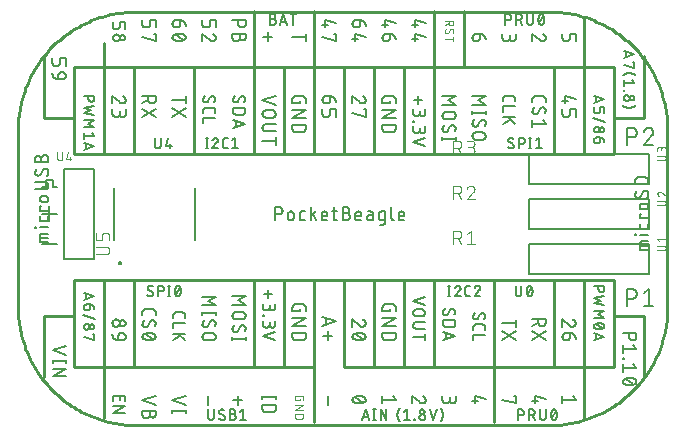
<source format=gbr>
G04 EAGLE Gerber RS-274X export*
G75*
%MOMM*%
%FSLAX34Y34*%
%LPD*%
%INSilkscreen Top*%
%IPPOS*%
%AMOC8*
5,1,8,0,0,1.08239X$1,22.5*%
G01*
%ADD10C,0.101600*%
%ADD11C,0.127000*%
%ADD12C,0.200000*%
%ADD13C,0.254000*%
%ADD14C,0.152400*%
%ADD15C,0.203200*%


D10*
X380238Y215138D02*
X380238Y226822D01*
X383484Y226822D01*
X383597Y226820D01*
X383710Y226814D01*
X383823Y226804D01*
X383936Y226790D01*
X384048Y226773D01*
X384159Y226751D01*
X384269Y226726D01*
X384379Y226696D01*
X384487Y226663D01*
X384594Y226626D01*
X384700Y226586D01*
X384804Y226541D01*
X384907Y226493D01*
X385008Y226442D01*
X385107Y226387D01*
X385204Y226329D01*
X385299Y226267D01*
X385392Y226202D01*
X385482Y226134D01*
X385570Y226063D01*
X385656Y225988D01*
X385739Y225911D01*
X385819Y225831D01*
X385896Y225748D01*
X385971Y225662D01*
X386042Y225574D01*
X386110Y225484D01*
X386175Y225391D01*
X386237Y225296D01*
X386295Y225199D01*
X386350Y225100D01*
X386401Y224999D01*
X386449Y224896D01*
X386494Y224792D01*
X386534Y224686D01*
X386571Y224579D01*
X386604Y224471D01*
X386634Y224361D01*
X386659Y224251D01*
X386681Y224140D01*
X386698Y224028D01*
X386712Y223915D01*
X386722Y223802D01*
X386728Y223689D01*
X386730Y223576D01*
X386728Y223463D01*
X386722Y223350D01*
X386712Y223237D01*
X386698Y223124D01*
X386681Y223012D01*
X386659Y222901D01*
X386634Y222791D01*
X386604Y222681D01*
X386571Y222573D01*
X386534Y222466D01*
X386494Y222360D01*
X386449Y222256D01*
X386401Y222153D01*
X386350Y222052D01*
X386295Y221953D01*
X386237Y221856D01*
X386175Y221761D01*
X386110Y221668D01*
X386042Y221578D01*
X385971Y221490D01*
X385896Y221404D01*
X385819Y221321D01*
X385739Y221241D01*
X385656Y221164D01*
X385570Y221089D01*
X385482Y221018D01*
X385392Y220950D01*
X385299Y220885D01*
X385204Y220823D01*
X385107Y220765D01*
X385008Y220710D01*
X384907Y220659D01*
X384804Y220611D01*
X384700Y220566D01*
X384594Y220526D01*
X384487Y220489D01*
X384379Y220456D01*
X384269Y220426D01*
X384159Y220401D01*
X384048Y220379D01*
X383936Y220362D01*
X383823Y220348D01*
X383710Y220338D01*
X383597Y220332D01*
X383484Y220330D01*
X383484Y220331D02*
X380238Y220331D01*
X384133Y220331D02*
X386729Y215138D01*
X391594Y224226D02*
X394840Y226822D01*
X394840Y215138D01*
X398085Y215138D02*
X391594Y215138D01*
X380238Y253238D02*
X380238Y264922D01*
X383484Y264922D01*
X383597Y264920D01*
X383710Y264914D01*
X383823Y264904D01*
X383936Y264890D01*
X384048Y264873D01*
X384159Y264851D01*
X384269Y264826D01*
X384379Y264796D01*
X384487Y264763D01*
X384594Y264726D01*
X384700Y264686D01*
X384804Y264641D01*
X384907Y264593D01*
X385008Y264542D01*
X385107Y264487D01*
X385204Y264429D01*
X385299Y264367D01*
X385392Y264302D01*
X385482Y264234D01*
X385570Y264163D01*
X385656Y264088D01*
X385739Y264011D01*
X385819Y263931D01*
X385896Y263848D01*
X385971Y263762D01*
X386042Y263674D01*
X386110Y263584D01*
X386175Y263491D01*
X386237Y263396D01*
X386295Y263299D01*
X386350Y263200D01*
X386401Y263099D01*
X386449Y262996D01*
X386494Y262892D01*
X386534Y262786D01*
X386571Y262679D01*
X386604Y262571D01*
X386634Y262461D01*
X386659Y262351D01*
X386681Y262240D01*
X386698Y262128D01*
X386712Y262015D01*
X386722Y261902D01*
X386728Y261789D01*
X386730Y261676D01*
X386728Y261563D01*
X386722Y261450D01*
X386712Y261337D01*
X386698Y261224D01*
X386681Y261112D01*
X386659Y261001D01*
X386634Y260891D01*
X386604Y260781D01*
X386571Y260673D01*
X386534Y260566D01*
X386494Y260460D01*
X386449Y260356D01*
X386401Y260253D01*
X386350Y260152D01*
X386295Y260053D01*
X386237Y259956D01*
X386175Y259861D01*
X386110Y259768D01*
X386042Y259678D01*
X385971Y259590D01*
X385896Y259504D01*
X385819Y259421D01*
X385739Y259341D01*
X385656Y259264D01*
X385570Y259189D01*
X385482Y259118D01*
X385392Y259050D01*
X385299Y258985D01*
X385204Y258923D01*
X385107Y258865D01*
X385008Y258810D01*
X384907Y258759D01*
X384804Y258711D01*
X384700Y258666D01*
X384594Y258626D01*
X384487Y258589D01*
X384379Y258556D01*
X384269Y258526D01*
X384159Y258501D01*
X384048Y258479D01*
X383936Y258462D01*
X383823Y258448D01*
X383710Y258438D01*
X383597Y258432D01*
X383484Y258430D01*
X383484Y258431D02*
X380238Y258431D01*
X384133Y258431D02*
X386729Y253238D01*
X398085Y262001D02*
X398083Y262108D01*
X398077Y262214D01*
X398067Y262320D01*
X398054Y262426D01*
X398036Y262532D01*
X398015Y262636D01*
X397990Y262740D01*
X397961Y262843D01*
X397929Y262944D01*
X397892Y263044D01*
X397852Y263143D01*
X397809Y263241D01*
X397762Y263337D01*
X397711Y263431D01*
X397657Y263523D01*
X397600Y263613D01*
X397540Y263701D01*
X397476Y263786D01*
X397409Y263869D01*
X397339Y263950D01*
X397267Y264028D01*
X397191Y264104D01*
X397113Y264176D01*
X397032Y264246D01*
X396949Y264313D01*
X396864Y264377D01*
X396776Y264437D01*
X396686Y264494D01*
X396594Y264548D01*
X396500Y264599D01*
X396404Y264646D01*
X396306Y264689D01*
X396207Y264729D01*
X396107Y264766D01*
X396006Y264798D01*
X395903Y264827D01*
X395799Y264852D01*
X395695Y264873D01*
X395589Y264891D01*
X395483Y264904D01*
X395377Y264914D01*
X395271Y264920D01*
X395164Y264922D01*
X395043Y264920D01*
X394922Y264914D01*
X394802Y264904D01*
X394681Y264891D01*
X394562Y264873D01*
X394442Y264852D01*
X394324Y264827D01*
X394207Y264798D01*
X394090Y264765D01*
X393975Y264729D01*
X393861Y264688D01*
X393748Y264645D01*
X393636Y264597D01*
X393527Y264546D01*
X393419Y264491D01*
X393312Y264433D01*
X393208Y264372D01*
X393106Y264307D01*
X393006Y264239D01*
X392908Y264168D01*
X392812Y264094D01*
X392719Y264017D01*
X392629Y263936D01*
X392541Y263853D01*
X392456Y263767D01*
X392373Y263678D01*
X392294Y263587D01*
X392217Y263493D01*
X392144Y263397D01*
X392074Y263299D01*
X392007Y263198D01*
X391943Y263095D01*
X391883Y262990D01*
X391826Y262883D01*
X391772Y262775D01*
X391722Y262665D01*
X391676Y262553D01*
X391633Y262440D01*
X391594Y262325D01*
X397112Y259729D02*
X397191Y259806D01*
X397267Y259887D01*
X397340Y259970D01*
X397410Y260055D01*
X397477Y260143D01*
X397541Y260233D01*
X397601Y260325D01*
X397658Y260420D01*
X397712Y260516D01*
X397763Y260614D01*
X397810Y260714D01*
X397854Y260816D01*
X397894Y260919D01*
X397930Y261023D01*
X397962Y261129D01*
X397991Y261235D01*
X398016Y261343D01*
X398038Y261451D01*
X398055Y261561D01*
X398069Y261670D01*
X398078Y261780D01*
X398084Y261891D01*
X398086Y262001D01*
X397112Y259729D02*
X391594Y253238D01*
X398085Y253238D01*
X380238Y291338D02*
X380238Y303022D01*
X383484Y303022D01*
X383597Y303020D01*
X383710Y303014D01*
X383823Y303004D01*
X383936Y302990D01*
X384048Y302973D01*
X384159Y302951D01*
X384269Y302926D01*
X384379Y302896D01*
X384487Y302863D01*
X384594Y302826D01*
X384700Y302786D01*
X384804Y302741D01*
X384907Y302693D01*
X385008Y302642D01*
X385107Y302587D01*
X385204Y302529D01*
X385299Y302467D01*
X385392Y302402D01*
X385482Y302334D01*
X385570Y302263D01*
X385656Y302188D01*
X385739Y302111D01*
X385819Y302031D01*
X385896Y301948D01*
X385971Y301862D01*
X386042Y301774D01*
X386110Y301684D01*
X386175Y301591D01*
X386237Y301496D01*
X386295Y301399D01*
X386350Y301300D01*
X386401Y301199D01*
X386449Y301096D01*
X386494Y300992D01*
X386534Y300886D01*
X386571Y300779D01*
X386604Y300671D01*
X386634Y300561D01*
X386659Y300451D01*
X386681Y300340D01*
X386698Y300228D01*
X386712Y300115D01*
X386722Y300002D01*
X386728Y299889D01*
X386730Y299776D01*
X386728Y299663D01*
X386722Y299550D01*
X386712Y299437D01*
X386698Y299324D01*
X386681Y299212D01*
X386659Y299101D01*
X386634Y298991D01*
X386604Y298881D01*
X386571Y298773D01*
X386534Y298666D01*
X386494Y298560D01*
X386449Y298456D01*
X386401Y298353D01*
X386350Y298252D01*
X386295Y298153D01*
X386237Y298056D01*
X386175Y297961D01*
X386110Y297868D01*
X386042Y297778D01*
X385971Y297690D01*
X385896Y297604D01*
X385819Y297521D01*
X385739Y297441D01*
X385656Y297364D01*
X385570Y297289D01*
X385482Y297218D01*
X385392Y297150D01*
X385299Y297085D01*
X385204Y297023D01*
X385107Y296965D01*
X385008Y296910D01*
X384907Y296859D01*
X384804Y296811D01*
X384700Y296766D01*
X384594Y296726D01*
X384487Y296689D01*
X384379Y296656D01*
X384269Y296626D01*
X384159Y296601D01*
X384048Y296579D01*
X383936Y296562D01*
X383823Y296548D01*
X383710Y296538D01*
X383597Y296532D01*
X383484Y296530D01*
X383484Y296531D02*
X380238Y296531D01*
X384133Y296531D02*
X386729Y291338D01*
X391594Y291338D02*
X394840Y291338D01*
X394953Y291340D01*
X395066Y291346D01*
X395179Y291356D01*
X395292Y291370D01*
X395404Y291387D01*
X395515Y291409D01*
X395625Y291434D01*
X395735Y291464D01*
X395843Y291497D01*
X395950Y291534D01*
X396056Y291574D01*
X396160Y291619D01*
X396263Y291667D01*
X396364Y291718D01*
X396463Y291773D01*
X396560Y291831D01*
X396655Y291893D01*
X396748Y291958D01*
X396838Y292026D01*
X396926Y292097D01*
X397012Y292172D01*
X397095Y292249D01*
X397175Y292329D01*
X397252Y292412D01*
X397327Y292498D01*
X397398Y292586D01*
X397466Y292676D01*
X397531Y292769D01*
X397593Y292864D01*
X397651Y292961D01*
X397706Y293060D01*
X397757Y293161D01*
X397805Y293264D01*
X397850Y293368D01*
X397890Y293474D01*
X397927Y293581D01*
X397960Y293689D01*
X397990Y293799D01*
X398015Y293909D01*
X398037Y294020D01*
X398054Y294132D01*
X398068Y294245D01*
X398078Y294358D01*
X398084Y294471D01*
X398086Y294584D01*
X398084Y294697D01*
X398078Y294810D01*
X398068Y294923D01*
X398054Y295036D01*
X398037Y295148D01*
X398015Y295259D01*
X397990Y295369D01*
X397960Y295479D01*
X397927Y295587D01*
X397890Y295694D01*
X397850Y295800D01*
X397805Y295904D01*
X397757Y296007D01*
X397706Y296108D01*
X397651Y296207D01*
X397593Y296304D01*
X397531Y296399D01*
X397466Y296492D01*
X397398Y296582D01*
X397327Y296670D01*
X397252Y296756D01*
X397175Y296839D01*
X397095Y296919D01*
X397012Y296996D01*
X396926Y297071D01*
X396838Y297142D01*
X396748Y297210D01*
X396655Y297275D01*
X396560Y297337D01*
X396463Y297395D01*
X396364Y297450D01*
X396263Y297501D01*
X396160Y297549D01*
X396056Y297594D01*
X395950Y297634D01*
X395843Y297671D01*
X395735Y297704D01*
X395625Y297734D01*
X395515Y297759D01*
X395404Y297781D01*
X395292Y297798D01*
X395179Y297812D01*
X395066Y297822D01*
X394953Y297828D01*
X394840Y297830D01*
X395489Y303022D02*
X391594Y303022D01*
X395489Y303022D02*
X395590Y303020D01*
X395690Y303014D01*
X395790Y303004D01*
X395890Y302991D01*
X395989Y302973D01*
X396088Y302952D01*
X396185Y302927D01*
X396282Y302898D01*
X396377Y302865D01*
X396471Y302829D01*
X396563Y302789D01*
X396654Y302746D01*
X396743Y302699D01*
X396830Y302649D01*
X396916Y302595D01*
X396999Y302538D01*
X397079Y302478D01*
X397158Y302415D01*
X397234Y302348D01*
X397307Y302279D01*
X397377Y302207D01*
X397445Y302133D01*
X397510Y302056D01*
X397571Y301976D01*
X397630Y301894D01*
X397685Y301810D01*
X397737Y301724D01*
X397786Y301636D01*
X397831Y301546D01*
X397873Y301454D01*
X397911Y301361D01*
X397945Y301266D01*
X397976Y301171D01*
X398003Y301074D01*
X398026Y300976D01*
X398046Y300877D01*
X398061Y300777D01*
X398073Y300677D01*
X398081Y300577D01*
X398085Y300476D01*
X398085Y300376D01*
X398081Y300275D01*
X398073Y300175D01*
X398061Y300075D01*
X398046Y299975D01*
X398026Y299876D01*
X398003Y299778D01*
X397976Y299681D01*
X397945Y299586D01*
X397911Y299491D01*
X397873Y299398D01*
X397831Y299306D01*
X397786Y299216D01*
X397737Y299128D01*
X397685Y299042D01*
X397630Y298958D01*
X397571Y298876D01*
X397510Y298796D01*
X397445Y298719D01*
X397377Y298645D01*
X397307Y298573D01*
X397234Y298504D01*
X397158Y298437D01*
X397079Y298374D01*
X396999Y298314D01*
X396916Y298257D01*
X396830Y298203D01*
X396743Y298153D01*
X396654Y298106D01*
X396563Y298063D01*
X396471Y298023D01*
X396377Y297987D01*
X396282Y297954D01*
X396185Y297925D01*
X396088Y297900D01*
X395989Y297879D01*
X395890Y297861D01*
X395790Y297848D01*
X395690Y297838D01*
X395590Y297832D01*
X395489Y297830D01*
X395489Y297829D02*
X392893Y297829D01*
D11*
X546100Y215900D02*
X546100Y190500D01*
X444500Y190500D01*
X444500Y215900D01*
X546100Y215900D01*
D10*
X552958Y210232D02*
X558094Y210232D01*
X558094Y210231D02*
X558181Y210233D01*
X558269Y210239D01*
X558356Y210248D01*
X558442Y210262D01*
X558528Y210279D01*
X558612Y210300D01*
X558696Y210325D01*
X558779Y210354D01*
X558860Y210386D01*
X558940Y210421D01*
X559018Y210460D01*
X559095Y210503D01*
X559169Y210549D01*
X559241Y210598D01*
X559311Y210650D01*
X559379Y210706D01*
X559444Y210764D01*
X559507Y210825D01*
X559566Y210889D01*
X559623Y210956D01*
X559677Y211024D01*
X559728Y211096D01*
X559775Y211169D01*
X559820Y211244D01*
X559861Y211322D01*
X559898Y211401D01*
X559932Y211481D01*
X559962Y211563D01*
X559989Y211646D01*
X560012Y211731D01*
X560031Y211816D01*
X560046Y211902D01*
X560058Y211989D01*
X560066Y212076D01*
X560070Y212163D01*
X560070Y212251D01*
X560066Y212338D01*
X560058Y212425D01*
X560046Y212512D01*
X560031Y212598D01*
X560012Y212683D01*
X559989Y212768D01*
X559962Y212851D01*
X559932Y212933D01*
X559898Y213013D01*
X559861Y213092D01*
X559820Y213170D01*
X559775Y213245D01*
X559728Y213318D01*
X559677Y213390D01*
X559623Y213458D01*
X559566Y213525D01*
X559507Y213589D01*
X559444Y213650D01*
X559379Y213708D01*
X559311Y213764D01*
X559241Y213816D01*
X559169Y213865D01*
X559095Y213911D01*
X559018Y213954D01*
X558940Y213993D01*
X558860Y214028D01*
X558779Y214060D01*
X558696Y214089D01*
X558612Y214114D01*
X558528Y214135D01*
X558442Y214152D01*
X558356Y214166D01*
X558269Y214175D01*
X558181Y214181D01*
X558094Y214183D01*
X552958Y214183D01*
X554538Y217791D02*
X552958Y219766D01*
X560070Y219766D01*
X560070Y217791D02*
X560070Y221742D01*
D11*
X546100Y228600D02*
X546100Y254000D01*
X546100Y228600D02*
X444500Y228600D01*
X444500Y254000D01*
X546100Y254000D01*
D10*
X552958Y248332D02*
X558094Y248332D01*
X558094Y248331D02*
X558181Y248333D01*
X558269Y248339D01*
X558356Y248348D01*
X558442Y248362D01*
X558528Y248379D01*
X558612Y248400D01*
X558696Y248425D01*
X558779Y248454D01*
X558860Y248486D01*
X558940Y248521D01*
X559018Y248560D01*
X559095Y248603D01*
X559169Y248649D01*
X559241Y248698D01*
X559311Y248750D01*
X559379Y248806D01*
X559444Y248864D01*
X559507Y248925D01*
X559566Y248989D01*
X559623Y249056D01*
X559677Y249124D01*
X559728Y249196D01*
X559775Y249269D01*
X559820Y249344D01*
X559861Y249422D01*
X559898Y249501D01*
X559932Y249581D01*
X559962Y249663D01*
X559989Y249746D01*
X560012Y249831D01*
X560031Y249916D01*
X560046Y250002D01*
X560058Y250089D01*
X560066Y250176D01*
X560070Y250263D01*
X560070Y250351D01*
X560066Y250438D01*
X560058Y250525D01*
X560046Y250612D01*
X560031Y250698D01*
X560012Y250783D01*
X559989Y250868D01*
X559962Y250951D01*
X559932Y251033D01*
X559898Y251113D01*
X559861Y251192D01*
X559820Y251270D01*
X559775Y251345D01*
X559728Y251418D01*
X559677Y251490D01*
X559623Y251558D01*
X559566Y251625D01*
X559507Y251689D01*
X559444Y251750D01*
X559379Y251808D01*
X559311Y251864D01*
X559241Y251916D01*
X559169Y251965D01*
X559095Y252011D01*
X559018Y252054D01*
X558940Y252093D01*
X558860Y252128D01*
X558779Y252160D01*
X558696Y252189D01*
X558612Y252214D01*
X558528Y252235D01*
X558442Y252252D01*
X558356Y252266D01*
X558269Y252275D01*
X558181Y252281D01*
X558094Y252283D01*
X552958Y252283D01*
X552958Y258064D02*
X552960Y258146D01*
X552966Y258228D01*
X552975Y258310D01*
X552988Y258391D01*
X553005Y258471D01*
X553026Y258551D01*
X553050Y258629D01*
X553078Y258706D01*
X553109Y258782D01*
X553144Y258857D01*
X553183Y258929D01*
X553224Y259000D01*
X553269Y259069D01*
X553317Y259135D01*
X553368Y259200D01*
X553422Y259262D01*
X553479Y259321D01*
X553538Y259378D01*
X553600Y259432D01*
X553665Y259483D01*
X553731Y259531D01*
X553800Y259576D01*
X553871Y259617D01*
X553943Y259656D01*
X554018Y259691D01*
X554094Y259722D01*
X554171Y259750D01*
X554249Y259774D01*
X554329Y259795D01*
X554409Y259812D01*
X554490Y259825D01*
X554572Y259834D01*
X554654Y259840D01*
X554736Y259842D01*
X552958Y258064D02*
X552960Y257971D01*
X552966Y257879D01*
X552975Y257787D01*
X552988Y257695D01*
X553005Y257604D01*
X553025Y257514D01*
X553049Y257424D01*
X553077Y257336D01*
X553109Y257248D01*
X553143Y257163D01*
X553182Y257078D01*
X553223Y256996D01*
X553268Y256915D01*
X553317Y256835D01*
X553368Y256758D01*
X553422Y256683D01*
X553480Y256611D01*
X553540Y256540D01*
X553604Y256473D01*
X553669Y256408D01*
X553738Y256345D01*
X553809Y256286D01*
X553882Y256229D01*
X553958Y256175D01*
X554035Y256125D01*
X554115Y256077D01*
X554197Y256033D01*
X554280Y255993D01*
X554365Y255955D01*
X554451Y255921D01*
X554538Y255891D01*
X556119Y259249D02*
X556058Y259310D01*
X555995Y259368D01*
X555929Y259423D01*
X555861Y259476D01*
X555790Y259525D01*
X555718Y259570D01*
X555643Y259613D01*
X555567Y259652D01*
X555488Y259688D01*
X555409Y259720D01*
X555328Y259748D01*
X555245Y259773D01*
X555162Y259794D01*
X555078Y259811D01*
X554993Y259825D01*
X554908Y259834D01*
X554822Y259840D01*
X554736Y259842D01*
X556119Y259249D02*
X560070Y255891D01*
X560070Y259842D01*
D11*
X546100Y266700D02*
X546100Y292100D01*
X546100Y266700D02*
X444500Y266700D01*
X444500Y292100D01*
X546100Y292100D01*
D10*
X552958Y286432D02*
X558094Y286432D01*
X558094Y286431D02*
X558181Y286433D01*
X558269Y286439D01*
X558356Y286448D01*
X558442Y286462D01*
X558528Y286479D01*
X558612Y286500D01*
X558696Y286525D01*
X558779Y286554D01*
X558860Y286586D01*
X558940Y286621D01*
X559018Y286660D01*
X559095Y286703D01*
X559169Y286749D01*
X559241Y286798D01*
X559311Y286850D01*
X559379Y286906D01*
X559444Y286964D01*
X559507Y287025D01*
X559566Y287089D01*
X559623Y287156D01*
X559677Y287224D01*
X559728Y287296D01*
X559775Y287369D01*
X559820Y287444D01*
X559861Y287522D01*
X559898Y287601D01*
X559932Y287681D01*
X559962Y287763D01*
X559989Y287846D01*
X560012Y287931D01*
X560031Y288016D01*
X560046Y288102D01*
X560058Y288189D01*
X560066Y288276D01*
X560070Y288363D01*
X560070Y288451D01*
X560066Y288538D01*
X560058Y288625D01*
X560046Y288712D01*
X560031Y288798D01*
X560012Y288883D01*
X559989Y288968D01*
X559962Y289051D01*
X559932Y289133D01*
X559898Y289213D01*
X559861Y289292D01*
X559820Y289370D01*
X559775Y289445D01*
X559728Y289518D01*
X559677Y289590D01*
X559623Y289658D01*
X559566Y289725D01*
X559507Y289789D01*
X559444Y289850D01*
X559379Y289908D01*
X559311Y289964D01*
X559241Y290016D01*
X559169Y290065D01*
X559095Y290111D01*
X559018Y290154D01*
X558940Y290193D01*
X558860Y290228D01*
X558779Y290260D01*
X558696Y290289D01*
X558612Y290314D01*
X558528Y290335D01*
X558442Y290352D01*
X558356Y290366D01*
X558269Y290375D01*
X558181Y290381D01*
X558094Y290383D01*
X552958Y290383D01*
X560070Y293991D02*
X560070Y295966D01*
X560068Y296053D01*
X560062Y296141D01*
X560053Y296228D01*
X560039Y296314D01*
X560022Y296400D01*
X560001Y296484D01*
X559976Y296568D01*
X559947Y296651D01*
X559915Y296732D01*
X559880Y296812D01*
X559841Y296890D01*
X559798Y296967D01*
X559752Y297041D01*
X559703Y297113D01*
X559651Y297183D01*
X559595Y297251D01*
X559537Y297316D01*
X559476Y297379D01*
X559412Y297438D01*
X559345Y297495D01*
X559277Y297549D01*
X559205Y297600D01*
X559132Y297647D01*
X559057Y297692D01*
X558979Y297733D01*
X558900Y297770D01*
X558820Y297804D01*
X558738Y297834D01*
X558655Y297861D01*
X558570Y297884D01*
X558485Y297903D01*
X558399Y297918D01*
X558312Y297930D01*
X558225Y297938D01*
X558138Y297942D01*
X558050Y297942D01*
X557963Y297938D01*
X557876Y297930D01*
X557789Y297918D01*
X557703Y297903D01*
X557618Y297884D01*
X557533Y297861D01*
X557450Y297834D01*
X557368Y297804D01*
X557288Y297770D01*
X557209Y297733D01*
X557131Y297692D01*
X557056Y297647D01*
X556983Y297600D01*
X556911Y297549D01*
X556843Y297495D01*
X556776Y297438D01*
X556712Y297379D01*
X556651Y297316D01*
X556593Y297251D01*
X556537Y297183D01*
X556485Y297113D01*
X556436Y297041D01*
X556390Y296967D01*
X556347Y296890D01*
X556308Y296812D01*
X556273Y296732D01*
X556241Y296651D01*
X556212Y296568D01*
X556187Y296484D01*
X556166Y296400D01*
X556149Y296314D01*
X556135Y296228D01*
X556126Y296141D01*
X556120Y296053D01*
X556118Y295966D01*
X552958Y296362D02*
X552958Y293991D01*
X552958Y296362D02*
X552960Y296441D01*
X552966Y296519D01*
X552976Y296597D01*
X552989Y296675D01*
X553007Y296752D01*
X553028Y296828D01*
X553053Y296902D01*
X553082Y296976D01*
X553114Y297048D01*
X553150Y297118D01*
X553190Y297186D01*
X553233Y297252D01*
X553279Y297316D01*
X553328Y297378D01*
X553380Y297437D01*
X553435Y297493D01*
X553493Y297547D01*
X553553Y297597D01*
X553616Y297645D01*
X553681Y297689D01*
X553748Y297730D01*
X553817Y297768D01*
X553888Y297802D01*
X553961Y297833D01*
X554035Y297860D01*
X554110Y297883D01*
X554186Y297902D01*
X554264Y297918D01*
X554342Y297930D01*
X554420Y297938D01*
X554499Y297942D01*
X554577Y297942D01*
X554656Y297938D01*
X554734Y297930D01*
X554812Y297918D01*
X554890Y297902D01*
X554966Y297883D01*
X555041Y297860D01*
X555115Y297833D01*
X555188Y297802D01*
X555259Y297768D01*
X555328Y297730D01*
X555395Y297689D01*
X555460Y297645D01*
X555523Y297597D01*
X555583Y297547D01*
X555641Y297493D01*
X555696Y297437D01*
X555748Y297378D01*
X555797Y297316D01*
X555843Y297252D01*
X555886Y297186D01*
X555926Y297118D01*
X555962Y297048D01*
X555994Y296976D01*
X556023Y296902D01*
X556048Y296828D01*
X556069Y296752D01*
X556087Y296675D01*
X556100Y296597D01*
X556110Y296519D01*
X556116Y296441D01*
X556118Y296362D01*
X556119Y296362D02*
X556119Y294781D01*
D11*
X76200Y279400D02*
X50800Y279400D01*
X76200Y279400D02*
X76200Y203200D01*
X50800Y203200D01*
X50800Y279400D01*
X38100Y247650D02*
X38100Y234950D01*
X31750Y241300D02*
X44450Y241300D01*
X44450Y215900D02*
X31750Y215900D01*
X31750Y263525D02*
X34925Y263525D01*
X34925Y269875D01*
X41275Y269875D01*
X41275Y263525D01*
X44450Y263525D01*
D10*
X44958Y288234D02*
X44958Y293370D01*
X44958Y288234D02*
X44960Y288147D01*
X44966Y288059D01*
X44975Y287972D01*
X44989Y287886D01*
X45006Y287800D01*
X45027Y287716D01*
X45052Y287632D01*
X45081Y287549D01*
X45113Y287468D01*
X45148Y287388D01*
X45187Y287310D01*
X45230Y287233D01*
X45276Y287159D01*
X45325Y287087D01*
X45377Y287017D01*
X45433Y286949D01*
X45491Y286884D01*
X45552Y286821D01*
X45616Y286762D01*
X45683Y286705D01*
X45751Y286651D01*
X45823Y286600D01*
X45896Y286553D01*
X45971Y286508D01*
X46049Y286467D01*
X46128Y286430D01*
X46208Y286396D01*
X46290Y286366D01*
X46373Y286339D01*
X46458Y286316D01*
X46543Y286297D01*
X46629Y286282D01*
X46716Y286270D01*
X46803Y286262D01*
X46890Y286258D01*
X46978Y286258D01*
X47065Y286262D01*
X47152Y286270D01*
X47239Y286282D01*
X47325Y286297D01*
X47410Y286316D01*
X47495Y286339D01*
X47578Y286366D01*
X47660Y286396D01*
X47740Y286430D01*
X47819Y286467D01*
X47897Y286508D01*
X47972Y286553D01*
X48045Y286600D01*
X48117Y286651D01*
X48185Y286705D01*
X48252Y286762D01*
X48316Y286821D01*
X48377Y286884D01*
X48435Y286949D01*
X48491Y287017D01*
X48543Y287087D01*
X48592Y287159D01*
X48638Y287233D01*
X48681Y287310D01*
X48720Y287388D01*
X48755Y287468D01*
X48787Y287549D01*
X48816Y287632D01*
X48841Y287716D01*
X48862Y287800D01*
X48879Y287886D01*
X48893Y287972D01*
X48902Y288059D01*
X48908Y288147D01*
X48910Y288234D01*
X48909Y288234D02*
X48909Y293370D01*
X54097Y293370D02*
X52517Y287838D01*
X56468Y287838D01*
X55283Y289419D02*
X55283Y286258D01*
D12*
X96750Y199400D02*
X96752Y199463D01*
X96758Y199525D01*
X96768Y199587D01*
X96781Y199649D01*
X96799Y199709D01*
X96820Y199768D01*
X96845Y199826D01*
X96874Y199882D01*
X96906Y199936D01*
X96941Y199988D01*
X96979Y200037D01*
X97021Y200085D01*
X97065Y200129D01*
X97113Y200171D01*
X97162Y200209D01*
X97214Y200244D01*
X97268Y200276D01*
X97324Y200305D01*
X97382Y200330D01*
X97441Y200351D01*
X97501Y200369D01*
X97563Y200382D01*
X97625Y200392D01*
X97687Y200398D01*
X97750Y200400D01*
X97813Y200398D01*
X97875Y200392D01*
X97937Y200382D01*
X97999Y200369D01*
X98059Y200351D01*
X98118Y200330D01*
X98176Y200305D01*
X98232Y200276D01*
X98286Y200244D01*
X98338Y200209D01*
X98387Y200171D01*
X98435Y200129D01*
X98479Y200085D01*
X98521Y200037D01*
X98559Y199988D01*
X98594Y199936D01*
X98626Y199882D01*
X98655Y199826D01*
X98680Y199768D01*
X98701Y199709D01*
X98719Y199649D01*
X98732Y199587D01*
X98742Y199525D01*
X98748Y199463D01*
X98750Y199400D01*
X98748Y199337D01*
X98742Y199275D01*
X98732Y199213D01*
X98719Y199151D01*
X98701Y199091D01*
X98680Y199032D01*
X98655Y198974D01*
X98626Y198918D01*
X98594Y198864D01*
X98559Y198812D01*
X98521Y198763D01*
X98479Y198715D01*
X98435Y198671D01*
X98387Y198629D01*
X98338Y198591D01*
X98286Y198556D01*
X98232Y198524D01*
X98176Y198495D01*
X98118Y198470D01*
X98059Y198449D01*
X97999Y198431D01*
X97937Y198418D01*
X97875Y198408D01*
X97813Y198402D01*
X97750Y198400D01*
X97687Y198402D01*
X97625Y198408D01*
X97563Y198418D01*
X97501Y198431D01*
X97441Y198449D01*
X97382Y198470D01*
X97324Y198495D01*
X97268Y198524D01*
X97214Y198556D01*
X97162Y198591D01*
X97113Y198629D01*
X97065Y198671D01*
X97021Y198715D01*
X96979Y198763D01*
X96941Y198812D01*
X96906Y198864D01*
X96874Y198918D01*
X96845Y198974D01*
X96820Y199032D01*
X96799Y199091D01*
X96781Y199151D01*
X96768Y199213D01*
X96758Y199275D01*
X96752Y199337D01*
X96750Y199400D01*
D11*
X92500Y219300D02*
X92500Y263300D01*
X161500Y263300D02*
X161500Y219300D01*
D10*
X85746Y206808D02*
X77308Y206808D01*
X85746Y206808D02*
X85859Y206810D01*
X85972Y206816D01*
X86085Y206826D01*
X86198Y206840D01*
X86310Y206857D01*
X86421Y206879D01*
X86531Y206904D01*
X86641Y206934D01*
X86749Y206967D01*
X86856Y207004D01*
X86962Y207044D01*
X87066Y207089D01*
X87169Y207137D01*
X87270Y207188D01*
X87369Y207243D01*
X87466Y207301D01*
X87561Y207363D01*
X87654Y207428D01*
X87744Y207496D01*
X87832Y207567D01*
X87918Y207642D01*
X88001Y207719D01*
X88081Y207799D01*
X88158Y207882D01*
X88233Y207968D01*
X88304Y208056D01*
X88372Y208146D01*
X88437Y208239D01*
X88499Y208334D01*
X88557Y208431D01*
X88612Y208530D01*
X88663Y208631D01*
X88711Y208734D01*
X88756Y208838D01*
X88796Y208944D01*
X88833Y209051D01*
X88866Y209159D01*
X88896Y209269D01*
X88921Y209379D01*
X88943Y209490D01*
X88960Y209602D01*
X88974Y209715D01*
X88984Y209828D01*
X88990Y209941D01*
X88992Y210054D01*
X88990Y210167D01*
X88984Y210280D01*
X88974Y210393D01*
X88960Y210506D01*
X88943Y210618D01*
X88921Y210729D01*
X88896Y210839D01*
X88866Y210949D01*
X88833Y211057D01*
X88796Y211164D01*
X88756Y211270D01*
X88711Y211374D01*
X88663Y211477D01*
X88612Y211578D01*
X88557Y211677D01*
X88499Y211774D01*
X88437Y211869D01*
X88372Y211962D01*
X88304Y212052D01*
X88233Y212140D01*
X88158Y212226D01*
X88081Y212309D01*
X88001Y212389D01*
X87918Y212466D01*
X87832Y212541D01*
X87744Y212612D01*
X87654Y212680D01*
X87561Y212745D01*
X87466Y212807D01*
X87369Y212865D01*
X87270Y212920D01*
X87169Y212971D01*
X87066Y213019D01*
X86962Y213064D01*
X86856Y213104D01*
X86749Y213141D01*
X86641Y213174D01*
X86531Y213204D01*
X86421Y213229D01*
X86310Y213251D01*
X86198Y213268D01*
X86085Y213282D01*
X85972Y213292D01*
X85859Y213298D01*
X85746Y213300D01*
X85746Y213299D02*
X77308Y213299D01*
X88992Y218619D02*
X88992Y222514D01*
X88990Y222613D01*
X88984Y222713D01*
X88975Y222812D01*
X88962Y222910D01*
X88945Y223008D01*
X88924Y223106D01*
X88899Y223202D01*
X88871Y223297D01*
X88839Y223391D01*
X88804Y223484D01*
X88765Y223576D01*
X88722Y223666D01*
X88677Y223754D01*
X88627Y223841D01*
X88575Y223925D01*
X88519Y224008D01*
X88461Y224088D01*
X88399Y224166D01*
X88334Y224241D01*
X88266Y224314D01*
X88196Y224384D01*
X88123Y224452D01*
X88048Y224517D01*
X87970Y224579D01*
X87890Y224637D01*
X87807Y224693D01*
X87723Y224745D01*
X87636Y224795D01*
X87548Y224840D01*
X87458Y224883D01*
X87366Y224922D01*
X87273Y224957D01*
X87179Y224989D01*
X87084Y225017D01*
X86988Y225042D01*
X86890Y225063D01*
X86792Y225080D01*
X86694Y225093D01*
X86595Y225102D01*
X86495Y225108D01*
X86396Y225110D01*
X85097Y225110D01*
X84998Y225108D01*
X84898Y225102D01*
X84799Y225093D01*
X84701Y225080D01*
X84603Y225063D01*
X84505Y225042D01*
X84409Y225017D01*
X84314Y224989D01*
X84220Y224957D01*
X84127Y224922D01*
X84035Y224883D01*
X83945Y224840D01*
X83857Y224795D01*
X83770Y224745D01*
X83686Y224693D01*
X83603Y224637D01*
X83523Y224579D01*
X83445Y224517D01*
X83370Y224452D01*
X83297Y224384D01*
X83227Y224314D01*
X83159Y224241D01*
X83094Y224166D01*
X83032Y224088D01*
X82974Y224008D01*
X82918Y223925D01*
X82866Y223841D01*
X82816Y223754D01*
X82771Y223666D01*
X82728Y223576D01*
X82689Y223484D01*
X82654Y223391D01*
X82622Y223297D01*
X82594Y223202D01*
X82569Y223106D01*
X82548Y223008D01*
X82531Y222910D01*
X82518Y222812D01*
X82509Y222713D01*
X82503Y222613D01*
X82501Y222514D01*
X82501Y218619D01*
X77308Y218619D01*
X77308Y225110D01*
D13*
X111430Y412230D02*
X461430Y412230D01*
X111430Y412230D02*
X109014Y412201D01*
X106599Y412113D01*
X104187Y411967D01*
X101779Y411763D01*
X99376Y411501D01*
X96981Y411181D01*
X94594Y410803D01*
X92217Y410367D01*
X89852Y409874D01*
X87498Y409324D01*
X85159Y408718D01*
X82835Y408055D01*
X80528Y407336D01*
X78239Y406561D01*
X75970Y405732D01*
X73721Y404847D01*
X71494Y403909D01*
X69290Y402917D01*
X67111Y401873D01*
X64958Y400776D01*
X62832Y399627D01*
X60734Y398427D01*
X58666Y397177D01*
X56629Y395877D01*
X54624Y394528D01*
X52651Y393132D01*
X50714Y391688D01*
X48811Y390197D01*
X46946Y388662D01*
X45118Y387081D01*
X43328Y385457D01*
X41579Y383790D01*
X39870Y382081D01*
X38203Y380332D01*
X36579Y378542D01*
X34998Y376714D01*
X33463Y374849D01*
X31972Y372946D01*
X30528Y371009D01*
X29132Y369036D01*
X27783Y367031D01*
X26483Y364994D01*
X25233Y362926D01*
X24033Y360828D01*
X22884Y358702D01*
X21787Y356549D01*
X20743Y354370D01*
X19751Y352166D01*
X18813Y349939D01*
X17928Y347690D01*
X17099Y345421D01*
X16324Y343132D01*
X15605Y340825D01*
X14942Y338501D01*
X14336Y336162D01*
X13786Y333808D01*
X13293Y331443D01*
X12857Y329066D01*
X12479Y326679D01*
X12159Y324284D01*
X11897Y321881D01*
X11693Y319473D01*
X11547Y317061D01*
X11459Y314646D01*
X11430Y312230D01*
X11430Y162230D01*
X11459Y159814D01*
X11547Y157399D01*
X11693Y154987D01*
X11897Y152579D01*
X12159Y150176D01*
X12479Y147781D01*
X12857Y145394D01*
X13293Y143017D01*
X13786Y140652D01*
X14336Y138298D01*
X14942Y135959D01*
X15605Y133635D01*
X16324Y131328D01*
X17099Y129039D01*
X17928Y126770D01*
X18813Y124521D01*
X19751Y122294D01*
X20743Y120090D01*
X21787Y117911D01*
X22884Y115758D01*
X24033Y113632D01*
X25233Y111534D01*
X26483Y109466D01*
X27783Y107429D01*
X29132Y105424D01*
X30528Y103451D01*
X31972Y101514D01*
X33463Y99611D01*
X34998Y97746D01*
X36579Y95918D01*
X38203Y94128D01*
X39870Y92379D01*
X41579Y90670D01*
X43328Y89003D01*
X45118Y87379D01*
X46946Y85798D01*
X48811Y84263D01*
X50714Y82772D01*
X52651Y81328D01*
X54624Y79932D01*
X56629Y78583D01*
X58666Y77283D01*
X60734Y76033D01*
X62832Y74833D01*
X64958Y73684D01*
X67111Y72587D01*
X69290Y71543D01*
X71494Y70551D01*
X73721Y69613D01*
X75970Y68728D01*
X78239Y67899D01*
X80528Y67124D01*
X82835Y66405D01*
X85159Y65742D01*
X87498Y65136D01*
X89852Y64586D01*
X92217Y64093D01*
X94594Y63657D01*
X96981Y63279D01*
X99376Y62959D01*
X101779Y62697D01*
X104187Y62493D01*
X106599Y62347D01*
X109014Y62259D01*
X111430Y62230D01*
X461430Y62230D01*
X463846Y62259D01*
X466261Y62347D01*
X468673Y62493D01*
X471081Y62697D01*
X473484Y62959D01*
X475879Y63279D01*
X478266Y63657D01*
X480643Y64093D01*
X483008Y64586D01*
X485362Y65136D01*
X487701Y65742D01*
X490025Y66405D01*
X492332Y67124D01*
X494621Y67899D01*
X496890Y68728D01*
X499139Y69613D01*
X501366Y70551D01*
X503570Y71543D01*
X505749Y72587D01*
X507902Y73684D01*
X510028Y74833D01*
X512126Y76033D01*
X514194Y77283D01*
X516231Y78583D01*
X518236Y79932D01*
X520209Y81328D01*
X522146Y82772D01*
X524049Y84263D01*
X525914Y85798D01*
X527742Y87379D01*
X529532Y89003D01*
X531281Y90670D01*
X532990Y92379D01*
X534657Y94128D01*
X536281Y95918D01*
X537862Y97746D01*
X539397Y99611D01*
X540888Y101514D01*
X542332Y103451D01*
X543728Y105424D01*
X545077Y107429D01*
X546377Y109466D01*
X547627Y111534D01*
X548827Y113632D01*
X549976Y115758D01*
X551073Y117911D01*
X552117Y120090D01*
X553109Y122294D01*
X554047Y124521D01*
X554932Y126770D01*
X555761Y129039D01*
X556536Y131328D01*
X557255Y133635D01*
X557918Y135959D01*
X558524Y138298D01*
X559074Y140652D01*
X559567Y143017D01*
X560003Y145394D01*
X560381Y147781D01*
X560701Y150176D01*
X560963Y152579D01*
X561167Y154987D01*
X561313Y157399D01*
X561401Y159814D01*
X561430Y162230D01*
X561430Y312230D01*
X561401Y314646D01*
X561313Y317061D01*
X561167Y319473D01*
X560963Y321881D01*
X560701Y324284D01*
X560381Y326679D01*
X560003Y329066D01*
X559567Y331443D01*
X559074Y333808D01*
X558524Y336162D01*
X557918Y338501D01*
X557255Y340825D01*
X556536Y343132D01*
X555761Y345421D01*
X554932Y347690D01*
X554047Y349939D01*
X553109Y352166D01*
X552117Y354370D01*
X551073Y356549D01*
X549976Y358702D01*
X548827Y360828D01*
X547627Y362926D01*
X546377Y364994D01*
X545077Y367031D01*
X543728Y369036D01*
X542332Y371009D01*
X540888Y372946D01*
X539397Y374849D01*
X537862Y376714D01*
X536281Y378542D01*
X534657Y380332D01*
X532990Y382081D01*
X531281Y383790D01*
X529532Y385457D01*
X527742Y387081D01*
X525914Y388662D01*
X524049Y390197D01*
X522146Y391688D01*
X520209Y393132D01*
X518236Y394528D01*
X516231Y395877D01*
X514194Y397177D01*
X512126Y398427D01*
X510028Y399627D01*
X507902Y400776D01*
X505749Y401873D01*
X503570Y402917D01*
X501366Y403909D01*
X499139Y404847D01*
X496890Y405732D01*
X494621Y406561D01*
X492332Y407336D01*
X490025Y408055D01*
X487701Y408718D01*
X485362Y409324D01*
X483008Y409874D01*
X480643Y410367D01*
X478266Y410803D01*
X475879Y411181D01*
X473484Y411501D01*
X471081Y411763D01*
X468673Y411967D01*
X466261Y412113D01*
X463846Y412201D01*
X461430Y412230D01*
D14*
X229362Y246888D02*
X229362Y235712D01*
X229362Y246888D02*
X232466Y246888D01*
X232577Y246886D01*
X232687Y246880D01*
X232798Y246870D01*
X232908Y246856D01*
X233017Y246839D01*
X233126Y246817D01*
X233234Y246792D01*
X233340Y246762D01*
X233446Y246729D01*
X233551Y246692D01*
X233654Y246652D01*
X233755Y246607D01*
X233855Y246560D01*
X233954Y246508D01*
X234050Y246453D01*
X234144Y246395D01*
X234236Y246334D01*
X234326Y246269D01*
X234414Y246201D01*
X234499Y246130D01*
X234581Y246056D01*
X234661Y245979D01*
X234738Y245899D01*
X234812Y245817D01*
X234883Y245732D01*
X234951Y245644D01*
X235016Y245554D01*
X235077Y245462D01*
X235135Y245368D01*
X235190Y245272D01*
X235242Y245173D01*
X235289Y245073D01*
X235334Y244972D01*
X235374Y244869D01*
X235411Y244764D01*
X235444Y244658D01*
X235474Y244552D01*
X235499Y244444D01*
X235521Y244335D01*
X235538Y244226D01*
X235552Y244116D01*
X235562Y244005D01*
X235568Y243895D01*
X235570Y243784D01*
X235568Y243673D01*
X235562Y243563D01*
X235552Y243452D01*
X235538Y243342D01*
X235521Y243233D01*
X235499Y243124D01*
X235474Y243016D01*
X235444Y242910D01*
X235411Y242804D01*
X235374Y242699D01*
X235334Y242596D01*
X235289Y242495D01*
X235242Y242395D01*
X235190Y242296D01*
X235135Y242200D01*
X235077Y242106D01*
X235016Y242014D01*
X234951Y241924D01*
X234883Y241836D01*
X234812Y241751D01*
X234738Y241669D01*
X234661Y241589D01*
X234581Y241512D01*
X234499Y241438D01*
X234414Y241367D01*
X234326Y241299D01*
X234236Y241234D01*
X234144Y241173D01*
X234050Y241115D01*
X233954Y241060D01*
X233855Y241008D01*
X233755Y240961D01*
X233654Y240916D01*
X233551Y240876D01*
X233446Y240839D01*
X233340Y240806D01*
X233234Y240776D01*
X233126Y240751D01*
X233017Y240729D01*
X232908Y240712D01*
X232798Y240698D01*
X232687Y240688D01*
X232577Y240682D01*
X232466Y240680D01*
X232466Y240679D02*
X229362Y240679D01*
X240058Y240679D02*
X240058Y238196D01*
X240058Y240679D02*
X240060Y240778D01*
X240066Y240876D01*
X240076Y240975D01*
X240089Y241072D01*
X240107Y241170D01*
X240128Y241266D01*
X240154Y241362D01*
X240183Y241456D01*
X240215Y241549D01*
X240252Y241641D01*
X240292Y241731D01*
X240336Y241820D01*
X240383Y241907D01*
X240433Y241992D01*
X240487Y242074D01*
X240544Y242155D01*
X240604Y242233D01*
X240668Y242309D01*
X240734Y242382D01*
X240803Y242453D01*
X240875Y242521D01*
X240950Y242585D01*
X241027Y242647D01*
X241106Y242706D01*
X241188Y242761D01*
X241272Y242814D01*
X241357Y242862D01*
X241445Y242908D01*
X241535Y242950D01*
X241626Y242988D01*
X241718Y243022D01*
X241812Y243053D01*
X241907Y243080D01*
X242003Y243104D01*
X242100Y243123D01*
X242197Y243139D01*
X242295Y243151D01*
X242394Y243159D01*
X242493Y243163D01*
X242591Y243163D01*
X242690Y243159D01*
X242789Y243151D01*
X242887Y243139D01*
X242984Y243123D01*
X243081Y243104D01*
X243177Y243080D01*
X243272Y243053D01*
X243366Y243022D01*
X243458Y242988D01*
X243549Y242950D01*
X243639Y242908D01*
X243727Y242862D01*
X243812Y242814D01*
X243896Y242761D01*
X243978Y242706D01*
X244057Y242647D01*
X244134Y242585D01*
X244209Y242521D01*
X244281Y242453D01*
X244350Y242382D01*
X244416Y242309D01*
X244480Y242233D01*
X244540Y242155D01*
X244597Y242074D01*
X244651Y241992D01*
X244701Y241907D01*
X244748Y241820D01*
X244792Y241731D01*
X244832Y241641D01*
X244869Y241549D01*
X244901Y241456D01*
X244930Y241362D01*
X244956Y241266D01*
X244977Y241170D01*
X244995Y241072D01*
X245008Y240975D01*
X245018Y240876D01*
X245024Y240778D01*
X245026Y240679D01*
X245025Y240679D02*
X245025Y238196D01*
X245026Y238196D02*
X245024Y238097D01*
X245018Y237999D01*
X245008Y237900D01*
X244995Y237803D01*
X244977Y237705D01*
X244956Y237609D01*
X244930Y237513D01*
X244901Y237419D01*
X244869Y237326D01*
X244832Y237234D01*
X244792Y237144D01*
X244748Y237055D01*
X244701Y236968D01*
X244651Y236883D01*
X244597Y236801D01*
X244540Y236720D01*
X244480Y236642D01*
X244416Y236566D01*
X244350Y236493D01*
X244281Y236422D01*
X244209Y236354D01*
X244134Y236290D01*
X244057Y236228D01*
X243978Y236169D01*
X243896Y236114D01*
X243812Y236061D01*
X243727Y236013D01*
X243639Y235967D01*
X243549Y235925D01*
X243458Y235887D01*
X243366Y235853D01*
X243272Y235822D01*
X243177Y235795D01*
X243081Y235771D01*
X242984Y235752D01*
X242887Y235736D01*
X242789Y235724D01*
X242690Y235716D01*
X242591Y235712D01*
X242493Y235712D01*
X242394Y235716D01*
X242295Y235724D01*
X242197Y235736D01*
X242100Y235752D01*
X242003Y235771D01*
X241907Y235795D01*
X241812Y235822D01*
X241718Y235853D01*
X241626Y235887D01*
X241535Y235925D01*
X241445Y235967D01*
X241357Y236013D01*
X241272Y236061D01*
X241188Y236114D01*
X241106Y236169D01*
X241027Y236228D01*
X240950Y236290D01*
X240875Y236354D01*
X240803Y236422D01*
X240734Y236493D01*
X240668Y236566D01*
X240604Y236642D01*
X240544Y236720D01*
X240487Y236801D01*
X240433Y236883D01*
X240383Y236968D01*
X240336Y237055D01*
X240292Y237144D01*
X240252Y237234D01*
X240215Y237326D01*
X240183Y237419D01*
X240154Y237513D01*
X240128Y237609D01*
X240107Y237705D01*
X240089Y237803D01*
X240076Y237900D01*
X240066Y237999D01*
X240060Y238097D01*
X240058Y238196D01*
X251843Y235712D02*
X254327Y235712D01*
X251843Y235712D02*
X251759Y235714D01*
X251676Y235719D01*
X251593Y235729D01*
X251510Y235742D01*
X251428Y235759D01*
X251347Y235779D01*
X251267Y235803D01*
X251188Y235831D01*
X251111Y235862D01*
X251035Y235896D01*
X250960Y235934D01*
X250887Y235976D01*
X250817Y236020D01*
X250748Y236068D01*
X250681Y236118D01*
X250617Y236172D01*
X250556Y236228D01*
X250496Y236288D01*
X250440Y236349D01*
X250386Y236413D01*
X250336Y236480D01*
X250288Y236549D01*
X250244Y236619D01*
X250202Y236692D01*
X250164Y236767D01*
X250130Y236843D01*
X250099Y236920D01*
X250071Y236999D01*
X250047Y237079D01*
X250027Y237160D01*
X250010Y237242D01*
X249997Y237325D01*
X249987Y237408D01*
X249982Y237491D01*
X249980Y237575D01*
X249981Y237575D02*
X249981Y241300D01*
X249980Y241300D02*
X249982Y241384D01*
X249988Y241467D01*
X249997Y241550D01*
X250010Y241633D01*
X250027Y241715D01*
X250047Y241796D01*
X250071Y241876D01*
X250099Y241955D01*
X250130Y242032D01*
X250164Y242108D01*
X250202Y242183D01*
X250244Y242256D01*
X250288Y242326D01*
X250336Y242395D01*
X250386Y242462D01*
X250440Y242526D01*
X250496Y242587D01*
X250556Y242647D01*
X250617Y242703D01*
X250681Y242757D01*
X250748Y242807D01*
X250817Y242855D01*
X250887Y242899D01*
X250960Y242941D01*
X251035Y242979D01*
X251111Y243013D01*
X251188Y243044D01*
X251267Y243072D01*
X251347Y243096D01*
X251428Y243116D01*
X251510Y243133D01*
X251593Y243146D01*
X251676Y243156D01*
X251759Y243161D01*
X251843Y243163D01*
X254327Y243163D01*
X259277Y246888D02*
X259277Y235712D01*
X259277Y239437D02*
X264245Y243163D01*
X261451Y240990D02*
X264245Y235712D01*
X270496Y235712D02*
X273600Y235712D01*
X270496Y235712D02*
X270412Y235714D01*
X270329Y235719D01*
X270246Y235729D01*
X270163Y235742D01*
X270081Y235759D01*
X270000Y235779D01*
X269920Y235803D01*
X269841Y235831D01*
X269764Y235862D01*
X269688Y235896D01*
X269613Y235934D01*
X269540Y235976D01*
X269470Y236020D01*
X269401Y236068D01*
X269334Y236118D01*
X269270Y236172D01*
X269209Y236228D01*
X269149Y236288D01*
X269093Y236349D01*
X269039Y236413D01*
X268989Y236480D01*
X268941Y236549D01*
X268897Y236619D01*
X268855Y236692D01*
X268817Y236767D01*
X268783Y236843D01*
X268752Y236920D01*
X268724Y236999D01*
X268700Y237079D01*
X268680Y237160D01*
X268663Y237242D01*
X268650Y237325D01*
X268640Y237408D01*
X268635Y237491D01*
X268633Y237575D01*
X268633Y240679D01*
X268635Y240778D01*
X268641Y240876D01*
X268651Y240975D01*
X268664Y241072D01*
X268682Y241170D01*
X268703Y241266D01*
X268729Y241362D01*
X268758Y241456D01*
X268790Y241549D01*
X268827Y241641D01*
X268867Y241731D01*
X268911Y241820D01*
X268958Y241907D01*
X269008Y241992D01*
X269062Y242074D01*
X269119Y242155D01*
X269179Y242233D01*
X269243Y242309D01*
X269309Y242382D01*
X269378Y242453D01*
X269450Y242521D01*
X269525Y242585D01*
X269602Y242647D01*
X269681Y242706D01*
X269763Y242761D01*
X269847Y242814D01*
X269932Y242862D01*
X270020Y242908D01*
X270110Y242950D01*
X270201Y242988D01*
X270293Y243022D01*
X270387Y243053D01*
X270482Y243080D01*
X270578Y243104D01*
X270675Y243123D01*
X270772Y243139D01*
X270870Y243151D01*
X270969Y243159D01*
X271068Y243163D01*
X271166Y243163D01*
X271265Y243159D01*
X271364Y243151D01*
X271462Y243139D01*
X271559Y243123D01*
X271656Y243104D01*
X271752Y243080D01*
X271847Y243053D01*
X271941Y243022D01*
X272033Y242988D01*
X272124Y242950D01*
X272214Y242908D01*
X272302Y242862D01*
X272387Y242814D01*
X272471Y242761D01*
X272553Y242706D01*
X272632Y242647D01*
X272709Y242585D01*
X272784Y242521D01*
X272856Y242453D01*
X272925Y242382D01*
X272991Y242309D01*
X273055Y242233D01*
X273115Y242155D01*
X273172Y242074D01*
X273226Y241992D01*
X273276Y241907D01*
X273323Y241820D01*
X273367Y241731D01*
X273407Y241641D01*
X273444Y241549D01*
X273476Y241456D01*
X273505Y241362D01*
X273531Y241266D01*
X273552Y241170D01*
X273570Y241072D01*
X273583Y240975D01*
X273593Y240876D01*
X273599Y240778D01*
X273601Y240679D01*
X273600Y240679D02*
X273600Y239437D01*
X268633Y239437D01*
X277521Y243163D02*
X281246Y243163D01*
X278762Y246888D02*
X278762Y237575D01*
X278764Y237491D01*
X278769Y237408D01*
X278779Y237325D01*
X278792Y237242D01*
X278809Y237160D01*
X278829Y237079D01*
X278853Y236999D01*
X278881Y236920D01*
X278912Y236843D01*
X278946Y236767D01*
X278984Y236692D01*
X279026Y236619D01*
X279070Y236549D01*
X279118Y236480D01*
X279168Y236413D01*
X279222Y236349D01*
X279278Y236288D01*
X279338Y236228D01*
X279399Y236172D01*
X279463Y236118D01*
X279530Y236068D01*
X279599Y236020D01*
X279669Y235976D01*
X279742Y235934D01*
X279817Y235896D01*
X279893Y235862D01*
X279970Y235831D01*
X280049Y235803D01*
X280129Y235779D01*
X280210Y235759D01*
X280292Y235742D01*
X280375Y235729D01*
X280458Y235719D01*
X280541Y235714D01*
X280625Y235712D01*
X281246Y235712D01*
X286512Y241921D02*
X289616Y241921D01*
X289616Y241920D02*
X289727Y241918D01*
X289837Y241912D01*
X289948Y241902D01*
X290058Y241888D01*
X290167Y241871D01*
X290276Y241849D01*
X290384Y241824D01*
X290490Y241794D01*
X290596Y241761D01*
X290701Y241724D01*
X290804Y241684D01*
X290905Y241639D01*
X291005Y241592D01*
X291104Y241540D01*
X291200Y241485D01*
X291294Y241427D01*
X291386Y241366D01*
X291476Y241301D01*
X291564Y241233D01*
X291649Y241162D01*
X291731Y241088D01*
X291811Y241011D01*
X291888Y240931D01*
X291962Y240849D01*
X292033Y240764D01*
X292101Y240676D01*
X292166Y240586D01*
X292227Y240494D01*
X292285Y240400D01*
X292340Y240304D01*
X292392Y240205D01*
X292439Y240105D01*
X292484Y240004D01*
X292524Y239901D01*
X292561Y239796D01*
X292594Y239690D01*
X292624Y239584D01*
X292649Y239476D01*
X292671Y239367D01*
X292688Y239258D01*
X292702Y239148D01*
X292712Y239037D01*
X292718Y238927D01*
X292720Y238816D01*
X292718Y238705D01*
X292712Y238595D01*
X292702Y238484D01*
X292688Y238374D01*
X292671Y238265D01*
X292649Y238156D01*
X292624Y238048D01*
X292594Y237942D01*
X292561Y237836D01*
X292524Y237731D01*
X292484Y237628D01*
X292439Y237527D01*
X292392Y237427D01*
X292340Y237328D01*
X292285Y237232D01*
X292227Y237138D01*
X292166Y237046D01*
X292101Y236956D01*
X292033Y236868D01*
X291962Y236783D01*
X291888Y236701D01*
X291811Y236621D01*
X291731Y236544D01*
X291649Y236470D01*
X291564Y236399D01*
X291476Y236331D01*
X291386Y236266D01*
X291294Y236205D01*
X291200Y236147D01*
X291104Y236092D01*
X291005Y236040D01*
X290905Y235993D01*
X290804Y235948D01*
X290701Y235908D01*
X290596Y235871D01*
X290490Y235838D01*
X290384Y235808D01*
X290276Y235783D01*
X290167Y235761D01*
X290058Y235744D01*
X289948Y235730D01*
X289837Y235720D01*
X289727Y235714D01*
X289616Y235712D01*
X286512Y235712D01*
X286512Y246888D01*
X289616Y246888D01*
X289715Y246886D01*
X289813Y246880D01*
X289912Y246870D01*
X290009Y246857D01*
X290107Y246839D01*
X290203Y246818D01*
X290299Y246792D01*
X290393Y246763D01*
X290486Y246731D01*
X290578Y246694D01*
X290668Y246654D01*
X290757Y246610D01*
X290844Y246563D01*
X290929Y246513D01*
X291011Y246459D01*
X291092Y246402D01*
X291170Y246342D01*
X291246Y246278D01*
X291319Y246212D01*
X291390Y246143D01*
X291458Y246071D01*
X291522Y245996D01*
X291584Y245919D01*
X291643Y245840D01*
X291698Y245758D01*
X291751Y245674D01*
X291799Y245589D01*
X291845Y245501D01*
X291887Y245411D01*
X291925Y245320D01*
X291959Y245228D01*
X291990Y245134D01*
X292017Y245039D01*
X292041Y244943D01*
X292060Y244846D01*
X292076Y244749D01*
X292088Y244651D01*
X292096Y244552D01*
X292100Y244453D01*
X292100Y244355D01*
X292096Y244256D01*
X292088Y244157D01*
X292076Y244059D01*
X292060Y243962D01*
X292041Y243865D01*
X292017Y243769D01*
X291990Y243674D01*
X291959Y243580D01*
X291925Y243488D01*
X291887Y243397D01*
X291845Y243307D01*
X291799Y243219D01*
X291751Y243134D01*
X291698Y243050D01*
X291643Y242968D01*
X291584Y242889D01*
X291522Y242812D01*
X291458Y242737D01*
X291390Y242665D01*
X291319Y242596D01*
X291246Y242530D01*
X291170Y242466D01*
X291092Y242406D01*
X291011Y242349D01*
X290929Y242295D01*
X290844Y242245D01*
X290757Y242198D01*
X290668Y242154D01*
X290578Y242114D01*
X290486Y242077D01*
X290393Y242045D01*
X290299Y242016D01*
X290203Y241990D01*
X290107Y241969D01*
X290009Y241951D01*
X289912Y241938D01*
X289813Y241928D01*
X289715Y241922D01*
X289616Y241920D01*
X299071Y235712D02*
X302175Y235712D01*
X299071Y235712D02*
X298987Y235714D01*
X298904Y235719D01*
X298821Y235729D01*
X298738Y235742D01*
X298656Y235759D01*
X298575Y235779D01*
X298495Y235803D01*
X298416Y235831D01*
X298339Y235862D01*
X298263Y235896D01*
X298188Y235934D01*
X298115Y235976D01*
X298045Y236020D01*
X297976Y236068D01*
X297909Y236118D01*
X297845Y236172D01*
X297784Y236228D01*
X297724Y236288D01*
X297668Y236349D01*
X297614Y236413D01*
X297564Y236480D01*
X297516Y236549D01*
X297472Y236619D01*
X297430Y236692D01*
X297392Y236767D01*
X297358Y236843D01*
X297327Y236920D01*
X297299Y236999D01*
X297275Y237079D01*
X297255Y237160D01*
X297238Y237242D01*
X297225Y237325D01*
X297215Y237408D01*
X297210Y237491D01*
X297208Y237575D01*
X297208Y240679D01*
X297210Y240778D01*
X297216Y240876D01*
X297226Y240975D01*
X297239Y241072D01*
X297257Y241170D01*
X297278Y241266D01*
X297304Y241362D01*
X297333Y241456D01*
X297365Y241549D01*
X297402Y241641D01*
X297442Y241731D01*
X297486Y241820D01*
X297533Y241907D01*
X297583Y241992D01*
X297637Y242074D01*
X297694Y242155D01*
X297754Y242233D01*
X297818Y242309D01*
X297884Y242382D01*
X297953Y242453D01*
X298025Y242521D01*
X298100Y242585D01*
X298177Y242647D01*
X298256Y242706D01*
X298338Y242761D01*
X298422Y242814D01*
X298507Y242862D01*
X298595Y242908D01*
X298685Y242950D01*
X298776Y242988D01*
X298868Y243022D01*
X298962Y243053D01*
X299057Y243080D01*
X299153Y243104D01*
X299250Y243123D01*
X299347Y243139D01*
X299445Y243151D01*
X299544Y243159D01*
X299643Y243163D01*
X299741Y243163D01*
X299840Y243159D01*
X299939Y243151D01*
X300037Y243139D01*
X300134Y243123D01*
X300231Y243104D01*
X300327Y243080D01*
X300422Y243053D01*
X300516Y243022D01*
X300608Y242988D01*
X300699Y242950D01*
X300789Y242908D01*
X300877Y242862D01*
X300962Y242814D01*
X301046Y242761D01*
X301128Y242706D01*
X301207Y242647D01*
X301284Y242585D01*
X301359Y242521D01*
X301431Y242453D01*
X301500Y242382D01*
X301566Y242309D01*
X301630Y242233D01*
X301690Y242155D01*
X301747Y242074D01*
X301801Y241992D01*
X301851Y241907D01*
X301898Y241820D01*
X301942Y241731D01*
X301982Y241641D01*
X302019Y241549D01*
X302051Y241456D01*
X302080Y241362D01*
X302106Y241266D01*
X302127Y241170D01*
X302145Y241072D01*
X302158Y240975D01*
X302168Y240876D01*
X302174Y240778D01*
X302176Y240679D01*
X302175Y240679D02*
X302175Y239437D01*
X297208Y239437D01*
X309213Y240058D02*
X312007Y240058D01*
X309213Y240058D02*
X309121Y240056D01*
X309029Y240050D01*
X308937Y240040D01*
X308846Y240027D01*
X308755Y240009D01*
X308665Y239988D01*
X308577Y239963D01*
X308489Y239934D01*
X308403Y239901D01*
X308318Y239865D01*
X308235Y239825D01*
X308153Y239782D01*
X308074Y239735D01*
X307996Y239685D01*
X307921Y239632D01*
X307848Y239576D01*
X307777Y239516D01*
X307709Y239454D01*
X307644Y239389D01*
X307582Y239321D01*
X307522Y239250D01*
X307466Y239177D01*
X307413Y239102D01*
X307363Y239024D01*
X307316Y238945D01*
X307273Y238863D01*
X307233Y238780D01*
X307197Y238695D01*
X307164Y238609D01*
X307135Y238521D01*
X307110Y238433D01*
X307089Y238343D01*
X307071Y238252D01*
X307058Y238161D01*
X307048Y238069D01*
X307042Y237977D01*
X307040Y237885D01*
X307042Y237793D01*
X307048Y237701D01*
X307058Y237609D01*
X307071Y237518D01*
X307089Y237427D01*
X307110Y237337D01*
X307135Y237249D01*
X307164Y237161D01*
X307197Y237075D01*
X307233Y236990D01*
X307273Y236907D01*
X307316Y236825D01*
X307363Y236746D01*
X307413Y236668D01*
X307466Y236593D01*
X307522Y236520D01*
X307582Y236449D01*
X307644Y236381D01*
X307709Y236316D01*
X307777Y236254D01*
X307848Y236194D01*
X307921Y236138D01*
X307996Y236085D01*
X308074Y236035D01*
X308153Y235988D01*
X308235Y235945D01*
X308318Y235905D01*
X308403Y235869D01*
X308489Y235836D01*
X308577Y235807D01*
X308665Y235782D01*
X308755Y235761D01*
X308846Y235743D01*
X308937Y235730D01*
X309029Y235720D01*
X309121Y235714D01*
X309213Y235712D01*
X312007Y235712D01*
X312007Y241300D01*
X312008Y241300D02*
X312006Y241384D01*
X312001Y241467D01*
X311991Y241550D01*
X311978Y241633D01*
X311961Y241715D01*
X311941Y241796D01*
X311917Y241876D01*
X311889Y241955D01*
X311858Y242032D01*
X311824Y242108D01*
X311786Y242183D01*
X311744Y242256D01*
X311700Y242326D01*
X311652Y242395D01*
X311602Y242462D01*
X311548Y242526D01*
X311492Y242587D01*
X311432Y242647D01*
X311371Y242703D01*
X311307Y242757D01*
X311240Y242807D01*
X311171Y242855D01*
X311101Y242899D01*
X311028Y242941D01*
X310953Y242979D01*
X310877Y243013D01*
X310800Y243044D01*
X310721Y243072D01*
X310641Y243096D01*
X310560Y243116D01*
X310478Y243133D01*
X310395Y243146D01*
X310312Y243156D01*
X310229Y243161D01*
X310145Y243163D01*
X307661Y243163D01*
X319190Y235712D02*
X322294Y235712D01*
X319190Y235712D02*
X319106Y235714D01*
X319023Y235719D01*
X318940Y235729D01*
X318857Y235742D01*
X318775Y235759D01*
X318694Y235779D01*
X318614Y235803D01*
X318535Y235831D01*
X318458Y235862D01*
X318382Y235896D01*
X318307Y235934D01*
X318234Y235976D01*
X318164Y236020D01*
X318095Y236068D01*
X318028Y236118D01*
X317964Y236172D01*
X317903Y236228D01*
X317843Y236288D01*
X317787Y236349D01*
X317733Y236413D01*
X317683Y236480D01*
X317635Y236549D01*
X317591Y236619D01*
X317549Y236692D01*
X317511Y236767D01*
X317477Y236843D01*
X317446Y236920D01*
X317418Y236999D01*
X317394Y237079D01*
X317374Y237160D01*
X317357Y237242D01*
X317344Y237325D01*
X317334Y237408D01*
X317329Y237491D01*
X317327Y237575D01*
X317327Y241300D01*
X317329Y241384D01*
X317335Y241467D01*
X317344Y241550D01*
X317357Y241633D01*
X317374Y241715D01*
X317394Y241796D01*
X317418Y241876D01*
X317446Y241955D01*
X317477Y242032D01*
X317511Y242108D01*
X317549Y242183D01*
X317591Y242256D01*
X317635Y242326D01*
X317683Y242395D01*
X317733Y242462D01*
X317787Y242526D01*
X317843Y242587D01*
X317903Y242647D01*
X317964Y242703D01*
X318028Y242757D01*
X318095Y242807D01*
X318164Y242855D01*
X318234Y242899D01*
X318307Y242941D01*
X318382Y242979D01*
X318458Y243013D01*
X318535Y243044D01*
X318614Y243072D01*
X318694Y243096D01*
X318775Y243116D01*
X318857Y243133D01*
X318940Y243146D01*
X319023Y243156D01*
X319106Y243161D01*
X319190Y243163D01*
X322294Y243163D01*
X322294Y233849D01*
X322295Y233849D02*
X322293Y233763D01*
X322287Y233677D01*
X322277Y233592D01*
X322263Y233507D01*
X322246Y233422D01*
X322224Y233339D01*
X322198Y233257D01*
X322169Y233176D01*
X322136Y233097D01*
X322100Y233019D01*
X322060Y232942D01*
X322016Y232868D01*
X321969Y232796D01*
X321919Y232726D01*
X321865Y232659D01*
X321809Y232594D01*
X321749Y232532D01*
X321687Y232472D01*
X321622Y232416D01*
X321555Y232362D01*
X321485Y232312D01*
X321413Y232265D01*
X321339Y232221D01*
X321262Y232181D01*
X321185Y232145D01*
X321105Y232112D01*
X321024Y232083D01*
X320942Y232057D01*
X320859Y232035D01*
X320774Y232018D01*
X320689Y232004D01*
X320604Y231994D01*
X320518Y231988D01*
X320432Y231986D01*
X320432Y231987D02*
X317948Y231987D01*
X327780Y237575D02*
X327780Y246888D01*
X327779Y237575D02*
X327781Y237491D01*
X327786Y237408D01*
X327796Y237325D01*
X327809Y237242D01*
X327826Y237160D01*
X327846Y237079D01*
X327870Y236999D01*
X327898Y236920D01*
X327929Y236843D01*
X327963Y236767D01*
X328001Y236692D01*
X328043Y236619D01*
X328087Y236549D01*
X328135Y236480D01*
X328185Y236413D01*
X328239Y236349D01*
X328295Y236288D01*
X328355Y236228D01*
X328416Y236172D01*
X328480Y236118D01*
X328547Y236068D01*
X328616Y236020D01*
X328686Y235976D01*
X328759Y235934D01*
X328834Y235896D01*
X328910Y235862D01*
X328987Y235831D01*
X329066Y235803D01*
X329146Y235779D01*
X329227Y235759D01*
X329309Y235742D01*
X329392Y235729D01*
X329475Y235719D01*
X329558Y235714D01*
X329642Y235712D01*
X335647Y235712D02*
X338751Y235712D01*
X335647Y235712D02*
X335563Y235714D01*
X335480Y235719D01*
X335397Y235729D01*
X335314Y235742D01*
X335232Y235759D01*
X335151Y235779D01*
X335071Y235803D01*
X334992Y235831D01*
X334915Y235862D01*
X334839Y235896D01*
X334764Y235934D01*
X334691Y235976D01*
X334621Y236020D01*
X334552Y236068D01*
X334485Y236118D01*
X334421Y236172D01*
X334360Y236228D01*
X334300Y236288D01*
X334244Y236349D01*
X334190Y236413D01*
X334140Y236480D01*
X334092Y236549D01*
X334048Y236619D01*
X334006Y236692D01*
X333968Y236767D01*
X333934Y236843D01*
X333903Y236920D01*
X333875Y236999D01*
X333851Y237079D01*
X333831Y237160D01*
X333814Y237242D01*
X333801Y237325D01*
X333791Y237408D01*
X333786Y237491D01*
X333784Y237575D01*
X333784Y240679D01*
X333783Y240679D02*
X333785Y240778D01*
X333791Y240876D01*
X333801Y240975D01*
X333814Y241072D01*
X333832Y241170D01*
X333853Y241266D01*
X333879Y241362D01*
X333908Y241456D01*
X333940Y241549D01*
X333977Y241641D01*
X334017Y241731D01*
X334061Y241820D01*
X334108Y241907D01*
X334158Y241992D01*
X334212Y242074D01*
X334269Y242155D01*
X334329Y242233D01*
X334393Y242309D01*
X334459Y242382D01*
X334528Y242453D01*
X334600Y242521D01*
X334675Y242585D01*
X334752Y242647D01*
X334831Y242706D01*
X334913Y242761D01*
X334997Y242814D01*
X335082Y242862D01*
X335170Y242908D01*
X335260Y242950D01*
X335351Y242988D01*
X335443Y243022D01*
X335537Y243053D01*
X335632Y243080D01*
X335728Y243104D01*
X335825Y243123D01*
X335922Y243139D01*
X336020Y243151D01*
X336119Y243159D01*
X336218Y243163D01*
X336316Y243163D01*
X336415Y243159D01*
X336514Y243151D01*
X336612Y243139D01*
X336709Y243123D01*
X336806Y243104D01*
X336902Y243080D01*
X336997Y243053D01*
X337091Y243022D01*
X337183Y242988D01*
X337274Y242950D01*
X337364Y242908D01*
X337452Y242862D01*
X337537Y242814D01*
X337621Y242761D01*
X337703Y242706D01*
X337782Y242647D01*
X337859Y242585D01*
X337934Y242521D01*
X338006Y242453D01*
X338075Y242382D01*
X338141Y242309D01*
X338205Y242233D01*
X338265Y242155D01*
X338322Y242074D01*
X338376Y241992D01*
X338426Y241907D01*
X338473Y241820D01*
X338517Y241731D01*
X338557Y241641D01*
X338594Y241549D01*
X338626Y241456D01*
X338655Y241362D01*
X338681Y241266D01*
X338702Y241170D01*
X338720Y241072D01*
X338733Y240975D01*
X338743Y240876D01*
X338749Y240778D01*
X338751Y240679D01*
X338751Y239437D01*
X333784Y239437D01*
X37338Y216951D02*
X29887Y216951D01*
X29887Y222539D01*
X29889Y222623D01*
X29895Y222706D01*
X29904Y222789D01*
X29917Y222872D01*
X29934Y222954D01*
X29954Y223035D01*
X29978Y223115D01*
X30006Y223194D01*
X30037Y223271D01*
X30071Y223347D01*
X30109Y223422D01*
X30151Y223495D01*
X30195Y223565D01*
X30243Y223634D01*
X30293Y223701D01*
X30347Y223765D01*
X30403Y223826D01*
X30463Y223886D01*
X30524Y223942D01*
X30588Y223996D01*
X30655Y224046D01*
X30724Y224094D01*
X30794Y224138D01*
X30867Y224180D01*
X30942Y224218D01*
X31018Y224252D01*
X31095Y224283D01*
X31174Y224311D01*
X31254Y224335D01*
X31335Y224355D01*
X31417Y224372D01*
X31500Y224385D01*
X31583Y224395D01*
X31666Y224400D01*
X31750Y224402D01*
X37338Y224402D01*
X37338Y220677D02*
X29887Y220677D01*
X29887Y229821D02*
X37338Y229821D01*
X26783Y229510D02*
X26162Y229510D01*
X26162Y230131D01*
X26783Y230131D01*
X26783Y229510D01*
X37338Y236455D02*
X37338Y238939D01*
X37338Y236455D02*
X37336Y236369D01*
X37330Y236283D01*
X37320Y236198D01*
X37306Y236113D01*
X37289Y236028D01*
X37267Y235945D01*
X37241Y235863D01*
X37212Y235782D01*
X37179Y235703D01*
X37143Y235625D01*
X37103Y235548D01*
X37059Y235474D01*
X37012Y235402D01*
X36962Y235332D01*
X36908Y235265D01*
X36852Y235200D01*
X36792Y235138D01*
X36730Y235078D01*
X36665Y235022D01*
X36598Y234968D01*
X36528Y234918D01*
X36456Y234871D01*
X36382Y234827D01*
X36305Y234787D01*
X36228Y234751D01*
X36148Y234718D01*
X36067Y234689D01*
X35985Y234663D01*
X35902Y234641D01*
X35817Y234624D01*
X35732Y234610D01*
X35647Y234600D01*
X35561Y234594D01*
X35475Y234592D01*
X35475Y234593D02*
X31750Y234593D01*
X31750Y234592D02*
X31666Y234594D01*
X31583Y234599D01*
X31500Y234609D01*
X31417Y234622D01*
X31335Y234639D01*
X31254Y234659D01*
X31174Y234683D01*
X31095Y234711D01*
X31018Y234742D01*
X30942Y234776D01*
X30867Y234814D01*
X30794Y234856D01*
X30724Y234900D01*
X30655Y234948D01*
X30588Y234998D01*
X30524Y235052D01*
X30463Y235108D01*
X30403Y235168D01*
X30347Y235229D01*
X30293Y235293D01*
X30243Y235360D01*
X30195Y235429D01*
X30151Y235499D01*
X30109Y235572D01*
X30071Y235647D01*
X30037Y235723D01*
X30006Y235800D01*
X29978Y235879D01*
X29954Y235959D01*
X29934Y236040D01*
X29917Y236122D01*
X29904Y236205D01*
X29894Y236288D01*
X29889Y236371D01*
X29887Y236455D01*
X29887Y238939D01*
X29887Y243803D02*
X37338Y243803D01*
X29887Y243803D02*
X29887Y247528D01*
X31129Y247528D01*
X32371Y251340D02*
X34854Y251340D01*
X32371Y251340D02*
X32272Y251342D01*
X32174Y251348D01*
X32075Y251358D01*
X31978Y251371D01*
X31880Y251389D01*
X31784Y251410D01*
X31688Y251436D01*
X31594Y251465D01*
X31501Y251497D01*
X31409Y251534D01*
X31319Y251574D01*
X31230Y251618D01*
X31143Y251665D01*
X31058Y251715D01*
X30976Y251769D01*
X30895Y251826D01*
X30817Y251886D01*
X30741Y251950D01*
X30668Y252016D01*
X30597Y252085D01*
X30529Y252157D01*
X30465Y252232D01*
X30403Y252309D01*
X30344Y252388D01*
X30289Y252470D01*
X30236Y252554D01*
X30188Y252639D01*
X30142Y252727D01*
X30100Y252817D01*
X30062Y252908D01*
X30028Y253000D01*
X29997Y253094D01*
X29970Y253189D01*
X29946Y253285D01*
X29927Y253382D01*
X29911Y253479D01*
X29899Y253577D01*
X29891Y253676D01*
X29887Y253775D01*
X29887Y253873D01*
X29891Y253972D01*
X29899Y254071D01*
X29911Y254169D01*
X29927Y254266D01*
X29946Y254363D01*
X29970Y254459D01*
X29997Y254554D01*
X30028Y254648D01*
X30062Y254740D01*
X30100Y254831D01*
X30142Y254921D01*
X30188Y255009D01*
X30236Y255094D01*
X30289Y255178D01*
X30344Y255260D01*
X30403Y255339D01*
X30465Y255416D01*
X30529Y255491D01*
X30597Y255563D01*
X30668Y255632D01*
X30741Y255698D01*
X30817Y255762D01*
X30895Y255822D01*
X30976Y255879D01*
X31058Y255933D01*
X31143Y255983D01*
X31230Y256030D01*
X31319Y256074D01*
X31409Y256114D01*
X31501Y256151D01*
X31594Y256183D01*
X31688Y256212D01*
X31784Y256238D01*
X31880Y256259D01*
X31978Y256277D01*
X32075Y256290D01*
X32174Y256300D01*
X32272Y256306D01*
X32371Y256308D01*
X32371Y256307D02*
X34854Y256307D01*
X34854Y256308D02*
X34953Y256306D01*
X35051Y256300D01*
X35150Y256290D01*
X35247Y256277D01*
X35345Y256259D01*
X35441Y256238D01*
X35537Y256212D01*
X35631Y256183D01*
X35724Y256151D01*
X35816Y256114D01*
X35906Y256074D01*
X35995Y256030D01*
X36082Y255983D01*
X36167Y255933D01*
X36249Y255879D01*
X36330Y255822D01*
X36408Y255762D01*
X36484Y255698D01*
X36557Y255632D01*
X36628Y255563D01*
X36696Y255491D01*
X36760Y255416D01*
X36822Y255339D01*
X36881Y255260D01*
X36936Y255178D01*
X36989Y255094D01*
X37037Y255009D01*
X37083Y254921D01*
X37125Y254831D01*
X37163Y254740D01*
X37197Y254648D01*
X37228Y254554D01*
X37255Y254459D01*
X37279Y254363D01*
X37298Y254266D01*
X37314Y254169D01*
X37326Y254071D01*
X37334Y253972D01*
X37338Y253873D01*
X37338Y253775D01*
X37334Y253676D01*
X37326Y253577D01*
X37314Y253479D01*
X37298Y253382D01*
X37279Y253285D01*
X37255Y253189D01*
X37228Y253094D01*
X37197Y253000D01*
X37163Y252908D01*
X37125Y252817D01*
X37083Y252727D01*
X37037Y252639D01*
X36989Y252554D01*
X36936Y252470D01*
X36881Y252388D01*
X36822Y252309D01*
X36760Y252232D01*
X36696Y252157D01*
X36628Y252085D01*
X36557Y252016D01*
X36484Y251950D01*
X36408Y251886D01*
X36330Y251826D01*
X36249Y251769D01*
X36167Y251715D01*
X36082Y251665D01*
X35995Y251618D01*
X35906Y251574D01*
X35816Y251534D01*
X35724Y251497D01*
X35631Y251465D01*
X35537Y251436D01*
X35441Y251410D01*
X35345Y251389D01*
X35247Y251371D01*
X35150Y251358D01*
X35051Y251348D01*
X34953Y251342D01*
X34854Y251340D01*
X34234Y261768D02*
X26162Y261768D01*
X34234Y261769D02*
X34345Y261771D01*
X34455Y261777D01*
X34566Y261787D01*
X34676Y261801D01*
X34785Y261818D01*
X34894Y261840D01*
X35002Y261865D01*
X35108Y261895D01*
X35214Y261928D01*
X35319Y261965D01*
X35422Y262005D01*
X35523Y262050D01*
X35623Y262097D01*
X35722Y262149D01*
X35818Y262204D01*
X35912Y262262D01*
X36004Y262323D01*
X36094Y262388D01*
X36182Y262456D01*
X36267Y262527D01*
X36349Y262601D01*
X36429Y262678D01*
X36506Y262758D01*
X36580Y262840D01*
X36651Y262925D01*
X36719Y263013D01*
X36784Y263103D01*
X36845Y263195D01*
X36903Y263289D01*
X36958Y263385D01*
X37010Y263484D01*
X37057Y263584D01*
X37102Y263685D01*
X37142Y263788D01*
X37179Y263893D01*
X37212Y263999D01*
X37242Y264105D01*
X37267Y264213D01*
X37289Y264322D01*
X37306Y264431D01*
X37320Y264541D01*
X37330Y264652D01*
X37336Y264762D01*
X37338Y264873D01*
X37336Y264984D01*
X37330Y265094D01*
X37320Y265205D01*
X37306Y265315D01*
X37289Y265424D01*
X37267Y265533D01*
X37242Y265641D01*
X37212Y265747D01*
X37179Y265853D01*
X37142Y265958D01*
X37102Y266061D01*
X37057Y266162D01*
X37010Y266262D01*
X36958Y266361D01*
X36903Y266457D01*
X36845Y266551D01*
X36784Y266643D01*
X36719Y266733D01*
X36651Y266821D01*
X36580Y266906D01*
X36506Y266988D01*
X36429Y267068D01*
X36349Y267145D01*
X36267Y267219D01*
X36182Y267290D01*
X36094Y267358D01*
X36004Y267423D01*
X35912Y267484D01*
X35818Y267542D01*
X35722Y267597D01*
X35623Y267649D01*
X35523Y267696D01*
X35422Y267741D01*
X35319Y267781D01*
X35214Y267818D01*
X35108Y267851D01*
X35002Y267881D01*
X34894Y267906D01*
X34785Y267928D01*
X34676Y267945D01*
X34566Y267959D01*
X34455Y267969D01*
X34345Y267975D01*
X34234Y267977D01*
X26162Y267977D01*
X37338Y276923D02*
X37336Y277020D01*
X37330Y277118D01*
X37321Y277215D01*
X37307Y277312D01*
X37290Y277408D01*
X37269Y277503D01*
X37245Y277597D01*
X37216Y277691D01*
X37184Y277783D01*
X37149Y277874D01*
X37110Y277963D01*
X37067Y278051D01*
X37021Y278137D01*
X36972Y278221D01*
X36919Y278303D01*
X36864Y278383D01*
X36805Y278461D01*
X36743Y278536D01*
X36678Y278609D01*
X36610Y278679D01*
X36540Y278747D01*
X36467Y278812D01*
X36392Y278874D01*
X36314Y278933D01*
X36234Y278988D01*
X36152Y279041D01*
X36068Y279090D01*
X35982Y279136D01*
X35894Y279179D01*
X35805Y279218D01*
X35714Y279253D01*
X35622Y279285D01*
X35528Y279314D01*
X35434Y279338D01*
X35339Y279359D01*
X35243Y279376D01*
X35146Y279390D01*
X35049Y279399D01*
X34952Y279405D01*
X34854Y279407D01*
X37338Y276924D02*
X37336Y276781D01*
X37330Y276638D01*
X37321Y276496D01*
X37307Y276354D01*
X37289Y276212D01*
X37268Y276071D01*
X37243Y275930D01*
X37214Y275790D01*
X37181Y275651D01*
X37145Y275513D01*
X37104Y275376D01*
X37060Y275240D01*
X37013Y275105D01*
X36961Y274972D01*
X36906Y274840D01*
X36848Y274710D01*
X36786Y274581D01*
X36720Y274454D01*
X36651Y274329D01*
X36579Y274206D01*
X36503Y274085D01*
X36425Y273966D01*
X36342Y273849D01*
X36257Y273734D01*
X36169Y273622D01*
X36077Y273512D01*
X35983Y273405D01*
X35886Y273300D01*
X35786Y273198D01*
X28646Y273508D02*
X28548Y273510D01*
X28451Y273516D01*
X28354Y273525D01*
X28257Y273539D01*
X28161Y273556D01*
X28066Y273577D01*
X27972Y273601D01*
X27878Y273630D01*
X27786Y273662D01*
X27695Y273697D01*
X27606Y273736D01*
X27518Y273779D01*
X27432Y273825D01*
X27348Y273874D01*
X27266Y273927D01*
X27186Y273982D01*
X27108Y274041D01*
X27033Y274103D01*
X26960Y274168D01*
X26890Y274236D01*
X26822Y274306D01*
X26757Y274379D01*
X26695Y274454D01*
X26636Y274532D01*
X26581Y274612D01*
X26528Y274694D01*
X26479Y274778D01*
X26433Y274864D01*
X26390Y274952D01*
X26351Y275041D01*
X26316Y275132D01*
X26284Y275224D01*
X26255Y275318D01*
X26231Y275412D01*
X26210Y275507D01*
X26193Y275603D01*
X26179Y275700D01*
X26170Y275797D01*
X26164Y275894D01*
X26162Y275992D01*
X26164Y276122D01*
X26169Y276252D01*
X26178Y276382D01*
X26191Y276512D01*
X26207Y276641D01*
X26227Y276770D01*
X26251Y276898D01*
X26278Y277026D01*
X26309Y277152D01*
X26343Y277278D01*
X26381Y277403D01*
X26422Y277526D01*
X26467Y277649D01*
X26515Y277770D01*
X26566Y277890D01*
X26621Y278008D01*
X26679Y278124D01*
X26740Y278239D01*
X26805Y278353D01*
X26872Y278464D01*
X26943Y278573D01*
X27017Y278681D01*
X27093Y278786D01*
X30819Y274751D02*
X30768Y274668D01*
X30714Y274587D01*
X30657Y274509D01*
X30597Y274433D01*
X30534Y274359D01*
X30468Y274288D01*
X30400Y274219D01*
X30329Y274153D01*
X30256Y274089D01*
X30180Y274029D01*
X30102Y273972D01*
X30021Y273917D01*
X29939Y273866D01*
X29855Y273818D01*
X29769Y273773D01*
X29681Y273731D01*
X29592Y273693D01*
X29502Y273659D01*
X29410Y273627D01*
X29317Y273600D01*
X29223Y273576D01*
X29128Y273555D01*
X29032Y273539D01*
X28936Y273526D01*
X28840Y273516D01*
X28743Y273511D01*
X28646Y273509D01*
X32681Y278165D02*
X32732Y278248D01*
X32786Y278329D01*
X32843Y278407D01*
X32903Y278483D01*
X32966Y278557D01*
X33032Y278628D01*
X33100Y278697D01*
X33171Y278763D01*
X33244Y278827D01*
X33320Y278887D01*
X33398Y278944D01*
X33479Y278999D01*
X33561Y279050D01*
X33645Y279098D01*
X33731Y279143D01*
X33819Y279185D01*
X33908Y279223D01*
X33998Y279257D01*
X34090Y279289D01*
X34183Y279316D01*
X34277Y279340D01*
X34372Y279361D01*
X34468Y279377D01*
X34564Y279390D01*
X34660Y279400D01*
X34757Y279405D01*
X34854Y279407D01*
X32681Y278165D02*
X30819Y274750D01*
X31129Y284840D02*
X31129Y287944D01*
X31130Y287944D02*
X31132Y288055D01*
X31138Y288165D01*
X31148Y288276D01*
X31162Y288386D01*
X31179Y288495D01*
X31201Y288604D01*
X31226Y288712D01*
X31256Y288818D01*
X31289Y288924D01*
X31326Y289029D01*
X31366Y289132D01*
X31411Y289233D01*
X31458Y289333D01*
X31510Y289432D01*
X31565Y289528D01*
X31623Y289622D01*
X31684Y289714D01*
X31749Y289804D01*
X31817Y289892D01*
X31888Y289977D01*
X31962Y290059D01*
X32039Y290139D01*
X32119Y290216D01*
X32201Y290290D01*
X32286Y290361D01*
X32374Y290429D01*
X32464Y290494D01*
X32556Y290555D01*
X32650Y290613D01*
X32746Y290668D01*
X32845Y290720D01*
X32945Y290767D01*
X33046Y290812D01*
X33149Y290852D01*
X33254Y290889D01*
X33360Y290922D01*
X33466Y290952D01*
X33574Y290977D01*
X33683Y290999D01*
X33792Y291016D01*
X33902Y291030D01*
X34013Y291040D01*
X34123Y291046D01*
X34234Y291048D01*
X34345Y291046D01*
X34455Y291040D01*
X34566Y291030D01*
X34676Y291016D01*
X34785Y290999D01*
X34894Y290977D01*
X35002Y290952D01*
X35108Y290922D01*
X35214Y290889D01*
X35319Y290852D01*
X35422Y290812D01*
X35523Y290767D01*
X35623Y290720D01*
X35722Y290668D01*
X35818Y290613D01*
X35912Y290555D01*
X36004Y290494D01*
X36094Y290429D01*
X36182Y290361D01*
X36267Y290290D01*
X36349Y290216D01*
X36429Y290139D01*
X36506Y290059D01*
X36580Y289977D01*
X36651Y289892D01*
X36719Y289804D01*
X36784Y289714D01*
X36845Y289622D01*
X36903Y289528D01*
X36958Y289432D01*
X37010Y289333D01*
X37057Y289233D01*
X37102Y289132D01*
X37142Y289029D01*
X37179Y288924D01*
X37212Y288818D01*
X37242Y288712D01*
X37267Y288604D01*
X37289Y288495D01*
X37306Y288386D01*
X37320Y288276D01*
X37330Y288165D01*
X37336Y288055D01*
X37338Y287944D01*
X37338Y284840D01*
X26162Y284840D01*
X26162Y287944D01*
X26164Y288043D01*
X26170Y288141D01*
X26180Y288240D01*
X26193Y288337D01*
X26211Y288435D01*
X26232Y288531D01*
X26258Y288627D01*
X26287Y288721D01*
X26319Y288814D01*
X26356Y288906D01*
X26396Y288996D01*
X26440Y289085D01*
X26487Y289172D01*
X26537Y289257D01*
X26591Y289339D01*
X26648Y289420D01*
X26708Y289498D01*
X26772Y289574D01*
X26838Y289647D01*
X26907Y289718D01*
X26979Y289786D01*
X27054Y289850D01*
X27131Y289912D01*
X27210Y289971D01*
X27292Y290026D01*
X27376Y290079D01*
X27461Y290127D01*
X27549Y290173D01*
X27639Y290215D01*
X27730Y290253D01*
X27822Y290287D01*
X27916Y290318D01*
X28011Y290345D01*
X28107Y290369D01*
X28204Y290388D01*
X28301Y290404D01*
X28399Y290416D01*
X28498Y290424D01*
X28597Y290428D01*
X28695Y290428D01*
X28794Y290424D01*
X28893Y290416D01*
X28991Y290404D01*
X29088Y290388D01*
X29185Y290369D01*
X29281Y290345D01*
X29376Y290318D01*
X29470Y290287D01*
X29562Y290253D01*
X29653Y290215D01*
X29743Y290173D01*
X29831Y290127D01*
X29916Y290079D01*
X30000Y290026D01*
X30082Y289971D01*
X30161Y289912D01*
X30238Y289850D01*
X30313Y289786D01*
X30385Y289718D01*
X30454Y289647D01*
X30520Y289574D01*
X30584Y289498D01*
X30644Y289420D01*
X30701Y289339D01*
X30755Y289257D01*
X30805Y289172D01*
X30852Y289085D01*
X30896Y288996D01*
X30936Y288906D01*
X30973Y288814D01*
X31005Y288721D01*
X31034Y288627D01*
X31060Y288531D01*
X31081Y288435D01*
X31099Y288337D01*
X31112Y288240D01*
X31122Y288141D01*
X31128Y288043D01*
X31130Y287944D01*
X537887Y210453D02*
X545338Y210453D01*
X537887Y210453D02*
X537887Y216041D01*
X537889Y216125D01*
X537895Y216208D01*
X537904Y216291D01*
X537917Y216374D01*
X537934Y216456D01*
X537954Y216537D01*
X537978Y216617D01*
X538006Y216696D01*
X538037Y216773D01*
X538071Y216849D01*
X538109Y216924D01*
X538151Y216997D01*
X538195Y217067D01*
X538243Y217136D01*
X538293Y217203D01*
X538347Y217267D01*
X538403Y217328D01*
X538463Y217388D01*
X538524Y217444D01*
X538588Y217498D01*
X538655Y217548D01*
X538724Y217596D01*
X538794Y217640D01*
X538867Y217682D01*
X538942Y217720D01*
X539018Y217754D01*
X539095Y217785D01*
X539174Y217813D01*
X539254Y217837D01*
X539335Y217857D01*
X539417Y217874D01*
X539500Y217887D01*
X539583Y217897D01*
X539666Y217902D01*
X539750Y217904D01*
X545338Y217904D01*
X545338Y214179D02*
X537887Y214179D01*
X537887Y223323D02*
X545338Y223323D01*
X534783Y223012D02*
X534162Y223012D01*
X534162Y223633D01*
X534783Y223633D01*
X534783Y223012D01*
X545338Y229957D02*
X545338Y232441D01*
X545338Y229957D02*
X545336Y229871D01*
X545330Y229785D01*
X545320Y229700D01*
X545306Y229615D01*
X545289Y229530D01*
X545267Y229447D01*
X545241Y229365D01*
X545212Y229284D01*
X545179Y229205D01*
X545143Y229127D01*
X545103Y229050D01*
X545059Y228976D01*
X545012Y228904D01*
X544962Y228834D01*
X544908Y228767D01*
X544852Y228702D01*
X544792Y228640D01*
X544730Y228580D01*
X544665Y228524D01*
X544598Y228470D01*
X544528Y228420D01*
X544456Y228373D01*
X544382Y228329D01*
X544305Y228289D01*
X544228Y228253D01*
X544148Y228220D01*
X544067Y228191D01*
X543985Y228165D01*
X543902Y228143D01*
X543817Y228126D01*
X543732Y228112D01*
X543647Y228102D01*
X543561Y228096D01*
X543475Y228094D01*
X543475Y228095D02*
X539750Y228095D01*
X539750Y228094D02*
X539666Y228096D01*
X539583Y228101D01*
X539500Y228111D01*
X539417Y228124D01*
X539335Y228141D01*
X539254Y228161D01*
X539174Y228185D01*
X539095Y228213D01*
X539018Y228244D01*
X538942Y228278D01*
X538867Y228316D01*
X538794Y228358D01*
X538724Y228402D01*
X538655Y228450D01*
X538588Y228500D01*
X538524Y228554D01*
X538463Y228610D01*
X538403Y228670D01*
X538347Y228731D01*
X538293Y228795D01*
X538243Y228862D01*
X538195Y228931D01*
X538151Y229001D01*
X538109Y229074D01*
X538071Y229149D01*
X538037Y229225D01*
X538006Y229302D01*
X537978Y229381D01*
X537954Y229461D01*
X537934Y229542D01*
X537917Y229624D01*
X537904Y229707D01*
X537894Y229790D01*
X537889Y229873D01*
X537887Y229957D01*
X537887Y232441D01*
X537887Y237305D02*
X545338Y237305D01*
X537887Y237305D02*
X537887Y241030D01*
X539129Y241030D01*
X540371Y244842D02*
X542854Y244842D01*
X540371Y244841D02*
X540272Y244843D01*
X540174Y244849D01*
X540075Y244859D01*
X539978Y244872D01*
X539880Y244890D01*
X539784Y244911D01*
X539688Y244937D01*
X539594Y244966D01*
X539501Y244998D01*
X539409Y245035D01*
X539319Y245075D01*
X539230Y245119D01*
X539143Y245166D01*
X539058Y245216D01*
X538976Y245270D01*
X538895Y245327D01*
X538817Y245387D01*
X538741Y245451D01*
X538668Y245517D01*
X538597Y245586D01*
X538529Y245658D01*
X538465Y245733D01*
X538403Y245810D01*
X538344Y245889D01*
X538289Y245971D01*
X538236Y246055D01*
X538188Y246140D01*
X538142Y246228D01*
X538100Y246318D01*
X538062Y246409D01*
X538028Y246501D01*
X537997Y246595D01*
X537970Y246690D01*
X537946Y246786D01*
X537927Y246883D01*
X537911Y246980D01*
X537899Y247078D01*
X537891Y247177D01*
X537887Y247276D01*
X537887Y247374D01*
X537891Y247473D01*
X537899Y247572D01*
X537911Y247670D01*
X537927Y247767D01*
X537946Y247864D01*
X537970Y247960D01*
X537997Y248055D01*
X538028Y248149D01*
X538062Y248241D01*
X538100Y248332D01*
X538142Y248422D01*
X538188Y248510D01*
X538236Y248595D01*
X538289Y248679D01*
X538344Y248761D01*
X538403Y248840D01*
X538465Y248917D01*
X538529Y248992D01*
X538597Y249064D01*
X538668Y249133D01*
X538741Y249199D01*
X538817Y249263D01*
X538895Y249323D01*
X538976Y249380D01*
X539058Y249434D01*
X539143Y249484D01*
X539230Y249531D01*
X539319Y249575D01*
X539409Y249615D01*
X539501Y249652D01*
X539594Y249684D01*
X539688Y249713D01*
X539784Y249739D01*
X539880Y249760D01*
X539978Y249778D01*
X540075Y249791D01*
X540174Y249801D01*
X540272Y249807D01*
X540371Y249809D01*
X542854Y249809D01*
X542953Y249807D01*
X543051Y249801D01*
X543150Y249791D01*
X543247Y249778D01*
X543345Y249760D01*
X543441Y249739D01*
X543537Y249713D01*
X543631Y249684D01*
X543724Y249652D01*
X543816Y249615D01*
X543906Y249575D01*
X543995Y249531D01*
X544082Y249484D01*
X544167Y249434D01*
X544249Y249380D01*
X544330Y249323D01*
X544408Y249263D01*
X544484Y249199D01*
X544557Y249133D01*
X544628Y249064D01*
X544696Y248992D01*
X544760Y248917D01*
X544822Y248840D01*
X544881Y248761D01*
X544936Y248679D01*
X544989Y248595D01*
X545037Y248510D01*
X545083Y248422D01*
X545125Y248332D01*
X545163Y248241D01*
X545197Y248149D01*
X545228Y248055D01*
X545255Y247960D01*
X545279Y247864D01*
X545298Y247767D01*
X545314Y247670D01*
X545326Y247572D01*
X545334Y247473D01*
X545338Y247374D01*
X545338Y247276D01*
X545334Y247177D01*
X545326Y247078D01*
X545314Y246980D01*
X545298Y246883D01*
X545279Y246786D01*
X545255Y246690D01*
X545228Y246595D01*
X545197Y246501D01*
X545163Y246409D01*
X545125Y246318D01*
X545083Y246228D01*
X545037Y246140D01*
X544989Y246055D01*
X544936Y245971D01*
X544881Y245889D01*
X544822Y245810D01*
X544760Y245733D01*
X544696Y245658D01*
X544628Y245586D01*
X544557Y245517D01*
X544484Y245451D01*
X544408Y245387D01*
X544330Y245327D01*
X544249Y245270D01*
X544167Y245216D01*
X544082Y245166D01*
X543995Y245119D01*
X543906Y245075D01*
X543816Y245035D01*
X543724Y244998D01*
X543631Y244966D01*
X543537Y244937D01*
X543441Y244911D01*
X543345Y244890D01*
X543247Y244872D01*
X543150Y244859D01*
X543051Y244849D01*
X542953Y244843D01*
X542854Y244841D01*
X545338Y258233D02*
X545336Y258330D01*
X545330Y258428D01*
X545321Y258525D01*
X545307Y258622D01*
X545290Y258718D01*
X545269Y258813D01*
X545245Y258907D01*
X545216Y259001D01*
X545184Y259093D01*
X545149Y259184D01*
X545110Y259273D01*
X545067Y259361D01*
X545021Y259447D01*
X544972Y259531D01*
X544919Y259613D01*
X544864Y259693D01*
X544805Y259771D01*
X544743Y259846D01*
X544678Y259919D01*
X544610Y259989D01*
X544540Y260057D01*
X544467Y260122D01*
X544392Y260184D01*
X544314Y260243D01*
X544234Y260298D01*
X544152Y260351D01*
X544068Y260400D01*
X543982Y260446D01*
X543894Y260489D01*
X543805Y260528D01*
X543714Y260563D01*
X543622Y260595D01*
X543528Y260624D01*
X543434Y260648D01*
X543339Y260669D01*
X543243Y260686D01*
X543146Y260700D01*
X543049Y260709D01*
X542952Y260715D01*
X542854Y260717D01*
X545338Y258233D02*
X545336Y258090D01*
X545330Y257947D01*
X545321Y257805D01*
X545307Y257663D01*
X545289Y257521D01*
X545268Y257380D01*
X545243Y257239D01*
X545214Y257099D01*
X545181Y256960D01*
X545145Y256822D01*
X545104Y256685D01*
X545060Y256549D01*
X545013Y256414D01*
X544961Y256281D01*
X544906Y256149D01*
X544848Y256019D01*
X544786Y255890D01*
X544720Y255763D01*
X544651Y255638D01*
X544579Y255515D01*
X544503Y255394D01*
X544425Y255275D01*
X544342Y255158D01*
X544257Y255043D01*
X544169Y254931D01*
X544077Y254821D01*
X543983Y254714D01*
X543886Y254609D01*
X543786Y254507D01*
X536646Y254818D02*
X536548Y254820D01*
X536451Y254826D01*
X536354Y254835D01*
X536257Y254849D01*
X536161Y254866D01*
X536066Y254887D01*
X535972Y254911D01*
X535878Y254940D01*
X535786Y254972D01*
X535695Y255007D01*
X535606Y255046D01*
X535518Y255089D01*
X535432Y255135D01*
X535348Y255184D01*
X535266Y255237D01*
X535186Y255292D01*
X535108Y255351D01*
X535033Y255413D01*
X534960Y255478D01*
X534890Y255546D01*
X534822Y255616D01*
X534757Y255689D01*
X534695Y255764D01*
X534636Y255842D01*
X534581Y255922D01*
X534528Y256004D01*
X534479Y256088D01*
X534433Y256174D01*
X534390Y256262D01*
X534351Y256351D01*
X534316Y256442D01*
X534284Y256534D01*
X534255Y256628D01*
X534231Y256722D01*
X534210Y256817D01*
X534193Y256913D01*
X534179Y257010D01*
X534170Y257107D01*
X534164Y257204D01*
X534162Y257302D01*
X534164Y257432D01*
X534169Y257562D01*
X534178Y257692D01*
X534191Y257822D01*
X534207Y257951D01*
X534227Y258080D01*
X534251Y258208D01*
X534278Y258336D01*
X534309Y258462D01*
X534343Y258588D01*
X534381Y258713D01*
X534422Y258836D01*
X534467Y258959D01*
X534515Y259080D01*
X534566Y259200D01*
X534621Y259318D01*
X534679Y259434D01*
X534740Y259549D01*
X534805Y259663D01*
X534872Y259774D01*
X534943Y259883D01*
X535017Y259991D01*
X535093Y260096D01*
X538819Y256061D02*
X538768Y255978D01*
X538714Y255897D01*
X538657Y255819D01*
X538597Y255743D01*
X538534Y255669D01*
X538468Y255598D01*
X538400Y255529D01*
X538329Y255463D01*
X538256Y255399D01*
X538180Y255339D01*
X538102Y255282D01*
X538021Y255227D01*
X537939Y255176D01*
X537855Y255128D01*
X537769Y255083D01*
X537681Y255041D01*
X537592Y255003D01*
X537502Y254969D01*
X537410Y254937D01*
X537317Y254910D01*
X537223Y254886D01*
X537128Y254865D01*
X537032Y254849D01*
X536936Y254836D01*
X536840Y254826D01*
X536743Y254821D01*
X536646Y254819D01*
X540681Y259474D02*
X540732Y259557D01*
X540786Y259638D01*
X540843Y259716D01*
X540903Y259792D01*
X540966Y259866D01*
X541032Y259937D01*
X541100Y260006D01*
X541171Y260072D01*
X541244Y260136D01*
X541320Y260196D01*
X541398Y260253D01*
X541479Y260308D01*
X541561Y260359D01*
X541645Y260407D01*
X541731Y260452D01*
X541819Y260494D01*
X541908Y260532D01*
X541998Y260566D01*
X542090Y260598D01*
X542183Y260625D01*
X542277Y260649D01*
X542372Y260670D01*
X542468Y260686D01*
X542564Y260699D01*
X542660Y260709D01*
X542757Y260714D01*
X542854Y260716D01*
X540681Y259475D02*
X538819Y256060D01*
X534162Y265938D02*
X545338Y265938D01*
X534162Y265938D02*
X534162Y269042D01*
X534164Y269150D01*
X534170Y269259D01*
X534179Y269366D01*
X534192Y269474D01*
X534209Y269581D01*
X534230Y269687D01*
X534254Y269793D01*
X534282Y269898D01*
X534314Y270001D01*
X534349Y270104D01*
X534388Y270205D01*
X534430Y270305D01*
X534476Y270403D01*
X534525Y270499D01*
X534578Y270594D01*
X534634Y270687D01*
X534693Y270778D01*
X534755Y270866D01*
X534820Y270953D01*
X534888Y271037D01*
X534959Y271119D01*
X535033Y271198D01*
X535110Y271275D01*
X535189Y271349D01*
X535271Y271420D01*
X535355Y271488D01*
X535442Y271553D01*
X535530Y271615D01*
X535621Y271674D01*
X535714Y271730D01*
X535809Y271783D01*
X535905Y271832D01*
X536004Y271878D01*
X536103Y271920D01*
X536204Y271959D01*
X536307Y271994D01*
X536410Y272026D01*
X536515Y272054D01*
X536621Y272078D01*
X536727Y272099D01*
X536834Y272116D01*
X536942Y272129D01*
X537050Y272138D01*
X537158Y272144D01*
X537266Y272146D01*
X537266Y272147D02*
X542234Y272147D01*
X542234Y272146D02*
X542345Y272144D01*
X542455Y272138D01*
X542566Y272128D01*
X542676Y272114D01*
X542785Y272097D01*
X542894Y272075D01*
X543002Y272050D01*
X543108Y272020D01*
X543214Y271987D01*
X543319Y271950D01*
X543422Y271910D01*
X543523Y271865D01*
X543623Y271818D01*
X543722Y271766D01*
X543818Y271711D01*
X543912Y271653D01*
X544004Y271592D01*
X544094Y271527D01*
X544182Y271459D01*
X544267Y271388D01*
X544349Y271314D01*
X544429Y271237D01*
X544506Y271157D01*
X544580Y271075D01*
X544651Y270990D01*
X544719Y270902D01*
X544784Y270812D01*
X544845Y270720D01*
X544903Y270626D01*
X544958Y270530D01*
X545010Y270431D01*
X545057Y270331D01*
X545102Y270230D01*
X545142Y270127D01*
X545179Y270022D01*
X545212Y269916D01*
X545242Y269810D01*
X545267Y269702D01*
X545289Y269593D01*
X545306Y269484D01*
X545320Y269374D01*
X545330Y269263D01*
X545336Y269153D01*
X545338Y269042D01*
X545338Y265938D01*
D13*
X262382Y111506D02*
X236982Y111506D01*
X211582Y111506D01*
X109982Y111506D01*
X84582Y111506D01*
X287782Y111506D02*
X287782Y185166D01*
X287782Y111506D02*
X313182Y111506D01*
X338582Y111506D01*
X363982Y111506D01*
X414782Y111506D01*
X465582Y111506D01*
X490982Y111506D01*
X262382Y365506D02*
X236982Y365506D01*
X211582Y365506D01*
X160782Y365506D01*
X109982Y365506D01*
X262382Y365506D02*
X287782Y365506D01*
X313182Y365506D01*
X338582Y365506D01*
X363982Y365506D01*
X389382Y365506D01*
X465582Y365506D01*
X490982Y365506D01*
X84582Y111506D02*
X84582Y68580D01*
X262382Y64770D02*
X262382Y111506D01*
X414782Y111506D02*
X414782Y64770D01*
X490982Y68580D02*
X490982Y111506D01*
X465582Y111506D02*
X465582Y185166D01*
X414782Y185166D02*
X414782Y111506D01*
X363982Y111506D02*
X363982Y185166D01*
X262382Y185166D02*
X262382Y111506D01*
X109982Y111506D02*
X109982Y185166D01*
X109982Y291846D02*
X109982Y365506D01*
X160782Y365506D02*
X160782Y291846D01*
X211582Y291846D02*
X211582Y365506D01*
X262382Y365506D02*
X262382Y291846D01*
X211582Y365506D02*
X211582Y412496D01*
X262382Y412496D02*
X262382Y365506D01*
X490982Y365506D02*
X490982Y407416D01*
X389382Y412496D02*
X389382Y365506D01*
X363982Y365506D02*
X363982Y291846D01*
X465582Y291846D02*
X465582Y365506D01*
X313182Y185166D02*
X313182Y111506D01*
X313182Y291846D02*
X313182Y365506D01*
D11*
X306032Y75565D02*
X303068Y66675D01*
X308995Y66675D02*
X306032Y75565D01*
X308254Y68898D02*
X303809Y68898D01*
X313347Y66675D02*
X313347Y75565D01*
X312359Y66675D02*
X314335Y66675D01*
X314335Y75565D02*
X312359Y75565D01*
X318497Y75565D02*
X318497Y66675D01*
X323436Y66675D02*
X318497Y75565D01*
X323436Y75565D02*
X323436Y66675D01*
X332811Y71120D02*
X332813Y71323D01*
X332821Y71527D01*
X332833Y71730D01*
X332850Y71933D01*
X332872Y72135D01*
X332899Y72336D01*
X332931Y72537D01*
X332967Y72737D01*
X333008Y72937D01*
X333054Y73135D01*
X333105Y73332D01*
X333161Y73528D01*
X333221Y73722D01*
X333286Y73915D01*
X333356Y74106D01*
X333430Y74295D01*
X333508Y74483D01*
X333591Y74669D01*
X333679Y74852D01*
X333771Y75034D01*
X333867Y75213D01*
X333968Y75390D01*
X334073Y75564D01*
X334182Y75736D01*
X334295Y75905D01*
X334412Y76071D01*
X334533Y76235D01*
X334658Y76395D01*
X334787Y76553D01*
X332811Y71120D02*
X332813Y70917D01*
X332821Y70713D01*
X332833Y70510D01*
X332850Y70307D01*
X332872Y70105D01*
X332899Y69904D01*
X332931Y69703D01*
X332967Y69503D01*
X333008Y69303D01*
X333054Y69105D01*
X333105Y68908D01*
X333161Y68712D01*
X333221Y68518D01*
X333286Y68325D01*
X333356Y68134D01*
X333430Y67945D01*
X333508Y67757D01*
X333591Y67571D01*
X333679Y67388D01*
X333771Y67206D01*
X333867Y67027D01*
X333968Y66850D01*
X334073Y66676D01*
X334182Y66504D01*
X334295Y66335D01*
X334412Y66169D01*
X334533Y66005D01*
X334658Y65845D01*
X334787Y65687D01*
X338614Y73589D02*
X341083Y75565D01*
X341083Y66675D01*
X338614Y66675D02*
X343553Y66675D01*
X347237Y66675D02*
X347237Y67169D01*
X347731Y67169D01*
X347731Y66675D01*
X347237Y66675D01*
X351416Y69144D02*
X351418Y69242D01*
X351424Y69340D01*
X351434Y69438D01*
X351447Y69535D01*
X351465Y69632D01*
X351486Y69728D01*
X351511Y69822D01*
X351540Y69916D01*
X351572Y70009D01*
X351609Y70100D01*
X351648Y70190D01*
X351692Y70278D01*
X351739Y70364D01*
X351789Y70449D01*
X351842Y70531D01*
X351899Y70611D01*
X351959Y70689D01*
X352022Y70764D01*
X352088Y70837D01*
X352157Y70907D01*
X352228Y70974D01*
X352302Y71039D01*
X352379Y71100D01*
X352458Y71159D01*
X352539Y71214D01*
X352622Y71266D01*
X352708Y71314D01*
X352795Y71359D01*
X352884Y71401D01*
X352974Y71439D01*
X353066Y71473D01*
X353159Y71504D01*
X353254Y71531D01*
X353349Y71554D01*
X353446Y71574D01*
X353542Y71589D01*
X353640Y71601D01*
X353738Y71609D01*
X353836Y71613D01*
X353934Y71613D01*
X354032Y71609D01*
X354130Y71601D01*
X354228Y71589D01*
X354324Y71574D01*
X354421Y71554D01*
X354516Y71531D01*
X354611Y71504D01*
X354704Y71473D01*
X354796Y71439D01*
X354886Y71401D01*
X354975Y71359D01*
X355062Y71314D01*
X355148Y71266D01*
X355231Y71214D01*
X355312Y71159D01*
X355391Y71100D01*
X355468Y71039D01*
X355542Y70974D01*
X355613Y70907D01*
X355682Y70837D01*
X355748Y70764D01*
X355811Y70689D01*
X355871Y70611D01*
X355928Y70531D01*
X355981Y70449D01*
X356031Y70364D01*
X356078Y70278D01*
X356122Y70190D01*
X356161Y70100D01*
X356198Y70009D01*
X356230Y69916D01*
X356259Y69822D01*
X356284Y69728D01*
X356305Y69632D01*
X356323Y69535D01*
X356336Y69438D01*
X356346Y69340D01*
X356352Y69242D01*
X356354Y69144D01*
X356352Y69046D01*
X356346Y68948D01*
X356336Y68850D01*
X356323Y68753D01*
X356305Y68656D01*
X356284Y68560D01*
X356259Y68466D01*
X356230Y68372D01*
X356198Y68279D01*
X356161Y68188D01*
X356122Y68098D01*
X356078Y68010D01*
X356031Y67924D01*
X355981Y67839D01*
X355928Y67757D01*
X355871Y67677D01*
X355811Y67599D01*
X355748Y67524D01*
X355682Y67451D01*
X355613Y67381D01*
X355542Y67314D01*
X355468Y67249D01*
X355391Y67188D01*
X355312Y67129D01*
X355231Y67074D01*
X355148Y67022D01*
X355062Y66974D01*
X354975Y66929D01*
X354886Y66887D01*
X354796Y66849D01*
X354704Y66815D01*
X354611Y66784D01*
X354516Y66757D01*
X354421Y66734D01*
X354324Y66714D01*
X354228Y66699D01*
X354130Y66687D01*
X354032Y66679D01*
X353934Y66675D01*
X353836Y66675D01*
X353738Y66679D01*
X353640Y66687D01*
X353542Y66699D01*
X353446Y66714D01*
X353349Y66734D01*
X353254Y66757D01*
X353159Y66784D01*
X353066Y66815D01*
X352974Y66849D01*
X352884Y66887D01*
X352795Y66929D01*
X352708Y66974D01*
X352622Y67022D01*
X352539Y67074D01*
X352458Y67129D01*
X352379Y67188D01*
X352302Y67249D01*
X352228Y67314D01*
X352157Y67381D01*
X352088Y67451D01*
X352022Y67524D01*
X351959Y67599D01*
X351899Y67677D01*
X351842Y67757D01*
X351789Y67839D01*
X351739Y67924D01*
X351692Y68010D01*
X351648Y68098D01*
X351609Y68188D01*
X351572Y68279D01*
X351540Y68372D01*
X351511Y68466D01*
X351486Y68560D01*
X351465Y68656D01*
X351447Y68753D01*
X351434Y68850D01*
X351424Y68948D01*
X351418Y69046D01*
X351416Y69144D01*
X351909Y73589D02*
X351911Y73676D01*
X351917Y73764D01*
X351926Y73851D01*
X351940Y73937D01*
X351957Y74023D01*
X351978Y74107D01*
X352003Y74191D01*
X352032Y74274D01*
X352064Y74355D01*
X352099Y74435D01*
X352138Y74513D01*
X352181Y74590D01*
X352227Y74664D01*
X352276Y74736D01*
X352328Y74806D01*
X352384Y74874D01*
X352442Y74939D01*
X352503Y75002D01*
X352567Y75061D01*
X352634Y75118D01*
X352702Y75172D01*
X352774Y75223D01*
X352847Y75270D01*
X352922Y75315D01*
X353000Y75356D01*
X353079Y75393D01*
X353159Y75427D01*
X353241Y75457D01*
X353324Y75484D01*
X353409Y75507D01*
X353494Y75526D01*
X353580Y75541D01*
X353667Y75553D01*
X353754Y75561D01*
X353841Y75565D01*
X353929Y75565D01*
X354016Y75561D01*
X354103Y75553D01*
X354190Y75541D01*
X354276Y75526D01*
X354361Y75507D01*
X354446Y75484D01*
X354529Y75457D01*
X354611Y75427D01*
X354691Y75393D01*
X354770Y75356D01*
X354848Y75315D01*
X354923Y75270D01*
X354996Y75223D01*
X355068Y75172D01*
X355136Y75118D01*
X355203Y75061D01*
X355267Y75002D01*
X355328Y74939D01*
X355386Y74874D01*
X355442Y74806D01*
X355494Y74736D01*
X355543Y74664D01*
X355589Y74590D01*
X355632Y74513D01*
X355671Y74435D01*
X355706Y74355D01*
X355738Y74274D01*
X355767Y74191D01*
X355792Y74107D01*
X355813Y74023D01*
X355830Y73937D01*
X355844Y73851D01*
X355853Y73764D01*
X355859Y73676D01*
X355861Y73589D01*
X355859Y73502D01*
X355853Y73414D01*
X355844Y73327D01*
X355830Y73241D01*
X355813Y73155D01*
X355792Y73071D01*
X355767Y72987D01*
X355738Y72904D01*
X355706Y72823D01*
X355671Y72743D01*
X355632Y72665D01*
X355589Y72588D01*
X355543Y72514D01*
X355494Y72442D01*
X355442Y72372D01*
X355386Y72304D01*
X355328Y72239D01*
X355267Y72176D01*
X355203Y72117D01*
X355136Y72060D01*
X355068Y72006D01*
X354996Y71955D01*
X354923Y71908D01*
X354848Y71863D01*
X354770Y71822D01*
X354691Y71785D01*
X354611Y71751D01*
X354529Y71721D01*
X354446Y71694D01*
X354361Y71671D01*
X354276Y71652D01*
X354190Y71637D01*
X354103Y71625D01*
X354016Y71617D01*
X353929Y71613D01*
X353841Y71613D01*
X353754Y71617D01*
X353667Y71625D01*
X353580Y71637D01*
X353494Y71652D01*
X353409Y71671D01*
X353324Y71694D01*
X353241Y71721D01*
X353159Y71751D01*
X353079Y71785D01*
X353000Y71822D01*
X352922Y71863D01*
X352847Y71908D01*
X352774Y71955D01*
X352702Y72006D01*
X352634Y72060D01*
X352567Y72117D01*
X352503Y72176D01*
X352442Y72239D01*
X352384Y72304D01*
X352328Y72372D01*
X352276Y72442D01*
X352227Y72514D01*
X352181Y72588D01*
X352138Y72665D01*
X352099Y72743D01*
X352064Y72823D01*
X352032Y72904D01*
X352003Y72987D01*
X351978Y73071D01*
X351957Y73155D01*
X351940Y73241D01*
X351926Y73327D01*
X351917Y73414D01*
X351911Y73502D01*
X351909Y73589D01*
X360066Y75565D02*
X363029Y66675D01*
X365992Y75565D01*
X371302Y71120D02*
X371300Y70917D01*
X371292Y70713D01*
X371280Y70510D01*
X371263Y70307D01*
X371241Y70105D01*
X371214Y69904D01*
X371182Y69703D01*
X371146Y69503D01*
X371105Y69303D01*
X371059Y69105D01*
X371008Y68908D01*
X370952Y68712D01*
X370892Y68518D01*
X370827Y68325D01*
X370757Y68134D01*
X370683Y67945D01*
X370605Y67757D01*
X370522Y67571D01*
X370434Y67388D01*
X370342Y67206D01*
X370246Y67027D01*
X370145Y66850D01*
X370040Y66676D01*
X369931Y66504D01*
X369818Y66335D01*
X369701Y66169D01*
X369580Y66005D01*
X369455Y65845D01*
X369326Y65687D01*
X371302Y71120D02*
X371300Y71323D01*
X371292Y71527D01*
X371280Y71730D01*
X371263Y71933D01*
X371241Y72135D01*
X371214Y72336D01*
X371182Y72537D01*
X371146Y72737D01*
X371105Y72937D01*
X371059Y73135D01*
X371008Y73332D01*
X370952Y73528D01*
X370892Y73722D01*
X370827Y73915D01*
X370757Y74106D01*
X370683Y74295D01*
X370605Y74483D01*
X370522Y74669D01*
X370434Y74852D01*
X370342Y75034D01*
X370246Y75213D01*
X370145Y75390D01*
X370040Y75564D01*
X369931Y75736D01*
X369818Y75905D01*
X369701Y76071D01*
X369580Y76235D01*
X369455Y76395D01*
X369326Y76553D01*
D10*
X372999Y404769D02*
X380111Y404769D01*
X380111Y402793D01*
X380109Y402706D01*
X380103Y402618D01*
X380094Y402531D01*
X380080Y402445D01*
X380063Y402359D01*
X380042Y402275D01*
X380017Y402191D01*
X379988Y402108D01*
X379956Y402027D01*
X379921Y401947D01*
X379882Y401869D01*
X379839Y401792D01*
X379793Y401718D01*
X379744Y401646D01*
X379692Y401576D01*
X379636Y401508D01*
X379578Y401443D01*
X379517Y401380D01*
X379453Y401321D01*
X379386Y401264D01*
X379318Y401210D01*
X379246Y401159D01*
X379173Y401112D01*
X379098Y401067D01*
X379020Y401026D01*
X378941Y400989D01*
X378861Y400955D01*
X378779Y400925D01*
X378696Y400898D01*
X378611Y400875D01*
X378526Y400856D01*
X378440Y400841D01*
X378353Y400829D01*
X378266Y400821D01*
X378179Y400817D01*
X378091Y400817D01*
X378004Y400821D01*
X377917Y400829D01*
X377830Y400841D01*
X377744Y400856D01*
X377659Y400875D01*
X377574Y400898D01*
X377491Y400925D01*
X377409Y400955D01*
X377329Y400989D01*
X377250Y401026D01*
X377172Y401067D01*
X377097Y401112D01*
X377024Y401159D01*
X376952Y401210D01*
X376884Y401264D01*
X376817Y401321D01*
X376753Y401380D01*
X376692Y401443D01*
X376634Y401508D01*
X376578Y401576D01*
X376526Y401646D01*
X376477Y401718D01*
X376431Y401792D01*
X376388Y401869D01*
X376349Y401947D01*
X376314Y402027D01*
X376282Y402108D01*
X376253Y402191D01*
X376228Y402275D01*
X376207Y402359D01*
X376190Y402445D01*
X376176Y402531D01*
X376167Y402618D01*
X376161Y402706D01*
X376159Y402793D01*
X376160Y402793D02*
X376160Y404769D01*
X376160Y402398D02*
X372999Y400818D01*
X372999Y395387D02*
X373001Y395309D01*
X373007Y395232D01*
X373016Y395155D01*
X373029Y395079D01*
X373046Y395003D01*
X373067Y394928D01*
X373091Y394855D01*
X373119Y394782D01*
X373151Y394711D01*
X373186Y394642D01*
X373224Y394575D01*
X373265Y394509D01*
X373310Y394446D01*
X373358Y394385D01*
X373408Y394326D01*
X373462Y394270D01*
X373518Y394216D01*
X373577Y394166D01*
X373638Y394118D01*
X373701Y394073D01*
X373767Y394032D01*
X373834Y393994D01*
X373903Y393959D01*
X373974Y393927D01*
X374047Y393899D01*
X374120Y393875D01*
X374195Y393854D01*
X374271Y393837D01*
X374347Y393824D01*
X374424Y393815D01*
X374501Y393809D01*
X374579Y393807D01*
X372999Y395387D02*
X373001Y395502D01*
X373007Y395616D01*
X373017Y395730D01*
X373030Y395844D01*
X373048Y395957D01*
X373070Y396070D01*
X373095Y396182D01*
X373124Y396293D01*
X373157Y396402D01*
X373194Y396511D01*
X373234Y396618D01*
X373278Y396724D01*
X373326Y396828D01*
X373377Y396931D01*
X373432Y397031D01*
X373490Y397130D01*
X373552Y397227D01*
X373616Y397321D01*
X373684Y397414D01*
X373756Y397504D01*
X373830Y397591D01*
X373907Y397676D01*
X373987Y397758D01*
X378531Y397560D02*
X378609Y397558D01*
X378686Y397552D01*
X378763Y397543D01*
X378839Y397530D01*
X378915Y397513D01*
X378990Y397492D01*
X379063Y397468D01*
X379136Y397440D01*
X379207Y397408D01*
X379276Y397373D01*
X379343Y397335D01*
X379409Y397294D01*
X379472Y397249D01*
X379533Y397201D01*
X379592Y397151D01*
X379648Y397097D01*
X379702Y397041D01*
X379752Y396982D01*
X379800Y396921D01*
X379845Y396858D01*
X379886Y396792D01*
X379924Y396725D01*
X379959Y396656D01*
X379991Y396585D01*
X380019Y396512D01*
X380043Y396439D01*
X380064Y396364D01*
X380081Y396288D01*
X380094Y396212D01*
X380103Y396135D01*
X380109Y396058D01*
X380111Y395980D01*
X380109Y395874D01*
X380103Y395768D01*
X380094Y395663D01*
X380081Y395558D01*
X380064Y395453D01*
X380043Y395349D01*
X380019Y395246D01*
X379991Y395144D01*
X379959Y395043D01*
X379924Y394943D01*
X379885Y394845D01*
X379842Y394747D01*
X379797Y394652D01*
X379748Y394558D01*
X379695Y394466D01*
X379639Y394376D01*
X379580Y394288D01*
X379518Y394202D01*
X377148Y396770D02*
X377190Y396837D01*
X377235Y396902D01*
X377284Y396965D01*
X377335Y397026D01*
X377390Y397083D01*
X377447Y397138D01*
X377507Y397191D01*
X377569Y397240D01*
X377634Y397286D01*
X377700Y397328D01*
X377769Y397368D01*
X377840Y397404D01*
X377913Y397436D01*
X377987Y397465D01*
X378062Y397490D01*
X378138Y397511D01*
X378216Y397529D01*
X378294Y397542D01*
X378373Y397552D01*
X378452Y397558D01*
X378531Y397560D01*
X375962Y394597D02*
X375920Y394530D01*
X375875Y394465D01*
X375826Y394402D01*
X375775Y394341D01*
X375720Y394284D01*
X375663Y394229D01*
X375603Y394176D01*
X375541Y394127D01*
X375476Y394081D01*
X375410Y394039D01*
X375341Y393999D01*
X375270Y393963D01*
X375197Y393931D01*
X375123Y393902D01*
X375048Y393877D01*
X374972Y393856D01*
X374894Y393838D01*
X374816Y393825D01*
X374737Y393815D01*
X374658Y393809D01*
X374579Y393807D01*
X375962Y394597D02*
X377148Y396770D01*
X380111Y389199D02*
X372999Y389199D01*
X380111Y391174D02*
X380111Y387223D01*
D14*
X280543Y150029D02*
X269367Y153755D01*
X269367Y146304D02*
X280543Y150029D01*
X272161Y147235D02*
X272161Y152823D01*
X273713Y141563D02*
X273713Y134112D01*
X269988Y137837D02*
X277439Y137837D01*
X303149Y145542D02*
X303253Y145544D01*
X303358Y145550D01*
X303462Y145560D01*
X303565Y145573D01*
X303668Y145591D01*
X303771Y145612D01*
X303872Y145637D01*
X303973Y145666D01*
X304072Y145699D01*
X304170Y145735D01*
X304266Y145775D01*
X304361Y145819D01*
X304455Y145866D01*
X304546Y145916D01*
X304635Y145970D01*
X304723Y146027D01*
X304808Y146088D01*
X304891Y146152D01*
X304971Y146218D01*
X305049Y146288D01*
X305125Y146360D01*
X305197Y146436D01*
X305267Y146514D01*
X305333Y146594D01*
X305397Y146677D01*
X305458Y146762D01*
X305515Y146850D01*
X305569Y146939D01*
X305619Y147030D01*
X305666Y147124D01*
X305710Y147219D01*
X305750Y147315D01*
X305786Y147413D01*
X305819Y147512D01*
X305848Y147613D01*
X305873Y147714D01*
X305894Y147817D01*
X305912Y147920D01*
X305925Y148023D01*
X305935Y148127D01*
X305941Y148232D01*
X305943Y148336D01*
X305944Y148336D02*
X305942Y148455D01*
X305936Y148573D01*
X305926Y148692D01*
X305913Y148810D01*
X305895Y148927D01*
X305873Y149044D01*
X305848Y149160D01*
X305819Y149275D01*
X305786Y149390D01*
X305749Y149503D01*
X305709Y149614D01*
X305665Y149725D01*
X305617Y149833D01*
X305566Y149940D01*
X305511Y150046D01*
X305452Y150149D01*
X305391Y150251D01*
X305326Y150350D01*
X305257Y150448D01*
X305186Y150542D01*
X305111Y150635D01*
X305034Y150725D01*
X304953Y150812D01*
X304870Y150897D01*
X304784Y150979D01*
X304695Y151058D01*
X304604Y151134D01*
X304510Y151207D01*
X304414Y151276D01*
X304315Y151343D01*
X304215Y151406D01*
X304112Y151466D01*
X304008Y151523D01*
X303901Y151575D01*
X303793Y151625D01*
X303684Y151671D01*
X303572Y151713D01*
X303460Y151751D01*
X300976Y146473D02*
X301050Y146398D01*
X301127Y146326D01*
X301206Y146256D01*
X301288Y146189D01*
X301372Y146125D01*
X301458Y146064D01*
X301546Y146006D01*
X301637Y145951D01*
X301729Y145899D01*
X301823Y145851D01*
X301918Y145806D01*
X302016Y145764D01*
X302114Y145726D01*
X302214Y145691D01*
X302315Y145660D01*
X302417Y145633D01*
X302520Y145609D01*
X302623Y145588D01*
X302728Y145572D01*
X302833Y145559D01*
X302938Y145549D01*
X303043Y145544D01*
X303149Y145542D01*
X300976Y146473D02*
X294767Y151751D01*
X294767Y145542D01*
X300355Y140321D02*
X300575Y140318D01*
X300795Y140311D01*
X301014Y140297D01*
X301233Y140279D01*
X301452Y140255D01*
X301670Y140227D01*
X301887Y140193D01*
X302103Y140154D01*
X302319Y140109D01*
X302533Y140060D01*
X302746Y140005D01*
X302958Y139946D01*
X303168Y139881D01*
X303376Y139811D01*
X303583Y139737D01*
X303788Y139657D01*
X303991Y139573D01*
X304192Y139484D01*
X304391Y139390D01*
X304391Y139389D02*
X304480Y139356D01*
X304568Y139320D01*
X304654Y139280D01*
X304739Y139237D01*
X304821Y139190D01*
X304902Y139139D01*
X304980Y139086D01*
X305056Y139029D01*
X305130Y138969D01*
X305201Y138906D01*
X305270Y138841D01*
X305336Y138772D01*
X305398Y138701D01*
X305458Y138627D01*
X305515Y138551D01*
X305569Y138473D01*
X305619Y138392D01*
X305666Y138310D01*
X305709Y138225D01*
X305749Y138139D01*
X305786Y138051D01*
X305818Y137962D01*
X305847Y137872D01*
X305873Y137780D01*
X305894Y137688D01*
X305912Y137594D01*
X305925Y137500D01*
X305935Y137406D01*
X305941Y137311D01*
X305943Y137216D01*
X305941Y137121D01*
X305935Y137026D01*
X305925Y136932D01*
X305912Y136838D01*
X305894Y136744D01*
X305873Y136652D01*
X305847Y136560D01*
X305818Y136470D01*
X305786Y136381D01*
X305749Y136293D01*
X305709Y136207D01*
X305666Y136122D01*
X305619Y136040D01*
X305569Y135959D01*
X305515Y135881D01*
X305458Y135805D01*
X305398Y135731D01*
X305336Y135660D01*
X305270Y135591D01*
X305201Y135526D01*
X305130Y135463D01*
X305056Y135403D01*
X304980Y135346D01*
X304902Y135293D01*
X304821Y135242D01*
X304739Y135195D01*
X304654Y135152D01*
X304568Y135112D01*
X304480Y135076D01*
X304391Y135043D01*
X304192Y134949D01*
X303991Y134860D01*
X303788Y134776D01*
X303583Y134696D01*
X303376Y134622D01*
X303168Y134552D01*
X302958Y134487D01*
X302746Y134428D01*
X302533Y134373D01*
X302319Y134324D01*
X302103Y134279D01*
X301887Y134240D01*
X301670Y134206D01*
X301452Y134178D01*
X301233Y134154D01*
X301014Y134136D01*
X300795Y134122D01*
X300575Y134115D01*
X300355Y134112D01*
X300355Y140321D02*
X300135Y140318D01*
X299915Y140311D01*
X299696Y140297D01*
X299477Y140279D01*
X299258Y140255D01*
X299040Y140227D01*
X298823Y140193D01*
X298607Y140154D01*
X298391Y140109D01*
X298177Y140060D01*
X297964Y140005D01*
X297753Y139946D01*
X297542Y139881D01*
X297334Y139811D01*
X297127Y139737D01*
X296922Y139657D01*
X296719Y139573D01*
X296518Y139484D01*
X296319Y139390D01*
X296319Y139389D02*
X296230Y139356D01*
X296142Y139320D01*
X296056Y139280D01*
X295971Y139237D01*
X295889Y139190D01*
X295808Y139139D01*
X295730Y139086D01*
X295654Y139029D01*
X295580Y138969D01*
X295509Y138906D01*
X295440Y138841D01*
X295374Y138772D01*
X295312Y138701D01*
X295252Y138627D01*
X295195Y138551D01*
X295141Y138473D01*
X295091Y138392D01*
X295044Y138310D01*
X295001Y138225D01*
X294961Y138139D01*
X294924Y138051D01*
X294892Y137962D01*
X294863Y137872D01*
X294837Y137780D01*
X294816Y137688D01*
X294798Y137594D01*
X294785Y137500D01*
X294775Y137406D01*
X294769Y137311D01*
X294767Y137216D01*
X296319Y135043D02*
X296518Y134949D01*
X296719Y134860D01*
X296922Y134776D01*
X297127Y134696D01*
X297334Y134622D01*
X297542Y134552D01*
X297752Y134487D01*
X297964Y134428D01*
X298177Y134373D01*
X298391Y134324D01*
X298607Y134279D01*
X298823Y134240D01*
X299040Y134206D01*
X299258Y134178D01*
X299477Y134154D01*
X299696Y134136D01*
X299915Y134122D01*
X300135Y134115D01*
X300355Y134112D01*
X296319Y135043D02*
X296230Y135076D01*
X296142Y135112D01*
X296056Y135152D01*
X295971Y135195D01*
X295889Y135242D01*
X295808Y135293D01*
X295730Y135346D01*
X295654Y135403D01*
X295580Y135463D01*
X295509Y135526D01*
X295440Y135591D01*
X295374Y135660D01*
X295312Y135731D01*
X295252Y135805D01*
X295195Y135881D01*
X295141Y135959D01*
X295091Y136040D01*
X295044Y136122D01*
X295001Y136207D01*
X294961Y136293D01*
X294924Y136381D01*
X294892Y136470D01*
X294863Y136560D01*
X294837Y136652D01*
X294816Y136744D01*
X294798Y136838D01*
X294785Y136932D01*
X294775Y137026D01*
X294769Y137121D01*
X294767Y137216D01*
X297251Y139700D02*
X303459Y134733D01*
X326376Y158496D02*
X326376Y160359D01*
X326376Y158496D02*
X320167Y158496D01*
X320167Y162221D01*
X320169Y162319D01*
X320175Y162416D01*
X320184Y162513D01*
X320198Y162610D01*
X320215Y162706D01*
X320236Y162801D01*
X320260Y162895D01*
X320289Y162989D01*
X320321Y163081D01*
X320356Y163172D01*
X320395Y163261D01*
X320438Y163349D01*
X320484Y163435D01*
X320533Y163519D01*
X320586Y163601D01*
X320641Y163681D01*
X320700Y163759D01*
X320762Y163834D01*
X320827Y163907D01*
X320895Y163977D01*
X320965Y164045D01*
X321038Y164110D01*
X321113Y164172D01*
X321191Y164231D01*
X321271Y164286D01*
X321353Y164339D01*
X321437Y164388D01*
X321523Y164434D01*
X321611Y164477D01*
X321700Y164516D01*
X321791Y164551D01*
X321883Y164583D01*
X321977Y164612D01*
X322071Y164636D01*
X322166Y164657D01*
X322262Y164674D01*
X322359Y164688D01*
X322456Y164697D01*
X322554Y164703D01*
X322651Y164705D01*
X328859Y164705D01*
X328957Y164703D01*
X329054Y164697D01*
X329151Y164688D01*
X329248Y164674D01*
X329344Y164657D01*
X329439Y164636D01*
X329533Y164612D01*
X329627Y164583D01*
X329719Y164551D01*
X329810Y164516D01*
X329899Y164477D01*
X329987Y164434D01*
X330073Y164388D01*
X330157Y164339D01*
X330239Y164286D01*
X330319Y164231D01*
X330397Y164172D01*
X330472Y164110D01*
X330545Y164045D01*
X330615Y163977D01*
X330683Y163907D01*
X330748Y163834D01*
X330810Y163759D01*
X330869Y163681D01*
X330924Y163601D01*
X330977Y163519D01*
X331026Y163435D01*
X331072Y163349D01*
X331115Y163261D01*
X331154Y163172D01*
X331189Y163081D01*
X331221Y162989D01*
X331250Y162895D01*
X331274Y162801D01*
X331295Y162706D01*
X331312Y162610D01*
X331326Y162513D01*
X331335Y162416D01*
X331341Y162319D01*
X331343Y162221D01*
X331343Y158496D01*
X331343Y152513D02*
X320167Y152513D01*
X320167Y146304D02*
X331343Y152513D01*
X331343Y146304D02*
X320167Y146304D01*
X320167Y140321D02*
X331343Y140321D01*
X331343Y137216D01*
X331341Y137105D01*
X331335Y136995D01*
X331325Y136884D01*
X331311Y136774D01*
X331294Y136665D01*
X331272Y136556D01*
X331247Y136448D01*
X331217Y136342D01*
X331184Y136236D01*
X331147Y136131D01*
X331107Y136028D01*
X331062Y135927D01*
X331015Y135827D01*
X330963Y135728D01*
X330908Y135632D01*
X330850Y135538D01*
X330789Y135446D01*
X330724Y135356D01*
X330656Y135268D01*
X330585Y135183D01*
X330511Y135101D01*
X330434Y135021D01*
X330354Y134944D01*
X330272Y134870D01*
X330187Y134799D01*
X330099Y134731D01*
X330009Y134666D01*
X329917Y134605D01*
X329823Y134547D01*
X329727Y134492D01*
X329628Y134440D01*
X329528Y134393D01*
X329427Y134348D01*
X329324Y134308D01*
X329219Y134271D01*
X329113Y134238D01*
X329007Y134208D01*
X328899Y134183D01*
X328790Y134161D01*
X328681Y134144D01*
X328571Y134130D01*
X328460Y134120D01*
X328350Y134114D01*
X328239Y134112D01*
X323271Y134112D01*
X323160Y134114D01*
X323050Y134120D01*
X322939Y134130D01*
X322829Y134144D01*
X322720Y134161D01*
X322611Y134183D01*
X322503Y134208D01*
X322397Y134238D01*
X322291Y134271D01*
X322186Y134308D01*
X322083Y134348D01*
X321982Y134393D01*
X321882Y134440D01*
X321783Y134492D01*
X321687Y134547D01*
X321593Y134605D01*
X321501Y134666D01*
X321411Y134731D01*
X321323Y134799D01*
X321238Y134870D01*
X321156Y134944D01*
X321076Y135021D01*
X320999Y135101D01*
X320925Y135183D01*
X320854Y135268D01*
X320786Y135356D01*
X320721Y135446D01*
X320660Y135538D01*
X320602Y135632D01*
X320547Y135728D01*
X320495Y135827D01*
X320448Y135927D01*
X320403Y136028D01*
X320363Y136131D01*
X320326Y136236D01*
X320293Y136342D01*
X320263Y136448D01*
X320238Y136556D01*
X320216Y136665D01*
X320199Y136774D01*
X320185Y136884D01*
X320175Y136995D01*
X320169Y137105D01*
X320167Y137216D01*
X320167Y140321D01*
D11*
X346075Y167668D02*
X356235Y171055D01*
X356235Y164281D02*
X346075Y167668D01*
X348897Y160203D02*
X353413Y160203D01*
X353519Y160201D01*
X353624Y160195D01*
X353729Y160185D01*
X353834Y160171D01*
X353938Y160154D01*
X354041Y160132D01*
X354143Y160107D01*
X354245Y160078D01*
X354345Y160045D01*
X354444Y160008D01*
X354541Y159968D01*
X354637Y159924D01*
X354732Y159876D01*
X354824Y159825D01*
X354914Y159770D01*
X355003Y159713D01*
X355089Y159652D01*
X355172Y159587D01*
X355254Y159520D01*
X355332Y159450D01*
X355408Y159376D01*
X355482Y159300D01*
X355552Y159222D01*
X355619Y159140D01*
X355684Y159057D01*
X355745Y158971D01*
X355802Y158882D01*
X355857Y158792D01*
X355908Y158700D01*
X355956Y158605D01*
X356000Y158509D01*
X356040Y158412D01*
X356077Y158313D01*
X356110Y158213D01*
X356139Y158111D01*
X356164Y158009D01*
X356186Y157906D01*
X356203Y157802D01*
X356217Y157697D01*
X356227Y157592D01*
X356233Y157487D01*
X356235Y157381D01*
X356233Y157275D01*
X356227Y157170D01*
X356217Y157065D01*
X356203Y156960D01*
X356186Y156856D01*
X356164Y156753D01*
X356139Y156651D01*
X356110Y156549D01*
X356077Y156449D01*
X356040Y156350D01*
X356000Y156253D01*
X355956Y156157D01*
X355908Y156062D01*
X355857Y155970D01*
X355802Y155880D01*
X355745Y155791D01*
X355684Y155705D01*
X355619Y155622D01*
X355552Y155540D01*
X355482Y155462D01*
X355408Y155386D01*
X355332Y155312D01*
X355254Y155242D01*
X355172Y155175D01*
X355089Y155110D01*
X355003Y155049D01*
X354914Y154992D01*
X354824Y154937D01*
X354732Y154886D01*
X354637Y154838D01*
X354541Y154794D01*
X354444Y154754D01*
X354345Y154717D01*
X354245Y154684D01*
X354143Y154655D01*
X354041Y154630D01*
X353938Y154608D01*
X353834Y154591D01*
X353729Y154577D01*
X353624Y154567D01*
X353519Y154561D01*
X353413Y154559D01*
X348897Y154559D01*
X348791Y154561D01*
X348686Y154567D01*
X348581Y154577D01*
X348476Y154591D01*
X348372Y154608D01*
X348269Y154630D01*
X348167Y154655D01*
X348065Y154684D01*
X347965Y154717D01*
X347866Y154754D01*
X347769Y154794D01*
X347673Y154838D01*
X347578Y154886D01*
X347486Y154937D01*
X347396Y154992D01*
X347307Y155049D01*
X347221Y155110D01*
X347138Y155175D01*
X347056Y155242D01*
X346978Y155312D01*
X346902Y155386D01*
X346828Y155462D01*
X346758Y155540D01*
X346691Y155622D01*
X346626Y155705D01*
X346565Y155791D01*
X346508Y155880D01*
X346453Y155970D01*
X346402Y156062D01*
X346354Y156157D01*
X346310Y156253D01*
X346270Y156350D01*
X346233Y156449D01*
X346200Y156549D01*
X346171Y156651D01*
X346146Y156753D01*
X346124Y156856D01*
X346107Y156960D01*
X346093Y157065D01*
X346083Y157170D01*
X346077Y157275D01*
X346075Y157381D01*
X346077Y157487D01*
X346083Y157592D01*
X346093Y157697D01*
X346107Y157802D01*
X346124Y157906D01*
X346146Y158009D01*
X346171Y158111D01*
X346200Y158213D01*
X346233Y158313D01*
X346270Y158412D01*
X346310Y158509D01*
X346354Y158605D01*
X346402Y158700D01*
X346453Y158792D01*
X346508Y158882D01*
X346565Y158971D01*
X346626Y159057D01*
X346691Y159140D01*
X346758Y159222D01*
X346828Y159300D01*
X346902Y159376D01*
X346978Y159450D01*
X347056Y159520D01*
X347138Y159587D01*
X347221Y159652D01*
X347307Y159713D01*
X347396Y159770D01*
X347486Y159825D01*
X347578Y159876D01*
X347673Y159924D01*
X347769Y159968D01*
X347866Y160008D01*
X347965Y160045D01*
X348065Y160078D01*
X348167Y160107D01*
X348269Y160132D01*
X348372Y160154D01*
X348476Y160171D01*
X348581Y160185D01*
X348686Y160195D01*
X348791Y160201D01*
X348897Y160203D01*
X348897Y149574D02*
X356235Y149574D01*
X348897Y149573D02*
X348791Y149571D01*
X348686Y149565D01*
X348581Y149555D01*
X348476Y149541D01*
X348372Y149524D01*
X348269Y149502D01*
X348167Y149477D01*
X348065Y149448D01*
X347965Y149415D01*
X347866Y149378D01*
X347769Y149338D01*
X347673Y149294D01*
X347578Y149246D01*
X347486Y149195D01*
X347396Y149140D01*
X347307Y149083D01*
X347221Y149022D01*
X347138Y148957D01*
X347056Y148890D01*
X346978Y148820D01*
X346902Y148746D01*
X346828Y148670D01*
X346758Y148592D01*
X346691Y148510D01*
X346626Y148427D01*
X346565Y148341D01*
X346508Y148252D01*
X346453Y148162D01*
X346402Y148070D01*
X346354Y147975D01*
X346310Y147879D01*
X346270Y147782D01*
X346233Y147683D01*
X346200Y147583D01*
X346171Y147481D01*
X346146Y147379D01*
X346124Y147276D01*
X346107Y147172D01*
X346093Y147067D01*
X346083Y146962D01*
X346077Y146857D01*
X346075Y146751D01*
X346077Y146645D01*
X346083Y146540D01*
X346093Y146435D01*
X346107Y146330D01*
X346124Y146226D01*
X346146Y146123D01*
X346171Y146021D01*
X346200Y145919D01*
X346233Y145819D01*
X346270Y145720D01*
X346310Y145623D01*
X346354Y145527D01*
X346402Y145432D01*
X346453Y145340D01*
X346508Y145250D01*
X346565Y145161D01*
X346626Y145075D01*
X346691Y144992D01*
X346758Y144910D01*
X346828Y144832D01*
X346902Y144756D01*
X346978Y144682D01*
X347056Y144612D01*
X347138Y144545D01*
X347221Y144480D01*
X347307Y144419D01*
X347396Y144362D01*
X347486Y144307D01*
X347578Y144256D01*
X347673Y144208D01*
X347769Y144164D01*
X347866Y144124D01*
X347965Y144087D01*
X348065Y144054D01*
X348167Y144025D01*
X348269Y144000D01*
X348372Y143978D01*
X348476Y143961D01*
X348581Y143947D01*
X348686Y143937D01*
X348791Y143931D01*
X348897Y143929D01*
X356235Y143929D01*
X356235Y136807D02*
X346075Y136807D01*
X356235Y139629D02*
X356235Y133985D01*
X373733Y155466D02*
X373640Y155468D01*
X373547Y155474D01*
X373454Y155483D01*
X373361Y155497D01*
X373270Y155514D01*
X373179Y155535D01*
X373089Y155560D01*
X373000Y155588D01*
X372912Y155620D01*
X372826Y155656D01*
X372741Y155695D01*
X372658Y155738D01*
X372577Y155784D01*
X372498Y155834D01*
X372421Y155886D01*
X372346Y155942D01*
X372274Y156001D01*
X372204Y156063D01*
X372136Y156127D01*
X372072Y156195D01*
X372010Y156265D01*
X371951Y156337D01*
X371895Y156412D01*
X371843Y156489D01*
X371793Y156568D01*
X371747Y156649D01*
X371704Y156732D01*
X371665Y156817D01*
X371629Y156903D01*
X371597Y156991D01*
X371569Y157080D01*
X371544Y157170D01*
X371523Y157261D01*
X371506Y157352D01*
X371492Y157445D01*
X371483Y157538D01*
X371477Y157631D01*
X371475Y157724D01*
X371477Y157859D01*
X371483Y157993D01*
X371492Y158127D01*
X371505Y158261D01*
X371522Y158394D01*
X371543Y158527D01*
X371568Y158660D01*
X371596Y158791D01*
X371628Y158922D01*
X371663Y159051D01*
X371703Y159180D01*
X371746Y159308D01*
X371792Y159434D01*
X371842Y159559D01*
X371895Y159682D01*
X371952Y159804D01*
X372013Y159924D01*
X372076Y160043D01*
X372143Y160159D01*
X372214Y160274D01*
X372287Y160386D01*
X372364Y160497D01*
X372444Y160605D01*
X372526Y160711D01*
X372612Y160815D01*
X372701Y160916D01*
X372792Y161015D01*
X372886Y161111D01*
X379377Y160829D02*
X379470Y160827D01*
X379563Y160821D01*
X379656Y160812D01*
X379749Y160798D01*
X379840Y160781D01*
X379931Y160760D01*
X380021Y160735D01*
X380110Y160707D01*
X380198Y160675D01*
X380284Y160639D01*
X380369Y160600D01*
X380452Y160557D01*
X380533Y160511D01*
X380612Y160461D01*
X380689Y160409D01*
X380764Y160353D01*
X380836Y160294D01*
X380906Y160232D01*
X380974Y160168D01*
X381038Y160100D01*
X381100Y160030D01*
X381159Y159958D01*
X381215Y159883D01*
X381267Y159806D01*
X381317Y159727D01*
X381363Y159646D01*
X381406Y159563D01*
X381445Y159478D01*
X381481Y159392D01*
X381513Y159304D01*
X381541Y159215D01*
X381566Y159125D01*
X381587Y159034D01*
X381604Y158943D01*
X381618Y158850D01*
X381627Y158757D01*
X381633Y158664D01*
X381635Y158571D01*
X381633Y158441D01*
X381627Y158312D01*
X381617Y158182D01*
X381603Y158053D01*
X381585Y157925D01*
X381564Y157797D01*
X381538Y157670D01*
X381508Y157544D01*
X381475Y157418D01*
X381438Y157294D01*
X381397Y157171D01*
X381352Y157049D01*
X381304Y156929D01*
X381251Y156810D01*
X381196Y156693D01*
X381136Y156578D01*
X381073Y156464D01*
X381007Y156353D01*
X380938Y156243D01*
X380865Y156136D01*
X380788Y156031D01*
X377402Y159699D02*
X377452Y159780D01*
X377505Y159859D01*
X377561Y159936D01*
X377621Y160010D01*
X377684Y160081D01*
X377750Y160150D01*
X377818Y160217D01*
X377889Y160280D01*
X377963Y160340D01*
X378039Y160397D01*
X378118Y160451D01*
X378198Y160502D01*
X378281Y160549D01*
X378366Y160593D01*
X378452Y160633D01*
X378540Y160670D01*
X378629Y160703D01*
X378720Y160732D01*
X378812Y160757D01*
X378904Y160779D01*
X378998Y160796D01*
X379092Y160810D01*
X379187Y160820D01*
X379282Y160826D01*
X379377Y160828D01*
X375709Y156595D02*
X375658Y156514D01*
X375605Y156435D01*
X375549Y156358D01*
X375489Y156284D01*
X375426Y156213D01*
X375360Y156144D01*
X375292Y156077D01*
X375221Y156014D01*
X375147Y155954D01*
X375071Y155897D01*
X374992Y155843D01*
X374912Y155792D01*
X374829Y155745D01*
X374745Y155701D01*
X374658Y155661D01*
X374570Y155624D01*
X374481Y155591D01*
X374390Y155562D01*
X374299Y155537D01*
X374206Y155515D01*
X374112Y155498D01*
X374018Y155484D01*
X373923Y155474D01*
X373828Y155468D01*
X373733Y155466D01*
X375708Y156595D02*
X377402Y159700D01*
X381635Y150824D02*
X371475Y150824D01*
X381635Y150824D02*
X381635Y148002D01*
X381633Y147896D01*
X381627Y147791D01*
X381617Y147686D01*
X381603Y147581D01*
X381586Y147477D01*
X381564Y147374D01*
X381539Y147272D01*
X381510Y147170D01*
X381477Y147070D01*
X381440Y146971D01*
X381400Y146873D01*
X381356Y146778D01*
X381308Y146683D01*
X381257Y146591D01*
X381202Y146501D01*
X381145Y146412D01*
X381084Y146326D01*
X381019Y146243D01*
X380952Y146161D01*
X380882Y146083D01*
X380808Y146007D01*
X380732Y145933D01*
X380654Y145863D01*
X380572Y145796D01*
X380489Y145731D01*
X380403Y145670D01*
X380314Y145613D01*
X380224Y145558D01*
X380132Y145507D01*
X380037Y145459D01*
X379941Y145415D01*
X379844Y145375D01*
X379745Y145338D01*
X379645Y145305D01*
X379543Y145276D01*
X379441Y145251D01*
X379338Y145229D01*
X379234Y145212D01*
X379129Y145198D01*
X379024Y145188D01*
X378918Y145182D01*
X378813Y145180D01*
X378813Y145179D02*
X374297Y145179D01*
X374297Y145180D02*
X374191Y145182D01*
X374086Y145188D01*
X373981Y145198D01*
X373876Y145212D01*
X373772Y145229D01*
X373669Y145251D01*
X373567Y145276D01*
X373465Y145305D01*
X373365Y145338D01*
X373266Y145375D01*
X373169Y145415D01*
X373073Y145459D01*
X372978Y145507D01*
X372886Y145558D01*
X372796Y145613D01*
X372707Y145670D01*
X372621Y145731D01*
X372538Y145796D01*
X372456Y145863D01*
X372378Y145933D01*
X372302Y146007D01*
X372228Y146083D01*
X372158Y146161D01*
X372091Y146243D01*
X372026Y146326D01*
X371965Y146412D01*
X371908Y146501D01*
X371853Y146591D01*
X371802Y146683D01*
X371754Y146778D01*
X371710Y146874D01*
X371670Y146971D01*
X371633Y147070D01*
X371600Y147170D01*
X371571Y147272D01*
X371546Y147374D01*
X371524Y147477D01*
X371507Y147581D01*
X371493Y147686D01*
X371483Y147791D01*
X371477Y147896D01*
X371475Y148002D01*
X371475Y150824D01*
X371475Y140758D02*
X381635Y137372D01*
X371475Y133985D01*
X374015Y134832D02*
X374015Y139912D01*
X396875Y153998D02*
X396877Y153905D01*
X396883Y153812D01*
X396892Y153719D01*
X396906Y153626D01*
X396923Y153535D01*
X396944Y153444D01*
X396969Y153354D01*
X396997Y153265D01*
X397029Y153177D01*
X397065Y153091D01*
X397104Y153006D01*
X397147Y152923D01*
X397193Y152842D01*
X397243Y152763D01*
X397295Y152686D01*
X397351Y152611D01*
X397410Y152539D01*
X397472Y152469D01*
X397536Y152401D01*
X397604Y152337D01*
X397674Y152275D01*
X397746Y152216D01*
X397821Y152160D01*
X397898Y152108D01*
X397977Y152058D01*
X398058Y152012D01*
X398141Y151969D01*
X398226Y151930D01*
X398312Y151894D01*
X398400Y151862D01*
X398489Y151834D01*
X398579Y151809D01*
X398670Y151788D01*
X398761Y151771D01*
X398854Y151757D01*
X398947Y151748D01*
X399040Y151742D01*
X399133Y151740D01*
X396875Y153998D02*
X396877Y154133D01*
X396883Y154267D01*
X396892Y154401D01*
X396905Y154535D01*
X396922Y154668D01*
X396943Y154801D01*
X396968Y154934D01*
X396996Y155065D01*
X397028Y155196D01*
X397063Y155325D01*
X397103Y155454D01*
X397146Y155582D01*
X397192Y155708D01*
X397242Y155833D01*
X397295Y155956D01*
X397352Y156078D01*
X397413Y156198D01*
X397476Y156317D01*
X397543Y156433D01*
X397614Y156548D01*
X397687Y156660D01*
X397764Y156771D01*
X397844Y156879D01*
X397926Y156985D01*
X398012Y157089D01*
X398101Y157190D01*
X398192Y157289D01*
X398286Y157385D01*
X404777Y157102D02*
X404870Y157100D01*
X404963Y157094D01*
X405056Y157085D01*
X405149Y157071D01*
X405240Y157054D01*
X405331Y157033D01*
X405421Y157008D01*
X405510Y156980D01*
X405598Y156948D01*
X405684Y156912D01*
X405769Y156873D01*
X405852Y156830D01*
X405933Y156784D01*
X406012Y156734D01*
X406089Y156682D01*
X406164Y156626D01*
X406236Y156567D01*
X406306Y156505D01*
X406374Y156441D01*
X406438Y156373D01*
X406500Y156303D01*
X406559Y156231D01*
X406615Y156156D01*
X406667Y156079D01*
X406717Y156000D01*
X406763Y155919D01*
X406806Y155836D01*
X406845Y155751D01*
X406881Y155665D01*
X406913Y155577D01*
X406941Y155488D01*
X406966Y155398D01*
X406987Y155307D01*
X407004Y155216D01*
X407018Y155123D01*
X407027Y155030D01*
X407033Y154937D01*
X407035Y154844D01*
X407033Y154714D01*
X407027Y154585D01*
X407017Y154455D01*
X407003Y154326D01*
X406985Y154198D01*
X406964Y154070D01*
X406938Y153943D01*
X406908Y153817D01*
X406875Y153691D01*
X406838Y153567D01*
X406797Y153444D01*
X406752Y153322D01*
X406704Y153202D01*
X406651Y153083D01*
X406596Y152966D01*
X406536Y152851D01*
X406473Y152737D01*
X406407Y152626D01*
X406338Y152516D01*
X406265Y152409D01*
X406188Y152304D01*
X402802Y155973D02*
X402852Y156054D01*
X402905Y156133D01*
X402961Y156210D01*
X403021Y156284D01*
X403084Y156355D01*
X403150Y156424D01*
X403218Y156491D01*
X403289Y156554D01*
X403363Y156614D01*
X403439Y156671D01*
X403518Y156725D01*
X403598Y156776D01*
X403681Y156823D01*
X403766Y156867D01*
X403852Y156907D01*
X403940Y156944D01*
X404029Y156977D01*
X404120Y157006D01*
X404212Y157031D01*
X404304Y157053D01*
X404398Y157070D01*
X404492Y157084D01*
X404587Y157094D01*
X404682Y157100D01*
X404777Y157102D01*
X401109Y152869D02*
X401058Y152788D01*
X401005Y152709D01*
X400949Y152632D01*
X400889Y152558D01*
X400826Y152487D01*
X400760Y152418D01*
X400692Y152351D01*
X400621Y152288D01*
X400547Y152228D01*
X400471Y152171D01*
X400392Y152117D01*
X400312Y152066D01*
X400229Y152019D01*
X400145Y151975D01*
X400058Y151935D01*
X399970Y151898D01*
X399881Y151865D01*
X399790Y151836D01*
X399699Y151811D01*
X399606Y151789D01*
X399512Y151772D01*
X399418Y151758D01*
X399323Y151748D01*
X399228Y151742D01*
X399133Y151740D01*
X401108Y152869D02*
X402802Y155973D01*
X396875Y145218D02*
X396875Y142960D01*
X396875Y145218D02*
X396877Y145311D01*
X396883Y145404D01*
X396892Y145497D01*
X396906Y145590D01*
X396923Y145681D01*
X396944Y145772D01*
X396969Y145862D01*
X396997Y145951D01*
X397029Y146039D01*
X397065Y146125D01*
X397104Y146210D01*
X397147Y146293D01*
X397193Y146374D01*
X397243Y146453D01*
X397295Y146530D01*
X397351Y146605D01*
X397410Y146677D01*
X397472Y146747D01*
X397536Y146815D01*
X397604Y146879D01*
X397674Y146941D01*
X397746Y147000D01*
X397821Y147056D01*
X397898Y147108D01*
X397977Y147158D01*
X398058Y147204D01*
X398141Y147247D01*
X398226Y147286D01*
X398312Y147322D01*
X398400Y147354D01*
X398489Y147382D01*
X398579Y147407D01*
X398670Y147428D01*
X398761Y147445D01*
X398854Y147459D01*
X398947Y147468D01*
X399040Y147474D01*
X399133Y147476D01*
X404777Y147476D01*
X404870Y147474D01*
X404963Y147468D01*
X405056Y147459D01*
X405149Y147445D01*
X405240Y147428D01*
X405331Y147407D01*
X405421Y147382D01*
X405510Y147354D01*
X405598Y147322D01*
X405684Y147286D01*
X405769Y147247D01*
X405852Y147204D01*
X405933Y147158D01*
X406012Y147108D01*
X406089Y147056D01*
X406164Y147000D01*
X406236Y146941D01*
X406306Y146879D01*
X406374Y146815D01*
X406438Y146747D01*
X406500Y146677D01*
X406559Y146605D01*
X406615Y146530D01*
X406667Y146453D01*
X406717Y146374D01*
X406763Y146293D01*
X406806Y146210D01*
X406845Y146125D01*
X406881Y146039D01*
X406913Y145951D01*
X406941Y145862D01*
X406966Y145772D01*
X406987Y145681D01*
X407004Y145590D01*
X407018Y145497D01*
X407027Y145404D01*
X407033Y145311D01*
X407035Y145218D01*
X407035Y142960D01*
X407035Y138501D02*
X396875Y138501D01*
X396875Y133985D01*
D14*
X421767Y148505D02*
X432943Y148505D01*
X432943Y145401D02*
X432943Y151610D01*
X421767Y141563D02*
X432943Y134112D01*
X432943Y141563D02*
X421767Y134112D01*
X447167Y152280D02*
X458343Y152280D01*
X458343Y149175D01*
X458341Y149064D01*
X458335Y148954D01*
X458325Y148843D01*
X458311Y148733D01*
X458294Y148624D01*
X458272Y148515D01*
X458247Y148407D01*
X458217Y148301D01*
X458184Y148195D01*
X458147Y148090D01*
X458107Y147987D01*
X458062Y147886D01*
X458015Y147786D01*
X457963Y147687D01*
X457908Y147591D01*
X457850Y147497D01*
X457789Y147405D01*
X457724Y147315D01*
X457656Y147227D01*
X457585Y147142D01*
X457511Y147060D01*
X457434Y146980D01*
X457354Y146903D01*
X457272Y146829D01*
X457187Y146758D01*
X457099Y146690D01*
X457009Y146625D01*
X456917Y146564D01*
X456823Y146506D01*
X456727Y146451D01*
X456628Y146399D01*
X456528Y146352D01*
X456427Y146307D01*
X456324Y146267D01*
X456219Y146230D01*
X456113Y146197D01*
X456007Y146167D01*
X455899Y146142D01*
X455790Y146120D01*
X455681Y146103D01*
X455571Y146089D01*
X455460Y146079D01*
X455350Y146073D01*
X455239Y146071D01*
X455128Y146073D01*
X455018Y146079D01*
X454907Y146089D01*
X454797Y146103D01*
X454688Y146120D01*
X454579Y146142D01*
X454471Y146167D01*
X454365Y146197D01*
X454259Y146230D01*
X454154Y146267D01*
X454051Y146307D01*
X453950Y146352D01*
X453850Y146399D01*
X453751Y146451D01*
X453655Y146506D01*
X453561Y146564D01*
X453469Y146625D01*
X453379Y146690D01*
X453291Y146758D01*
X453206Y146829D01*
X453124Y146903D01*
X453044Y146980D01*
X452967Y147060D01*
X452893Y147142D01*
X452822Y147227D01*
X452754Y147315D01*
X452689Y147405D01*
X452628Y147497D01*
X452570Y147591D01*
X452515Y147687D01*
X452463Y147786D01*
X452416Y147886D01*
X452371Y147987D01*
X452331Y148090D01*
X452294Y148195D01*
X452261Y148301D01*
X452231Y148407D01*
X452206Y148515D01*
X452184Y148624D01*
X452167Y148733D01*
X452153Y148843D01*
X452143Y148954D01*
X452137Y149064D01*
X452135Y149175D01*
X452134Y149175D02*
X452134Y152280D01*
X452134Y148554D02*
X447167Y146071D01*
X447167Y141563D02*
X458343Y134112D01*
X458343Y141563D02*
X447167Y134112D01*
X480949Y145542D02*
X481053Y145544D01*
X481158Y145550D01*
X481262Y145560D01*
X481365Y145573D01*
X481468Y145591D01*
X481571Y145612D01*
X481672Y145637D01*
X481773Y145666D01*
X481872Y145699D01*
X481970Y145735D01*
X482066Y145775D01*
X482161Y145819D01*
X482255Y145866D01*
X482346Y145916D01*
X482435Y145970D01*
X482523Y146027D01*
X482608Y146088D01*
X482691Y146152D01*
X482771Y146218D01*
X482849Y146288D01*
X482925Y146360D01*
X482997Y146436D01*
X483067Y146514D01*
X483133Y146594D01*
X483197Y146677D01*
X483258Y146762D01*
X483315Y146850D01*
X483369Y146939D01*
X483419Y147030D01*
X483466Y147124D01*
X483510Y147219D01*
X483550Y147315D01*
X483586Y147413D01*
X483619Y147512D01*
X483648Y147613D01*
X483673Y147714D01*
X483694Y147817D01*
X483712Y147920D01*
X483725Y148023D01*
X483735Y148127D01*
X483741Y148232D01*
X483743Y148336D01*
X483744Y148336D02*
X483742Y148455D01*
X483736Y148573D01*
X483726Y148692D01*
X483713Y148810D01*
X483695Y148927D01*
X483673Y149044D01*
X483648Y149160D01*
X483619Y149275D01*
X483586Y149390D01*
X483549Y149503D01*
X483509Y149614D01*
X483465Y149725D01*
X483417Y149833D01*
X483366Y149940D01*
X483311Y150046D01*
X483252Y150149D01*
X483191Y150251D01*
X483126Y150350D01*
X483057Y150448D01*
X482986Y150542D01*
X482911Y150635D01*
X482834Y150725D01*
X482753Y150812D01*
X482670Y150897D01*
X482584Y150979D01*
X482495Y151058D01*
X482404Y151134D01*
X482310Y151207D01*
X482214Y151276D01*
X482115Y151343D01*
X482015Y151406D01*
X481912Y151466D01*
X481808Y151523D01*
X481701Y151575D01*
X481593Y151625D01*
X481484Y151671D01*
X481372Y151713D01*
X481260Y151751D01*
X478776Y146473D02*
X478850Y146398D01*
X478927Y146326D01*
X479006Y146256D01*
X479088Y146189D01*
X479172Y146125D01*
X479258Y146064D01*
X479346Y146006D01*
X479437Y145951D01*
X479529Y145899D01*
X479623Y145851D01*
X479718Y145806D01*
X479816Y145764D01*
X479914Y145726D01*
X480014Y145691D01*
X480115Y145660D01*
X480217Y145633D01*
X480320Y145609D01*
X480423Y145588D01*
X480528Y145572D01*
X480633Y145559D01*
X480738Y145549D01*
X480843Y145544D01*
X480949Y145542D01*
X478776Y146473D02*
X472567Y151751D01*
X472567Y145542D01*
X478776Y140321D02*
X478776Y136596D01*
X478774Y136498D01*
X478768Y136401D01*
X478759Y136304D01*
X478745Y136207D01*
X478728Y136111D01*
X478707Y136016D01*
X478683Y135922D01*
X478654Y135828D01*
X478622Y135736D01*
X478587Y135645D01*
X478548Y135556D01*
X478505Y135468D01*
X478459Y135382D01*
X478410Y135298D01*
X478357Y135216D01*
X478302Y135136D01*
X478243Y135058D01*
X478181Y134983D01*
X478116Y134910D01*
X478048Y134840D01*
X477978Y134772D01*
X477905Y134707D01*
X477830Y134645D01*
X477752Y134586D01*
X477672Y134531D01*
X477590Y134478D01*
X477506Y134429D01*
X477420Y134383D01*
X477332Y134340D01*
X477243Y134301D01*
X477152Y134266D01*
X477060Y134234D01*
X476966Y134205D01*
X476872Y134181D01*
X476777Y134160D01*
X476681Y134143D01*
X476584Y134129D01*
X476487Y134120D01*
X476390Y134114D01*
X476292Y134112D01*
X475671Y134112D01*
X475560Y134114D01*
X475450Y134120D01*
X475339Y134130D01*
X475229Y134144D01*
X475120Y134161D01*
X475011Y134183D01*
X474903Y134208D01*
X474797Y134238D01*
X474691Y134271D01*
X474586Y134308D01*
X474483Y134348D01*
X474382Y134393D01*
X474282Y134440D01*
X474183Y134492D01*
X474087Y134547D01*
X473993Y134605D01*
X473901Y134666D01*
X473811Y134731D01*
X473723Y134799D01*
X473638Y134870D01*
X473556Y134944D01*
X473476Y135021D01*
X473399Y135101D01*
X473325Y135183D01*
X473254Y135268D01*
X473186Y135356D01*
X473121Y135446D01*
X473060Y135538D01*
X473002Y135632D01*
X472947Y135728D01*
X472895Y135827D01*
X472848Y135927D01*
X472803Y136028D01*
X472763Y136131D01*
X472726Y136236D01*
X472693Y136342D01*
X472663Y136448D01*
X472638Y136556D01*
X472616Y136665D01*
X472599Y136774D01*
X472585Y136884D01*
X472575Y136995D01*
X472569Y137105D01*
X472567Y137216D01*
X472569Y137327D01*
X472575Y137437D01*
X472585Y137548D01*
X472599Y137658D01*
X472616Y137767D01*
X472638Y137876D01*
X472663Y137984D01*
X472693Y138090D01*
X472726Y138196D01*
X472763Y138301D01*
X472803Y138404D01*
X472848Y138505D01*
X472895Y138605D01*
X472947Y138704D01*
X473002Y138800D01*
X473060Y138894D01*
X473121Y138986D01*
X473186Y139076D01*
X473254Y139164D01*
X473325Y139249D01*
X473399Y139331D01*
X473476Y139411D01*
X473556Y139488D01*
X473638Y139562D01*
X473723Y139633D01*
X473811Y139701D01*
X473901Y139766D01*
X473993Y139827D01*
X474087Y139885D01*
X474183Y139940D01*
X474282Y139992D01*
X474382Y140039D01*
X474483Y140084D01*
X474586Y140124D01*
X474691Y140161D01*
X474797Y140194D01*
X474903Y140224D01*
X475011Y140249D01*
X475120Y140271D01*
X475229Y140288D01*
X475339Y140302D01*
X475450Y140312D01*
X475560Y140318D01*
X475671Y140320D01*
X475671Y140321D02*
X478776Y140321D01*
X478915Y140319D01*
X479054Y140313D01*
X479193Y140303D01*
X479332Y140290D01*
X479470Y140272D01*
X479608Y140251D01*
X479745Y140226D01*
X479881Y140196D01*
X480017Y140164D01*
X480151Y140127D01*
X480284Y140086D01*
X480416Y140042D01*
X480547Y139994D01*
X480677Y139943D01*
X480805Y139888D01*
X480931Y139829D01*
X481056Y139767D01*
X481179Y139701D01*
X481300Y139632D01*
X481419Y139560D01*
X481535Y139484D01*
X481650Y139405D01*
X481763Y139323D01*
X481873Y139237D01*
X481981Y139149D01*
X482086Y139058D01*
X482188Y138963D01*
X482288Y138866D01*
X482385Y138766D01*
X482480Y138664D01*
X482571Y138559D01*
X482659Y138451D01*
X482745Y138341D01*
X482827Y138228D01*
X482906Y138114D01*
X482982Y137997D01*
X483054Y137878D01*
X483123Y137757D01*
X483189Y137634D01*
X483251Y137509D01*
X483310Y137383D01*
X483365Y137255D01*
X483416Y137125D01*
X483464Y136995D01*
X483508Y136862D01*
X483549Y136729D01*
X483586Y136595D01*
X483618Y136459D01*
X483648Y136323D01*
X483673Y136186D01*
X483694Y136048D01*
X483712Y135910D01*
X483725Y135772D01*
X483735Y135633D01*
X483741Y135493D01*
X483743Y135354D01*
X250176Y158496D02*
X250176Y160359D01*
X250176Y158496D02*
X243967Y158496D01*
X243967Y162221D01*
X243969Y162319D01*
X243975Y162416D01*
X243984Y162513D01*
X243998Y162610D01*
X244015Y162706D01*
X244036Y162801D01*
X244060Y162895D01*
X244089Y162989D01*
X244121Y163081D01*
X244156Y163172D01*
X244195Y163261D01*
X244238Y163349D01*
X244284Y163435D01*
X244333Y163519D01*
X244386Y163601D01*
X244441Y163681D01*
X244500Y163759D01*
X244562Y163834D01*
X244627Y163907D01*
X244695Y163977D01*
X244765Y164045D01*
X244838Y164110D01*
X244913Y164172D01*
X244991Y164231D01*
X245071Y164286D01*
X245153Y164339D01*
X245237Y164388D01*
X245323Y164434D01*
X245411Y164477D01*
X245500Y164516D01*
X245591Y164551D01*
X245683Y164583D01*
X245777Y164612D01*
X245871Y164636D01*
X245966Y164657D01*
X246062Y164674D01*
X246159Y164688D01*
X246256Y164697D01*
X246354Y164703D01*
X246451Y164705D01*
X252659Y164705D01*
X252757Y164703D01*
X252854Y164697D01*
X252951Y164688D01*
X253048Y164674D01*
X253144Y164657D01*
X253239Y164636D01*
X253333Y164612D01*
X253427Y164583D01*
X253519Y164551D01*
X253610Y164516D01*
X253699Y164477D01*
X253787Y164434D01*
X253873Y164388D01*
X253957Y164339D01*
X254039Y164286D01*
X254119Y164231D01*
X254197Y164172D01*
X254272Y164110D01*
X254345Y164045D01*
X254415Y163977D01*
X254483Y163907D01*
X254548Y163834D01*
X254610Y163759D01*
X254669Y163681D01*
X254724Y163601D01*
X254777Y163519D01*
X254826Y163435D01*
X254872Y163349D01*
X254915Y163261D01*
X254954Y163172D01*
X254989Y163081D01*
X255021Y162989D01*
X255050Y162895D01*
X255074Y162801D01*
X255095Y162706D01*
X255112Y162610D01*
X255126Y162513D01*
X255135Y162416D01*
X255141Y162319D01*
X255143Y162221D01*
X255143Y158496D01*
X255143Y152513D02*
X243967Y152513D01*
X243967Y146304D02*
X255143Y152513D01*
X255143Y146304D02*
X243967Y146304D01*
X243967Y140321D02*
X255143Y140321D01*
X255143Y137216D01*
X255141Y137105D01*
X255135Y136995D01*
X255125Y136884D01*
X255111Y136774D01*
X255094Y136665D01*
X255072Y136556D01*
X255047Y136448D01*
X255017Y136342D01*
X254984Y136236D01*
X254947Y136131D01*
X254907Y136028D01*
X254862Y135927D01*
X254815Y135827D01*
X254763Y135728D01*
X254708Y135632D01*
X254650Y135538D01*
X254589Y135446D01*
X254524Y135356D01*
X254456Y135268D01*
X254385Y135183D01*
X254311Y135101D01*
X254234Y135021D01*
X254154Y134944D01*
X254072Y134870D01*
X253987Y134799D01*
X253899Y134731D01*
X253809Y134666D01*
X253717Y134605D01*
X253623Y134547D01*
X253527Y134492D01*
X253428Y134440D01*
X253328Y134393D01*
X253227Y134348D01*
X253124Y134308D01*
X253019Y134271D01*
X252913Y134238D01*
X252807Y134208D01*
X252699Y134183D01*
X252590Y134161D01*
X252481Y134144D01*
X252371Y134130D01*
X252260Y134120D01*
X252150Y134114D01*
X252039Y134112D01*
X247071Y134112D01*
X246960Y134114D01*
X246850Y134120D01*
X246739Y134130D01*
X246629Y134144D01*
X246520Y134161D01*
X246411Y134183D01*
X246303Y134208D01*
X246197Y134238D01*
X246091Y134271D01*
X245986Y134308D01*
X245883Y134348D01*
X245782Y134393D01*
X245682Y134440D01*
X245583Y134492D01*
X245487Y134547D01*
X245393Y134605D01*
X245301Y134666D01*
X245211Y134731D01*
X245123Y134799D01*
X245038Y134870D01*
X244956Y134944D01*
X244876Y135021D01*
X244799Y135101D01*
X244725Y135183D01*
X244654Y135268D01*
X244586Y135356D01*
X244521Y135446D01*
X244460Y135538D01*
X244402Y135632D01*
X244347Y135728D01*
X244295Y135827D01*
X244248Y135927D01*
X244203Y136028D01*
X244163Y136131D01*
X244126Y136236D01*
X244093Y136342D01*
X244063Y136448D01*
X244038Y136556D01*
X244016Y136665D01*
X243999Y136774D01*
X243985Y136884D01*
X243975Y136995D01*
X243969Y137105D01*
X243967Y137216D01*
X243967Y140321D01*
D11*
X223026Y169647D02*
X223026Y176420D01*
X219639Y173033D02*
X226413Y173033D01*
X219075Y164883D02*
X219075Y162060D01*
X219077Y161954D01*
X219083Y161849D01*
X219093Y161744D01*
X219107Y161639D01*
X219124Y161535D01*
X219146Y161432D01*
X219171Y161330D01*
X219200Y161228D01*
X219233Y161128D01*
X219270Y161029D01*
X219310Y160932D01*
X219354Y160836D01*
X219402Y160741D01*
X219453Y160649D01*
X219508Y160559D01*
X219565Y160470D01*
X219626Y160384D01*
X219691Y160301D01*
X219758Y160219D01*
X219828Y160141D01*
X219902Y160065D01*
X219978Y159991D01*
X220056Y159921D01*
X220138Y159854D01*
X220221Y159789D01*
X220307Y159728D01*
X220396Y159671D01*
X220486Y159616D01*
X220578Y159565D01*
X220673Y159517D01*
X220769Y159473D01*
X220866Y159433D01*
X220965Y159396D01*
X221065Y159363D01*
X221167Y159334D01*
X221269Y159309D01*
X221372Y159287D01*
X221476Y159270D01*
X221581Y159256D01*
X221686Y159246D01*
X221791Y159240D01*
X221897Y159238D01*
X222003Y159240D01*
X222108Y159246D01*
X222213Y159256D01*
X222318Y159270D01*
X222422Y159287D01*
X222525Y159309D01*
X222627Y159334D01*
X222729Y159363D01*
X222829Y159396D01*
X222928Y159433D01*
X223025Y159473D01*
X223121Y159517D01*
X223216Y159565D01*
X223308Y159616D01*
X223398Y159671D01*
X223487Y159728D01*
X223573Y159789D01*
X223656Y159854D01*
X223738Y159921D01*
X223816Y159991D01*
X223892Y160065D01*
X223966Y160141D01*
X224036Y160219D01*
X224103Y160301D01*
X224168Y160384D01*
X224229Y160470D01*
X224286Y160559D01*
X224341Y160649D01*
X224392Y160741D01*
X224440Y160836D01*
X224484Y160932D01*
X224524Y161029D01*
X224561Y161128D01*
X224594Y161228D01*
X224623Y161330D01*
X224648Y161432D01*
X224670Y161535D01*
X224687Y161639D01*
X224701Y161744D01*
X224711Y161849D01*
X224717Y161954D01*
X224719Y162060D01*
X229235Y161496D02*
X229235Y164883D01*
X229235Y161496D02*
X229233Y161403D01*
X229227Y161310D01*
X229218Y161217D01*
X229204Y161124D01*
X229187Y161033D01*
X229166Y160942D01*
X229141Y160852D01*
X229113Y160763D01*
X229081Y160675D01*
X229045Y160589D01*
X229006Y160504D01*
X228963Y160421D01*
X228917Y160340D01*
X228867Y160261D01*
X228815Y160184D01*
X228759Y160109D01*
X228700Y160037D01*
X228638Y159967D01*
X228574Y159899D01*
X228506Y159835D01*
X228436Y159773D01*
X228364Y159714D01*
X228289Y159658D01*
X228212Y159606D01*
X228133Y159556D01*
X228052Y159510D01*
X227969Y159467D01*
X227884Y159428D01*
X227798Y159392D01*
X227710Y159360D01*
X227621Y159332D01*
X227531Y159307D01*
X227440Y159286D01*
X227349Y159269D01*
X227256Y159255D01*
X227163Y159246D01*
X227070Y159240D01*
X226977Y159238D01*
X226884Y159240D01*
X226791Y159246D01*
X226698Y159255D01*
X226605Y159269D01*
X226514Y159286D01*
X226423Y159307D01*
X226333Y159332D01*
X226244Y159360D01*
X226156Y159392D01*
X226070Y159428D01*
X225985Y159467D01*
X225902Y159510D01*
X225821Y159556D01*
X225742Y159606D01*
X225665Y159658D01*
X225590Y159714D01*
X225518Y159773D01*
X225448Y159835D01*
X225380Y159899D01*
X225316Y159967D01*
X225254Y160037D01*
X225195Y160109D01*
X225139Y160184D01*
X225087Y160261D01*
X225037Y160340D01*
X224991Y160421D01*
X224948Y160504D01*
X224909Y160589D01*
X224873Y160675D01*
X224841Y160763D01*
X224813Y160852D01*
X224788Y160942D01*
X224767Y161033D01*
X224750Y161124D01*
X224736Y161217D01*
X224727Y161310D01*
X224721Y161403D01*
X224719Y161496D01*
X224719Y163754D01*
X219639Y155142D02*
X219075Y155142D01*
X219639Y155142D02*
X219639Y154577D01*
X219075Y154577D01*
X219075Y155142D01*
X219075Y150481D02*
X219075Y147659D01*
X219077Y147553D01*
X219083Y147448D01*
X219093Y147343D01*
X219107Y147238D01*
X219124Y147134D01*
X219146Y147031D01*
X219171Y146929D01*
X219200Y146827D01*
X219233Y146727D01*
X219270Y146628D01*
X219310Y146531D01*
X219354Y146435D01*
X219402Y146340D01*
X219453Y146248D01*
X219508Y146158D01*
X219565Y146069D01*
X219626Y145983D01*
X219691Y145900D01*
X219758Y145818D01*
X219828Y145740D01*
X219902Y145664D01*
X219978Y145590D01*
X220056Y145520D01*
X220138Y145453D01*
X220221Y145388D01*
X220307Y145327D01*
X220396Y145270D01*
X220486Y145215D01*
X220578Y145164D01*
X220673Y145116D01*
X220769Y145072D01*
X220866Y145032D01*
X220965Y144995D01*
X221065Y144962D01*
X221167Y144933D01*
X221269Y144908D01*
X221372Y144886D01*
X221476Y144869D01*
X221581Y144855D01*
X221686Y144845D01*
X221791Y144839D01*
X221897Y144837D01*
X222003Y144839D01*
X222108Y144845D01*
X222213Y144855D01*
X222318Y144869D01*
X222422Y144886D01*
X222525Y144908D01*
X222627Y144933D01*
X222729Y144962D01*
X222829Y144995D01*
X222928Y145032D01*
X223025Y145072D01*
X223121Y145116D01*
X223216Y145164D01*
X223308Y145215D01*
X223398Y145270D01*
X223487Y145327D01*
X223573Y145388D01*
X223656Y145453D01*
X223738Y145520D01*
X223816Y145590D01*
X223892Y145664D01*
X223966Y145740D01*
X224036Y145818D01*
X224103Y145900D01*
X224168Y145983D01*
X224229Y146069D01*
X224286Y146158D01*
X224341Y146248D01*
X224392Y146340D01*
X224440Y146435D01*
X224484Y146531D01*
X224524Y146628D01*
X224561Y146727D01*
X224594Y146827D01*
X224623Y146929D01*
X224648Y147031D01*
X224670Y147134D01*
X224687Y147238D01*
X224701Y147343D01*
X224711Y147448D01*
X224717Y147553D01*
X224719Y147659D01*
X229235Y147094D02*
X229235Y150481D01*
X229235Y147094D02*
X229233Y147001D01*
X229227Y146908D01*
X229218Y146815D01*
X229204Y146722D01*
X229187Y146631D01*
X229166Y146540D01*
X229141Y146450D01*
X229113Y146361D01*
X229081Y146273D01*
X229045Y146187D01*
X229006Y146102D01*
X228963Y146019D01*
X228917Y145938D01*
X228867Y145859D01*
X228815Y145782D01*
X228759Y145707D01*
X228700Y145635D01*
X228638Y145565D01*
X228574Y145497D01*
X228506Y145433D01*
X228436Y145371D01*
X228364Y145312D01*
X228289Y145256D01*
X228212Y145204D01*
X228133Y145154D01*
X228052Y145108D01*
X227969Y145065D01*
X227884Y145026D01*
X227798Y144990D01*
X227710Y144958D01*
X227621Y144930D01*
X227531Y144905D01*
X227440Y144884D01*
X227349Y144867D01*
X227256Y144853D01*
X227163Y144844D01*
X227070Y144838D01*
X226977Y144836D01*
X226884Y144838D01*
X226791Y144844D01*
X226698Y144853D01*
X226605Y144867D01*
X226514Y144884D01*
X226423Y144905D01*
X226333Y144930D01*
X226244Y144958D01*
X226156Y144990D01*
X226070Y145026D01*
X225985Y145065D01*
X225902Y145108D01*
X225821Y145154D01*
X225742Y145204D01*
X225665Y145256D01*
X225590Y145312D01*
X225518Y145371D01*
X225448Y145433D01*
X225380Y145497D01*
X225316Y145565D01*
X225254Y145635D01*
X225195Y145707D01*
X225139Y145782D01*
X225087Y145859D01*
X225037Y145938D01*
X224991Y146019D01*
X224948Y146102D01*
X224909Y146187D01*
X224873Y146273D01*
X224841Y146361D01*
X224813Y146450D01*
X224788Y146540D01*
X224767Y146631D01*
X224750Y146722D01*
X224736Y146815D01*
X224727Y146908D01*
X224721Y147001D01*
X224719Y147094D01*
X224719Y149352D01*
X229235Y140758D02*
X219075Y137372D01*
X229235Y133985D01*
D14*
X204343Y171464D02*
X193167Y171464D01*
X198134Y167739D02*
X204343Y171464D01*
X198134Y167739D02*
X204343Y164013D01*
X193167Y164013D01*
X196271Y158270D02*
X201239Y158270D01*
X201350Y158268D01*
X201460Y158262D01*
X201571Y158252D01*
X201681Y158238D01*
X201790Y158221D01*
X201899Y158199D01*
X202007Y158174D01*
X202113Y158144D01*
X202219Y158111D01*
X202324Y158074D01*
X202427Y158034D01*
X202528Y157989D01*
X202628Y157942D01*
X202727Y157890D01*
X202823Y157835D01*
X202917Y157777D01*
X203009Y157716D01*
X203099Y157651D01*
X203187Y157583D01*
X203272Y157512D01*
X203354Y157438D01*
X203434Y157361D01*
X203511Y157281D01*
X203585Y157199D01*
X203656Y157114D01*
X203724Y157026D01*
X203789Y156936D01*
X203850Y156844D01*
X203908Y156750D01*
X203963Y156654D01*
X204015Y156555D01*
X204062Y156455D01*
X204107Y156354D01*
X204147Y156251D01*
X204184Y156146D01*
X204217Y156040D01*
X204247Y155934D01*
X204272Y155826D01*
X204294Y155717D01*
X204311Y155608D01*
X204325Y155498D01*
X204335Y155387D01*
X204341Y155277D01*
X204343Y155166D01*
X204341Y155055D01*
X204335Y154945D01*
X204325Y154834D01*
X204311Y154724D01*
X204294Y154615D01*
X204272Y154506D01*
X204247Y154398D01*
X204217Y154292D01*
X204184Y154186D01*
X204147Y154081D01*
X204107Y153978D01*
X204062Y153877D01*
X204015Y153777D01*
X203963Y153678D01*
X203908Y153582D01*
X203850Y153488D01*
X203789Y153396D01*
X203724Y153306D01*
X203656Y153218D01*
X203585Y153133D01*
X203511Y153051D01*
X203434Y152971D01*
X203354Y152894D01*
X203272Y152820D01*
X203187Y152749D01*
X203099Y152681D01*
X203009Y152616D01*
X202917Y152555D01*
X202823Y152497D01*
X202727Y152442D01*
X202628Y152390D01*
X202528Y152343D01*
X202427Y152298D01*
X202324Y152258D01*
X202219Y152221D01*
X202113Y152188D01*
X202007Y152158D01*
X201899Y152133D01*
X201790Y152111D01*
X201681Y152094D01*
X201571Y152080D01*
X201460Y152070D01*
X201350Y152064D01*
X201239Y152062D01*
X201239Y152061D02*
X196271Y152061D01*
X196271Y152062D02*
X196160Y152064D01*
X196050Y152070D01*
X195939Y152080D01*
X195829Y152094D01*
X195720Y152111D01*
X195611Y152133D01*
X195503Y152158D01*
X195397Y152188D01*
X195291Y152221D01*
X195186Y152258D01*
X195083Y152298D01*
X194982Y152343D01*
X194882Y152390D01*
X194783Y152442D01*
X194687Y152497D01*
X194593Y152555D01*
X194501Y152616D01*
X194411Y152681D01*
X194323Y152749D01*
X194238Y152820D01*
X194156Y152894D01*
X194076Y152971D01*
X193999Y153051D01*
X193925Y153133D01*
X193854Y153218D01*
X193786Y153306D01*
X193721Y153396D01*
X193660Y153488D01*
X193602Y153582D01*
X193547Y153678D01*
X193495Y153777D01*
X193448Y153877D01*
X193403Y153978D01*
X193363Y154081D01*
X193326Y154186D01*
X193293Y154292D01*
X193263Y154398D01*
X193238Y154506D01*
X193216Y154615D01*
X193199Y154724D01*
X193185Y154834D01*
X193175Y154945D01*
X193169Y155055D01*
X193167Y155166D01*
X193169Y155277D01*
X193175Y155387D01*
X193185Y155498D01*
X193199Y155608D01*
X193216Y155717D01*
X193238Y155826D01*
X193263Y155934D01*
X193293Y156040D01*
X193326Y156146D01*
X193363Y156251D01*
X193403Y156354D01*
X193448Y156455D01*
X193495Y156555D01*
X193547Y156654D01*
X193602Y156750D01*
X193660Y156844D01*
X193721Y156936D01*
X193786Y157026D01*
X193854Y157114D01*
X193925Y157199D01*
X193999Y157281D01*
X194076Y157361D01*
X194156Y157438D01*
X194238Y157512D01*
X194323Y157583D01*
X194411Y157651D01*
X194501Y157716D01*
X194593Y157777D01*
X194687Y157835D01*
X194783Y157890D01*
X194882Y157942D01*
X194982Y157989D01*
X195083Y158034D01*
X195186Y158074D01*
X195291Y158111D01*
X195397Y158144D01*
X195503Y158174D01*
X195611Y158199D01*
X195720Y158221D01*
X195829Y158238D01*
X195939Y158252D01*
X196050Y158262D01*
X196160Y158268D01*
X196271Y158270D01*
X193167Y143496D02*
X193169Y143398D01*
X193175Y143301D01*
X193184Y143204D01*
X193198Y143107D01*
X193215Y143011D01*
X193236Y142916D01*
X193260Y142822D01*
X193289Y142728D01*
X193321Y142636D01*
X193356Y142545D01*
X193395Y142456D01*
X193438Y142368D01*
X193484Y142282D01*
X193533Y142198D01*
X193586Y142116D01*
X193641Y142036D01*
X193700Y141958D01*
X193762Y141883D01*
X193827Y141810D01*
X193895Y141740D01*
X193965Y141672D01*
X194038Y141607D01*
X194113Y141545D01*
X194191Y141486D01*
X194271Y141431D01*
X194353Y141378D01*
X194437Y141329D01*
X194523Y141283D01*
X194611Y141240D01*
X194700Y141201D01*
X194791Y141166D01*
X194883Y141134D01*
X194977Y141105D01*
X195071Y141081D01*
X195166Y141060D01*
X195262Y141043D01*
X195359Y141029D01*
X195456Y141020D01*
X195553Y141014D01*
X195651Y141012D01*
X193167Y143496D02*
X193169Y143639D01*
X193175Y143782D01*
X193184Y143924D01*
X193198Y144066D01*
X193216Y144208D01*
X193237Y144349D01*
X193262Y144490D01*
X193291Y144630D01*
X193324Y144769D01*
X193360Y144907D01*
X193401Y145044D01*
X193445Y145180D01*
X193492Y145314D01*
X193544Y145448D01*
X193598Y145579D01*
X193657Y145710D01*
X193719Y145838D01*
X193784Y145965D01*
X193853Y146090D01*
X193926Y146214D01*
X194001Y146335D01*
X194080Y146454D01*
X194162Y146571D01*
X194248Y146685D01*
X194336Y146797D01*
X194427Y146907D01*
X194522Y147014D01*
X194619Y147119D01*
X194719Y147221D01*
X201859Y146911D02*
X201957Y146909D01*
X202054Y146903D01*
X202151Y146894D01*
X202248Y146880D01*
X202344Y146863D01*
X202439Y146842D01*
X202533Y146818D01*
X202627Y146789D01*
X202719Y146757D01*
X202810Y146722D01*
X202899Y146683D01*
X202987Y146640D01*
X203073Y146594D01*
X203157Y146545D01*
X203239Y146492D01*
X203319Y146437D01*
X203397Y146378D01*
X203472Y146316D01*
X203545Y146251D01*
X203615Y146183D01*
X203683Y146113D01*
X203748Y146040D01*
X203810Y145965D01*
X203869Y145887D01*
X203924Y145807D01*
X203977Y145725D01*
X204026Y145641D01*
X204072Y145555D01*
X204115Y145467D01*
X204154Y145378D01*
X204189Y145287D01*
X204221Y145195D01*
X204250Y145101D01*
X204274Y145007D01*
X204295Y144912D01*
X204312Y144816D01*
X204326Y144719D01*
X204335Y144622D01*
X204341Y144525D01*
X204343Y144427D01*
X204341Y144297D01*
X204336Y144167D01*
X204327Y144037D01*
X204314Y143907D01*
X204298Y143778D01*
X204278Y143649D01*
X204254Y143521D01*
X204227Y143393D01*
X204196Y143267D01*
X204162Y143141D01*
X204124Y143016D01*
X204083Y142893D01*
X204038Y142770D01*
X203990Y142649D01*
X203939Y142529D01*
X203884Y142411D01*
X203826Y142295D01*
X203765Y142180D01*
X203700Y142066D01*
X203633Y141955D01*
X203562Y141846D01*
X203488Y141738D01*
X203412Y141633D01*
X199686Y145668D02*
X199737Y145751D01*
X199791Y145832D01*
X199848Y145910D01*
X199908Y145986D01*
X199971Y146060D01*
X200037Y146131D01*
X200105Y146200D01*
X200176Y146266D01*
X200249Y146330D01*
X200325Y146390D01*
X200403Y146447D01*
X200484Y146502D01*
X200566Y146553D01*
X200650Y146601D01*
X200736Y146646D01*
X200824Y146688D01*
X200913Y146726D01*
X201003Y146760D01*
X201095Y146792D01*
X201188Y146819D01*
X201282Y146843D01*
X201377Y146864D01*
X201473Y146880D01*
X201569Y146893D01*
X201665Y146903D01*
X201762Y146908D01*
X201859Y146910D01*
X197824Y142255D02*
X197773Y142172D01*
X197719Y142091D01*
X197662Y142013D01*
X197602Y141937D01*
X197539Y141863D01*
X197473Y141792D01*
X197405Y141723D01*
X197334Y141657D01*
X197261Y141593D01*
X197185Y141533D01*
X197107Y141476D01*
X197026Y141421D01*
X196944Y141370D01*
X196860Y141322D01*
X196774Y141277D01*
X196686Y141235D01*
X196597Y141197D01*
X196507Y141163D01*
X196415Y141131D01*
X196322Y141104D01*
X196228Y141080D01*
X196133Y141059D01*
X196037Y141043D01*
X195941Y141030D01*
X195845Y141020D01*
X195748Y141015D01*
X195651Y141013D01*
X197824Y142254D02*
X199686Y145669D01*
X204343Y135354D02*
X193167Y135354D01*
X193167Y136596D02*
X193167Y134112D01*
X204343Y134112D02*
X204343Y136596D01*
X178943Y171041D02*
X167767Y171041D01*
X172734Y167315D02*
X178943Y171041D01*
X172734Y167315D02*
X178943Y163590D01*
X167767Y163590D01*
X167767Y157028D02*
X178943Y157028D01*
X167767Y158270D02*
X167767Y155787D01*
X178943Y155787D02*
X178943Y158270D01*
X167767Y147645D02*
X167769Y147547D01*
X167775Y147450D01*
X167784Y147353D01*
X167798Y147256D01*
X167815Y147160D01*
X167836Y147065D01*
X167860Y146971D01*
X167889Y146877D01*
X167921Y146785D01*
X167956Y146694D01*
X167995Y146605D01*
X168038Y146517D01*
X168084Y146431D01*
X168133Y146347D01*
X168186Y146265D01*
X168241Y146185D01*
X168300Y146107D01*
X168362Y146032D01*
X168427Y145959D01*
X168495Y145889D01*
X168565Y145821D01*
X168638Y145756D01*
X168713Y145694D01*
X168791Y145635D01*
X168871Y145580D01*
X168953Y145527D01*
X169037Y145478D01*
X169123Y145432D01*
X169211Y145389D01*
X169300Y145350D01*
X169391Y145315D01*
X169483Y145283D01*
X169577Y145254D01*
X169671Y145230D01*
X169766Y145209D01*
X169862Y145192D01*
X169959Y145178D01*
X170056Y145169D01*
X170153Y145163D01*
X170251Y145161D01*
X167767Y147645D02*
X167769Y147788D01*
X167775Y147931D01*
X167784Y148073D01*
X167798Y148215D01*
X167816Y148357D01*
X167837Y148498D01*
X167862Y148639D01*
X167891Y148779D01*
X167924Y148918D01*
X167960Y149056D01*
X168001Y149193D01*
X168045Y149329D01*
X168092Y149463D01*
X168144Y149597D01*
X168198Y149728D01*
X168257Y149859D01*
X168319Y149987D01*
X168384Y150114D01*
X168453Y150239D01*
X168526Y150363D01*
X168601Y150484D01*
X168680Y150603D01*
X168762Y150720D01*
X168848Y150834D01*
X168936Y150946D01*
X169027Y151056D01*
X169122Y151163D01*
X169219Y151268D01*
X169319Y151370D01*
X176459Y151060D02*
X176557Y151058D01*
X176654Y151052D01*
X176751Y151043D01*
X176848Y151029D01*
X176944Y151012D01*
X177039Y150991D01*
X177133Y150967D01*
X177227Y150938D01*
X177319Y150906D01*
X177410Y150871D01*
X177499Y150832D01*
X177587Y150789D01*
X177673Y150743D01*
X177757Y150694D01*
X177839Y150641D01*
X177919Y150586D01*
X177997Y150527D01*
X178072Y150465D01*
X178145Y150400D01*
X178215Y150332D01*
X178283Y150262D01*
X178348Y150189D01*
X178410Y150114D01*
X178469Y150036D01*
X178524Y149956D01*
X178577Y149874D01*
X178626Y149790D01*
X178672Y149704D01*
X178715Y149616D01*
X178754Y149527D01*
X178789Y149436D01*
X178821Y149344D01*
X178850Y149250D01*
X178874Y149156D01*
X178895Y149061D01*
X178912Y148965D01*
X178926Y148868D01*
X178935Y148771D01*
X178941Y148674D01*
X178943Y148576D01*
X178941Y148446D01*
X178936Y148316D01*
X178927Y148186D01*
X178914Y148056D01*
X178898Y147927D01*
X178878Y147798D01*
X178854Y147670D01*
X178827Y147542D01*
X178796Y147416D01*
X178762Y147290D01*
X178724Y147165D01*
X178683Y147042D01*
X178638Y146919D01*
X178590Y146798D01*
X178539Y146678D01*
X178484Y146560D01*
X178426Y146444D01*
X178365Y146329D01*
X178300Y146215D01*
X178233Y146104D01*
X178162Y145995D01*
X178088Y145887D01*
X178012Y145782D01*
X174286Y149817D02*
X174337Y149900D01*
X174391Y149981D01*
X174448Y150059D01*
X174508Y150135D01*
X174571Y150209D01*
X174637Y150280D01*
X174705Y150349D01*
X174776Y150415D01*
X174849Y150479D01*
X174925Y150539D01*
X175003Y150596D01*
X175084Y150651D01*
X175166Y150702D01*
X175250Y150750D01*
X175336Y150795D01*
X175424Y150837D01*
X175513Y150875D01*
X175603Y150909D01*
X175695Y150941D01*
X175788Y150968D01*
X175882Y150992D01*
X175977Y151013D01*
X176073Y151029D01*
X176169Y151042D01*
X176265Y151052D01*
X176362Y151057D01*
X176459Y151059D01*
X172424Y146403D02*
X172373Y146320D01*
X172319Y146239D01*
X172262Y146161D01*
X172202Y146085D01*
X172139Y146011D01*
X172073Y145940D01*
X172005Y145871D01*
X171934Y145805D01*
X171861Y145741D01*
X171785Y145681D01*
X171707Y145624D01*
X171626Y145569D01*
X171544Y145518D01*
X171460Y145470D01*
X171374Y145425D01*
X171286Y145383D01*
X171197Y145345D01*
X171107Y145311D01*
X171015Y145279D01*
X170922Y145252D01*
X170828Y145228D01*
X170733Y145207D01*
X170637Y145191D01*
X170541Y145178D01*
X170445Y145168D01*
X170348Y145163D01*
X170251Y145161D01*
X172424Y146403D02*
X174286Y149818D01*
X175839Y140321D02*
X170871Y140321D01*
X175839Y140320D02*
X175950Y140318D01*
X176060Y140312D01*
X176171Y140302D01*
X176281Y140288D01*
X176390Y140271D01*
X176499Y140249D01*
X176607Y140224D01*
X176713Y140194D01*
X176819Y140161D01*
X176924Y140124D01*
X177027Y140084D01*
X177128Y140039D01*
X177228Y139992D01*
X177327Y139940D01*
X177423Y139885D01*
X177517Y139827D01*
X177609Y139766D01*
X177699Y139701D01*
X177787Y139633D01*
X177872Y139562D01*
X177954Y139488D01*
X178034Y139411D01*
X178111Y139331D01*
X178185Y139249D01*
X178256Y139164D01*
X178324Y139076D01*
X178389Y138986D01*
X178450Y138894D01*
X178508Y138800D01*
X178563Y138704D01*
X178615Y138605D01*
X178662Y138505D01*
X178707Y138404D01*
X178747Y138301D01*
X178784Y138196D01*
X178817Y138090D01*
X178847Y137984D01*
X178872Y137876D01*
X178894Y137767D01*
X178911Y137658D01*
X178925Y137548D01*
X178935Y137437D01*
X178941Y137327D01*
X178943Y137216D01*
X178941Y137105D01*
X178935Y136995D01*
X178925Y136884D01*
X178911Y136774D01*
X178894Y136665D01*
X178872Y136556D01*
X178847Y136448D01*
X178817Y136342D01*
X178784Y136236D01*
X178747Y136131D01*
X178707Y136028D01*
X178662Y135927D01*
X178615Y135827D01*
X178563Y135728D01*
X178508Y135632D01*
X178450Y135538D01*
X178389Y135446D01*
X178324Y135356D01*
X178256Y135268D01*
X178185Y135183D01*
X178111Y135101D01*
X178034Y135021D01*
X177954Y134944D01*
X177872Y134870D01*
X177787Y134799D01*
X177699Y134731D01*
X177609Y134666D01*
X177517Y134605D01*
X177423Y134547D01*
X177327Y134492D01*
X177228Y134440D01*
X177128Y134393D01*
X177027Y134348D01*
X176924Y134308D01*
X176819Y134271D01*
X176713Y134238D01*
X176607Y134208D01*
X176499Y134183D01*
X176390Y134161D01*
X176281Y134144D01*
X176171Y134130D01*
X176060Y134120D01*
X175950Y134114D01*
X175839Y134112D01*
X170871Y134112D01*
X170760Y134114D01*
X170650Y134120D01*
X170539Y134130D01*
X170429Y134144D01*
X170320Y134161D01*
X170211Y134183D01*
X170103Y134208D01*
X169997Y134238D01*
X169891Y134271D01*
X169786Y134308D01*
X169683Y134348D01*
X169582Y134393D01*
X169482Y134440D01*
X169383Y134492D01*
X169287Y134547D01*
X169193Y134605D01*
X169101Y134666D01*
X169011Y134731D01*
X168923Y134799D01*
X168838Y134870D01*
X168756Y134944D01*
X168676Y135021D01*
X168599Y135101D01*
X168525Y135183D01*
X168454Y135268D01*
X168386Y135356D01*
X168321Y135446D01*
X168260Y135538D01*
X168202Y135632D01*
X168147Y135728D01*
X168095Y135827D01*
X168048Y135927D01*
X168003Y136028D01*
X167963Y136131D01*
X167926Y136236D01*
X167893Y136342D01*
X167863Y136448D01*
X167838Y136556D01*
X167816Y136665D01*
X167799Y136774D01*
X167785Y136884D01*
X167775Y136995D01*
X167769Y137105D01*
X167767Y137216D01*
X167769Y137327D01*
X167775Y137437D01*
X167785Y137548D01*
X167799Y137658D01*
X167816Y137767D01*
X167838Y137876D01*
X167863Y137984D01*
X167893Y138090D01*
X167926Y138196D01*
X167963Y138301D01*
X168003Y138404D01*
X168048Y138505D01*
X168095Y138605D01*
X168147Y138704D01*
X168202Y138800D01*
X168260Y138894D01*
X168321Y138986D01*
X168386Y139076D01*
X168454Y139164D01*
X168525Y139249D01*
X168599Y139331D01*
X168676Y139411D01*
X168756Y139488D01*
X168838Y139562D01*
X168923Y139633D01*
X169011Y139701D01*
X169101Y139766D01*
X169193Y139827D01*
X169287Y139885D01*
X169383Y139940D01*
X169482Y139992D01*
X169582Y140039D01*
X169683Y140084D01*
X169786Y140124D01*
X169891Y140161D01*
X169997Y140194D01*
X170103Y140224D01*
X170211Y140249D01*
X170320Y140271D01*
X170429Y140288D01*
X170539Y140302D01*
X170650Y140312D01*
X170760Y140318D01*
X170871Y140320D01*
D11*
X142875Y153162D02*
X142875Y155420D01*
X142877Y155513D01*
X142883Y155606D01*
X142892Y155699D01*
X142906Y155792D01*
X142923Y155883D01*
X142944Y155974D01*
X142969Y156064D01*
X142997Y156153D01*
X143029Y156241D01*
X143065Y156327D01*
X143104Y156412D01*
X143147Y156495D01*
X143193Y156576D01*
X143243Y156655D01*
X143295Y156732D01*
X143351Y156807D01*
X143410Y156879D01*
X143472Y156949D01*
X143536Y157017D01*
X143604Y157081D01*
X143674Y157143D01*
X143746Y157202D01*
X143821Y157258D01*
X143898Y157310D01*
X143977Y157360D01*
X144058Y157406D01*
X144141Y157449D01*
X144226Y157488D01*
X144312Y157524D01*
X144400Y157556D01*
X144489Y157584D01*
X144579Y157609D01*
X144670Y157630D01*
X144761Y157647D01*
X144854Y157661D01*
X144947Y157670D01*
X145040Y157676D01*
X145133Y157678D01*
X150777Y157678D01*
X150870Y157676D01*
X150963Y157670D01*
X151056Y157661D01*
X151149Y157647D01*
X151240Y157630D01*
X151331Y157609D01*
X151421Y157584D01*
X151510Y157556D01*
X151598Y157524D01*
X151684Y157488D01*
X151769Y157449D01*
X151852Y157406D01*
X151933Y157360D01*
X152012Y157310D01*
X152089Y157258D01*
X152164Y157202D01*
X152236Y157143D01*
X152306Y157081D01*
X152374Y157017D01*
X152438Y156949D01*
X152500Y156879D01*
X152559Y156807D01*
X152615Y156732D01*
X152667Y156655D01*
X152717Y156576D01*
X152763Y156495D01*
X152806Y156412D01*
X152845Y156327D01*
X152881Y156241D01*
X152913Y156153D01*
X152941Y156064D01*
X152966Y155974D01*
X152987Y155883D01*
X153004Y155792D01*
X153018Y155699D01*
X153027Y155606D01*
X153033Y155513D01*
X153035Y155420D01*
X153035Y153162D01*
X153035Y148703D02*
X142875Y148703D01*
X142875Y144187D01*
X142875Y139629D02*
X153035Y139629D01*
X153035Y133985D02*
X146826Y139629D01*
X149084Y137372D02*
X142875Y133985D01*
D14*
X116967Y155588D02*
X116967Y158072D01*
X116969Y158170D01*
X116975Y158267D01*
X116984Y158364D01*
X116998Y158461D01*
X117015Y158557D01*
X117036Y158652D01*
X117060Y158746D01*
X117089Y158840D01*
X117121Y158932D01*
X117156Y159023D01*
X117195Y159112D01*
X117238Y159200D01*
X117284Y159286D01*
X117333Y159370D01*
X117386Y159452D01*
X117441Y159532D01*
X117500Y159610D01*
X117562Y159685D01*
X117627Y159758D01*
X117695Y159828D01*
X117765Y159896D01*
X117838Y159961D01*
X117913Y160023D01*
X117991Y160082D01*
X118071Y160137D01*
X118153Y160190D01*
X118237Y160239D01*
X118323Y160285D01*
X118411Y160328D01*
X118500Y160367D01*
X118591Y160402D01*
X118683Y160434D01*
X118777Y160463D01*
X118871Y160487D01*
X118966Y160508D01*
X119062Y160525D01*
X119159Y160539D01*
X119256Y160548D01*
X119354Y160554D01*
X119451Y160556D01*
X119451Y160555D02*
X125659Y160555D01*
X125659Y160556D02*
X125757Y160554D01*
X125854Y160548D01*
X125951Y160539D01*
X126048Y160525D01*
X126144Y160508D01*
X126239Y160487D01*
X126333Y160463D01*
X126427Y160434D01*
X126519Y160402D01*
X126610Y160367D01*
X126699Y160328D01*
X126787Y160285D01*
X126873Y160239D01*
X126957Y160190D01*
X127039Y160137D01*
X127119Y160082D01*
X127197Y160023D01*
X127272Y159961D01*
X127345Y159896D01*
X127415Y159828D01*
X127483Y159758D01*
X127548Y159685D01*
X127610Y159610D01*
X127669Y159532D01*
X127724Y159452D01*
X127777Y159370D01*
X127826Y159286D01*
X127872Y159200D01*
X127915Y159112D01*
X127954Y159023D01*
X127989Y158932D01*
X128021Y158840D01*
X128050Y158746D01*
X128074Y158652D01*
X128095Y158557D01*
X128112Y158461D01*
X128126Y158364D01*
X128135Y158267D01*
X128141Y158170D01*
X128143Y158072D01*
X128143Y155588D01*
X119451Y145161D02*
X119353Y145163D01*
X119256Y145169D01*
X119159Y145178D01*
X119062Y145192D01*
X118966Y145209D01*
X118871Y145230D01*
X118777Y145254D01*
X118683Y145283D01*
X118591Y145315D01*
X118500Y145350D01*
X118411Y145389D01*
X118323Y145432D01*
X118237Y145478D01*
X118153Y145527D01*
X118071Y145580D01*
X117991Y145635D01*
X117913Y145694D01*
X117838Y145756D01*
X117765Y145821D01*
X117695Y145889D01*
X117627Y145959D01*
X117562Y146032D01*
X117500Y146107D01*
X117441Y146185D01*
X117386Y146265D01*
X117333Y146347D01*
X117284Y146431D01*
X117238Y146517D01*
X117195Y146605D01*
X117156Y146694D01*
X117121Y146785D01*
X117089Y146877D01*
X117060Y146971D01*
X117036Y147065D01*
X117015Y147160D01*
X116998Y147256D01*
X116984Y147353D01*
X116975Y147450D01*
X116969Y147547D01*
X116967Y147645D01*
X116969Y147788D01*
X116975Y147931D01*
X116984Y148073D01*
X116998Y148215D01*
X117016Y148357D01*
X117037Y148498D01*
X117062Y148639D01*
X117091Y148779D01*
X117124Y148918D01*
X117160Y149056D01*
X117201Y149193D01*
X117245Y149329D01*
X117292Y149463D01*
X117344Y149597D01*
X117398Y149728D01*
X117457Y149859D01*
X117519Y149987D01*
X117584Y150114D01*
X117653Y150239D01*
X117726Y150363D01*
X117801Y150484D01*
X117880Y150603D01*
X117962Y150720D01*
X118048Y150834D01*
X118136Y150946D01*
X118227Y151056D01*
X118322Y151163D01*
X118419Y151268D01*
X118519Y151370D01*
X125659Y151060D02*
X125757Y151058D01*
X125854Y151052D01*
X125951Y151043D01*
X126048Y151029D01*
X126144Y151012D01*
X126239Y150991D01*
X126333Y150967D01*
X126427Y150938D01*
X126519Y150906D01*
X126610Y150871D01*
X126699Y150832D01*
X126787Y150789D01*
X126873Y150743D01*
X126957Y150694D01*
X127039Y150641D01*
X127119Y150586D01*
X127197Y150527D01*
X127272Y150465D01*
X127345Y150400D01*
X127415Y150332D01*
X127483Y150262D01*
X127548Y150189D01*
X127610Y150114D01*
X127669Y150036D01*
X127724Y149956D01*
X127777Y149874D01*
X127826Y149790D01*
X127872Y149704D01*
X127915Y149616D01*
X127954Y149527D01*
X127989Y149436D01*
X128021Y149344D01*
X128050Y149250D01*
X128074Y149156D01*
X128095Y149061D01*
X128112Y148965D01*
X128126Y148868D01*
X128135Y148771D01*
X128141Y148674D01*
X128143Y148576D01*
X128141Y148446D01*
X128136Y148316D01*
X128127Y148186D01*
X128114Y148056D01*
X128098Y147927D01*
X128078Y147798D01*
X128054Y147670D01*
X128027Y147542D01*
X127996Y147416D01*
X127962Y147290D01*
X127924Y147165D01*
X127883Y147042D01*
X127838Y146919D01*
X127790Y146798D01*
X127739Y146678D01*
X127684Y146560D01*
X127626Y146444D01*
X127565Y146329D01*
X127500Y146215D01*
X127433Y146104D01*
X127362Y145995D01*
X127288Y145887D01*
X127212Y145782D01*
X123486Y149817D02*
X123537Y149900D01*
X123591Y149981D01*
X123648Y150059D01*
X123708Y150135D01*
X123771Y150209D01*
X123837Y150280D01*
X123905Y150349D01*
X123976Y150415D01*
X124049Y150479D01*
X124125Y150539D01*
X124203Y150596D01*
X124284Y150651D01*
X124366Y150702D01*
X124450Y150750D01*
X124536Y150795D01*
X124624Y150837D01*
X124713Y150875D01*
X124803Y150909D01*
X124895Y150941D01*
X124988Y150968D01*
X125082Y150992D01*
X125177Y151013D01*
X125273Y151029D01*
X125369Y151042D01*
X125465Y151052D01*
X125562Y151057D01*
X125659Y151059D01*
X121624Y146403D02*
X121573Y146320D01*
X121519Y146239D01*
X121462Y146161D01*
X121402Y146085D01*
X121339Y146011D01*
X121273Y145940D01*
X121205Y145871D01*
X121134Y145805D01*
X121061Y145741D01*
X120985Y145681D01*
X120907Y145624D01*
X120826Y145569D01*
X120744Y145518D01*
X120660Y145470D01*
X120574Y145425D01*
X120486Y145383D01*
X120397Y145345D01*
X120307Y145311D01*
X120215Y145279D01*
X120122Y145252D01*
X120028Y145228D01*
X119933Y145207D01*
X119837Y145191D01*
X119741Y145178D01*
X119645Y145168D01*
X119548Y145163D01*
X119451Y145161D01*
X121624Y146403D02*
X123486Y149818D01*
X122555Y140321D02*
X122775Y140318D01*
X122995Y140311D01*
X123214Y140297D01*
X123433Y140279D01*
X123652Y140255D01*
X123870Y140227D01*
X124087Y140193D01*
X124303Y140154D01*
X124519Y140109D01*
X124733Y140060D01*
X124946Y140005D01*
X125158Y139946D01*
X125368Y139881D01*
X125576Y139811D01*
X125783Y139737D01*
X125988Y139657D01*
X126191Y139573D01*
X126392Y139484D01*
X126591Y139390D01*
X126591Y139389D02*
X126680Y139356D01*
X126768Y139320D01*
X126854Y139280D01*
X126939Y139237D01*
X127021Y139190D01*
X127102Y139139D01*
X127180Y139086D01*
X127256Y139029D01*
X127330Y138969D01*
X127401Y138906D01*
X127470Y138841D01*
X127536Y138772D01*
X127598Y138701D01*
X127658Y138627D01*
X127715Y138551D01*
X127769Y138473D01*
X127819Y138392D01*
X127866Y138310D01*
X127909Y138225D01*
X127949Y138139D01*
X127986Y138051D01*
X128018Y137962D01*
X128047Y137872D01*
X128073Y137780D01*
X128094Y137688D01*
X128112Y137594D01*
X128125Y137500D01*
X128135Y137406D01*
X128141Y137311D01*
X128143Y137216D01*
X128141Y137121D01*
X128135Y137026D01*
X128125Y136932D01*
X128112Y136838D01*
X128094Y136744D01*
X128073Y136652D01*
X128047Y136560D01*
X128018Y136470D01*
X127986Y136381D01*
X127949Y136293D01*
X127909Y136207D01*
X127866Y136122D01*
X127819Y136040D01*
X127769Y135959D01*
X127715Y135881D01*
X127658Y135805D01*
X127598Y135731D01*
X127536Y135660D01*
X127470Y135591D01*
X127401Y135526D01*
X127330Y135463D01*
X127256Y135403D01*
X127180Y135346D01*
X127102Y135293D01*
X127021Y135242D01*
X126939Y135195D01*
X126854Y135152D01*
X126768Y135112D01*
X126680Y135076D01*
X126591Y135043D01*
X126392Y134949D01*
X126191Y134860D01*
X125988Y134776D01*
X125783Y134696D01*
X125576Y134622D01*
X125368Y134552D01*
X125158Y134487D01*
X124946Y134428D01*
X124733Y134373D01*
X124519Y134324D01*
X124303Y134279D01*
X124087Y134240D01*
X123870Y134206D01*
X123652Y134178D01*
X123433Y134154D01*
X123214Y134136D01*
X122995Y134122D01*
X122775Y134115D01*
X122555Y134112D01*
X122555Y140321D02*
X122335Y140318D01*
X122115Y140311D01*
X121896Y140297D01*
X121677Y140279D01*
X121458Y140255D01*
X121240Y140227D01*
X121023Y140193D01*
X120807Y140154D01*
X120591Y140109D01*
X120377Y140060D01*
X120164Y140005D01*
X119953Y139946D01*
X119742Y139881D01*
X119534Y139811D01*
X119327Y139737D01*
X119122Y139657D01*
X118919Y139573D01*
X118718Y139484D01*
X118519Y139390D01*
X118519Y139389D02*
X118430Y139356D01*
X118342Y139320D01*
X118256Y139280D01*
X118171Y139237D01*
X118089Y139190D01*
X118008Y139139D01*
X117930Y139086D01*
X117854Y139029D01*
X117780Y138969D01*
X117709Y138906D01*
X117640Y138841D01*
X117574Y138772D01*
X117512Y138701D01*
X117452Y138627D01*
X117395Y138551D01*
X117341Y138473D01*
X117291Y138392D01*
X117244Y138310D01*
X117201Y138225D01*
X117161Y138139D01*
X117124Y138051D01*
X117092Y137962D01*
X117063Y137872D01*
X117037Y137780D01*
X117016Y137688D01*
X116998Y137594D01*
X116985Y137500D01*
X116975Y137406D01*
X116969Y137311D01*
X116967Y137216D01*
X118519Y135043D02*
X118718Y134949D01*
X118919Y134860D01*
X119122Y134776D01*
X119327Y134696D01*
X119534Y134622D01*
X119742Y134552D01*
X119952Y134487D01*
X120164Y134428D01*
X120377Y134373D01*
X120591Y134324D01*
X120807Y134279D01*
X121023Y134240D01*
X121240Y134206D01*
X121458Y134178D01*
X121677Y134154D01*
X121896Y134136D01*
X122115Y134122D01*
X122335Y134115D01*
X122555Y134112D01*
X118519Y135043D02*
X118430Y135076D01*
X118342Y135112D01*
X118256Y135152D01*
X118171Y135195D01*
X118089Y135242D01*
X118008Y135293D01*
X117930Y135346D01*
X117854Y135403D01*
X117780Y135463D01*
X117709Y135526D01*
X117640Y135591D01*
X117574Y135660D01*
X117512Y135731D01*
X117452Y135805D01*
X117395Y135881D01*
X117341Y135959D01*
X117291Y136040D01*
X117244Y136122D01*
X117201Y136207D01*
X117161Y136293D01*
X117124Y136381D01*
X117092Y136470D01*
X117063Y136560D01*
X117037Y136652D01*
X117016Y136744D01*
X116998Y136838D01*
X116985Y136932D01*
X116975Y137026D01*
X116969Y137121D01*
X116967Y137216D01*
X119451Y139700D02*
X125659Y134733D01*
X94671Y145542D02*
X94782Y145544D01*
X94892Y145550D01*
X95003Y145560D01*
X95113Y145574D01*
X95222Y145591D01*
X95331Y145613D01*
X95439Y145638D01*
X95545Y145668D01*
X95651Y145701D01*
X95756Y145738D01*
X95859Y145778D01*
X95960Y145823D01*
X96060Y145870D01*
X96159Y145922D01*
X96255Y145977D01*
X96349Y146035D01*
X96441Y146096D01*
X96531Y146161D01*
X96619Y146229D01*
X96704Y146300D01*
X96786Y146374D01*
X96866Y146451D01*
X96943Y146531D01*
X97017Y146613D01*
X97088Y146698D01*
X97156Y146786D01*
X97221Y146876D01*
X97282Y146968D01*
X97340Y147062D01*
X97395Y147158D01*
X97447Y147257D01*
X97494Y147357D01*
X97539Y147458D01*
X97579Y147561D01*
X97616Y147666D01*
X97649Y147772D01*
X97679Y147878D01*
X97704Y147986D01*
X97726Y148095D01*
X97743Y148204D01*
X97757Y148314D01*
X97767Y148425D01*
X97773Y148535D01*
X97775Y148646D01*
X97773Y148757D01*
X97767Y148867D01*
X97757Y148978D01*
X97743Y149088D01*
X97726Y149197D01*
X97704Y149306D01*
X97679Y149414D01*
X97649Y149520D01*
X97616Y149626D01*
X97579Y149731D01*
X97539Y149834D01*
X97494Y149935D01*
X97447Y150035D01*
X97395Y150134D01*
X97340Y150230D01*
X97282Y150324D01*
X97221Y150416D01*
X97156Y150506D01*
X97088Y150594D01*
X97017Y150679D01*
X96943Y150761D01*
X96866Y150841D01*
X96786Y150918D01*
X96704Y150992D01*
X96619Y151063D01*
X96531Y151131D01*
X96441Y151196D01*
X96349Y151257D01*
X96255Y151315D01*
X96159Y151370D01*
X96060Y151422D01*
X95960Y151469D01*
X95859Y151514D01*
X95756Y151554D01*
X95651Y151591D01*
X95545Y151624D01*
X95439Y151654D01*
X95331Y151679D01*
X95222Y151701D01*
X95113Y151718D01*
X95003Y151732D01*
X94892Y151742D01*
X94782Y151748D01*
X94671Y151750D01*
X94560Y151748D01*
X94450Y151742D01*
X94339Y151732D01*
X94229Y151718D01*
X94120Y151701D01*
X94011Y151679D01*
X93903Y151654D01*
X93797Y151624D01*
X93691Y151591D01*
X93586Y151554D01*
X93483Y151514D01*
X93382Y151469D01*
X93282Y151422D01*
X93183Y151370D01*
X93087Y151315D01*
X92993Y151257D01*
X92901Y151196D01*
X92811Y151131D01*
X92723Y151063D01*
X92638Y150992D01*
X92556Y150918D01*
X92476Y150841D01*
X92399Y150761D01*
X92325Y150679D01*
X92254Y150594D01*
X92186Y150506D01*
X92121Y150416D01*
X92060Y150324D01*
X92002Y150230D01*
X91947Y150134D01*
X91895Y150035D01*
X91848Y149935D01*
X91803Y149834D01*
X91763Y149731D01*
X91726Y149626D01*
X91693Y149520D01*
X91663Y149414D01*
X91638Y149306D01*
X91616Y149197D01*
X91599Y149088D01*
X91585Y148978D01*
X91575Y148867D01*
X91569Y148757D01*
X91567Y148646D01*
X91569Y148535D01*
X91575Y148425D01*
X91585Y148314D01*
X91599Y148204D01*
X91616Y148095D01*
X91638Y147986D01*
X91663Y147878D01*
X91693Y147772D01*
X91726Y147666D01*
X91763Y147561D01*
X91803Y147458D01*
X91848Y147357D01*
X91895Y147257D01*
X91947Y147158D01*
X92002Y147062D01*
X92060Y146968D01*
X92121Y146876D01*
X92186Y146786D01*
X92254Y146698D01*
X92325Y146613D01*
X92399Y146531D01*
X92476Y146451D01*
X92556Y146374D01*
X92638Y146300D01*
X92723Y146229D01*
X92811Y146161D01*
X92901Y146096D01*
X92993Y146035D01*
X93087Y145977D01*
X93183Y145922D01*
X93282Y145870D01*
X93382Y145823D01*
X93483Y145778D01*
X93586Y145738D01*
X93691Y145701D01*
X93797Y145668D01*
X93903Y145638D01*
X94011Y145613D01*
X94120Y145591D01*
X94229Y145574D01*
X94339Y145560D01*
X94450Y145550D01*
X94560Y145544D01*
X94671Y145542D01*
X100259Y146162D02*
X100358Y146164D01*
X100456Y146170D01*
X100555Y146180D01*
X100652Y146193D01*
X100750Y146211D01*
X100846Y146232D01*
X100942Y146258D01*
X101036Y146287D01*
X101129Y146319D01*
X101221Y146356D01*
X101311Y146396D01*
X101400Y146440D01*
X101487Y146487D01*
X101572Y146537D01*
X101654Y146591D01*
X101735Y146648D01*
X101813Y146708D01*
X101889Y146772D01*
X101962Y146838D01*
X102033Y146907D01*
X102101Y146979D01*
X102165Y147054D01*
X102227Y147131D01*
X102286Y147210D01*
X102341Y147292D01*
X102394Y147376D01*
X102442Y147461D01*
X102488Y147549D01*
X102530Y147639D01*
X102568Y147730D01*
X102602Y147822D01*
X102633Y147916D01*
X102660Y148011D01*
X102684Y148107D01*
X102703Y148204D01*
X102719Y148301D01*
X102731Y148399D01*
X102739Y148498D01*
X102743Y148597D01*
X102743Y148695D01*
X102739Y148794D01*
X102731Y148893D01*
X102719Y148991D01*
X102703Y149088D01*
X102684Y149185D01*
X102660Y149281D01*
X102633Y149376D01*
X102602Y149470D01*
X102568Y149562D01*
X102530Y149653D01*
X102488Y149743D01*
X102442Y149831D01*
X102394Y149916D01*
X102341Y150000D01*
X102286Y150082D01*
X102227Y150161D01*
X102165Y150238D01*
X102101Y150313D01*
X102033Y150385D01*
X101962Y150454D01*
X101889Y150520D01*
X101813Y150584D01*
X101735Y150644D01*
X101654Y150701D01*
X101572Y150755D01*
X101487Y150805D01*
X101400Y150852D01*
X101311Y150896D01*
X101221Y150936D01*
X101129Y150973D01*
X101036Y151005D01*
X100942Y151034D01*
X100846Y151060D01*
X100750Y151081D01*
X100652Y151099D01*
X100555Y151112D01*
X100456Y151122D01*
X100358Y151128D01*
X100259Y151130D01*
X100160Y151128D01*
X100062Y151122D01*
X99963Y151112D01*
X99866Y151099D01*
X99768Y151081D01*
X99672Y151060D01*
X99576Y151034D01*
X99482Y151005D01*
X99389Y150973D01*
X99297Y150936D01*
X99207Y150896D01*
X99118Y150852D01*
X99031Y150805D01*
X98946Y150755D01*
X98864Y150701D01*
X98783Y150644D01*
X98705Y150584D01*
X98629Y150520D01*
X98556Y150454D01*
X98485Y150385D01*
X98417Y150313D01*
X98353Y150238D01*
X98291Y150161D01*
X98232Y150082D01*
X98177Y150000D01*
X98124Y149916D01*
X98076Y149831D01*
X98030Y149743D01*
X97988Y149653D01*
X97950Y149562D01*
X97916Y149470D01*
X97885Y149376D01*
X97858Y149281D01*
X97834Y149185D01*
X97815Y149088D01*
X97799Y148991D01*
X97787Y148893D01*
X97779Y148794D01*
X97775Y148695D01*
X97775Y148597D01*
X97779Y148498D01*
X97787Y148399D01*
X97799Y148301D01*
X97815Y148204D01*
X97834Y148107D01*
X97858Y148011D01*
X97885Y147916D01*
X97916Y147822D01*
X97950Y147730D01*
X97988Y147639D01*
X98030Y147549D01*
X98076Y147461D01*
X98124Y147376D01*
X98177Y147292D01*
X98232Y147210D01*
X98291Y147131D01*
X98353Y147054D01*
X98417Y146979D01*
X98485Y146907D01*
X98556Y146838D01*
X98629Y146772D01*
X98705Y146708D01*
X98783Y146648D01*
X98864Y146591D01*
X98946Y146537D01*
X99031Y146487D01*
X99118Y146440D01*
X99207Y146396D01*
X99297Y146356D01*
X99389Y146319D01*
X99482Y146287D01*
X99576Y146258D01*
X99672Y146232D01*
X99768Y146211D01*
X99866Y146193D01*
X99963Y146180D01*
X100062Y146170D01*
X100160Y146164D01*
X100259Y146162D01*
X96534Y137837D02*
X96534Y134112D01*
X96534Y137837D02*
X96536Y137935D01*
X96542Y138032D01*
X96551Y138129D01*
X96565Y138226D01*
X96582Y138322D01*
X96603Y138417D01*
X96627Y138511D01*
X96656Y138605D01*
X96688Y138697D01*
X96723Y138788D01*
X96762Y138877D01*
X96805Y138965D01*
X96851Y139051D01*
X96900Y139135D01*
X96953Y139217D01*
X97008Y139297D01*
X97067Y139375D01*
X97129Y139450D01*
X97194Y139523D01*
X97262Y139593D01*
X97332Y139661D01*
X97405Y139726D01*
X97480Y139788D01*
X97558Y139847D01*
X97638Y139902D01*
X97720Y139955D01*
X97804Y140004D01*
X97890Y140050D01*
X97978Y140093D01*
X98067Y140132D01*
X98158Y140167D01*
X98250Y140199D01*
X98344Y140228D01*
X98438Y140252D01*
X98533Y140273D01*
X98629Y140290D01*
X98726Y140304D01*
X98823Y140313D01*
X98921Y140319D01*
X99018Y140321D01*
X99639Y140321D01*
X99639Y140320D02*
X99750Y140318D01*
X99860Y140312D01*
X99971Y140302D01*
X100081Y140288D01*
X100190Y140271D01*
X100299Y140249D01*
X100407Y140224D01*
X100513Y140194D01*
X100619Y140161D01*
X100724Y140124D01*
X100827Y140084D01*
X100928Y140039D01*
X101028Y139992D01*
X101127Y139940D01*
X101223Y139885D01*
X101317Y139827D01*
X101409Y139766D01*
X101499Y139701D01*
X101587Y139633D01*
X101672Y139562D01*
X101754Y139488D01*
X101834Y139411D01*
X101911Y139331D01*
X101985Y139249D01*
X102056Y139164D01*
X102124Y139076D01*
X102189Y138986D01*
X102250Y138894D01*
X102308Y138800D01*
X102363Y138704D01*
X102415Y138605D01*
X102462Y138505D01*
X102507Y138404D01*
X102547Y138301D01*
X102584Y138196D01*
X102617Y138090D01*
X102647Y137984D01*
X102672Y137876D01*
X102694Y137767D01*
X102711Y137658D01*
X102725Y137548D01*
X102735Y137437D01*
X102741Y137327D01*
X102743Y137216D01*
X102741Y137105D01*
X102735Y136995D01*
X102725Y136884D01*
X102711Y136774D01*
X102694Y136665D01*
X102672Y136556D01*
X102647Y136448D01*
X102617Y136342D01*
X102584Y136236D01*
X102547Y136131D01*
X102507Y136028D01*
X102462Y135927D01*
X102415Y135827D01*
X102363Y135728D01*
X102308Y135632D01*
X102250Y135538D01*
X102189Y135446D01*
X102124Y135356D01*
X102056Y135268D01*
X101985Y135183D01*
X101911Y135101D01*
X101834Y135021D01*
X101754Y134944D01*
X101672Y134870D01*
X101587Y134799D01*
X101499Y134731D01*
X101409Y134666D01*
X101317Y134605D01*
X101223Y134547D01*
X101127Y134492D01*
X101028Y134440D01*
X100928Y134393D01*
X100827Y134348D01*
X100724Y134308D01*
X100619Y134271D01*
X100513Y134238D01*
X100407Y134208D01*
X100299Y134183D01*
X100190Y134161D01*
X100081Y134144D01*
X99971Y134130D01*
X99860Y134120D01*
X99750Y134114D01*
X99639Y134112D01*
X96534Y134112D01*
X96395Y134114D01*
X96255Y134120D01*
X96117Y134130D01*
X95978Y134143D01*
X95840Y134161D01*
X95702Y134182D01*
X95565Y134207D01*
X95429Y134237D01*
X95293Y134269D01*
X95159Y134306D01*
X95026Y134347D01*
X94894Y134391D01*
X94763Y134439D01*
X94633Y134490D01*
X94505Y134545D01*
X94379Y134604D01*
X94254Y134666D01*
X94131Y134732D01*
X94010Y134801D01*
X93891Y134873D01*
X93774Y134949D01*
X93660Y135028D01*
X93547Y135110D01*
X93437Y135196D01*
X93329Y135284D01*
X93224Y135375D01*
X93122Y135470D01*
X93022Y135567D01*
X92925Y135667D01*
X92830Y135769D01*
X92739Y135874D01*
X92651Y135982D01*
X92565Y136092D01*
X92483Y136205D01*
X92404Y136319D01*
X92328Y136436D01*
X92256Y136555D01*
X92187Y136676D01*
X92121Y136799D01*
X92059Y136924D01*
X92000Y137050D01*
X91945Y137178D01*
X91894Y137308D01*
X91846Y137439D01*
X91802Y137571D01*
X91761Y137704D01*
X91724Y137838D01*
X91692Y137974D01*
X91662Y138110D01*
X91637Y138247D01*
X91616Y138385D01*
X91598Y138523D01*
X91585Y138662D01*
X91575Y138800D01*
X91569Y138940D01*
X91567Y139079D01*
D11*
X76200Y171202D02*
X67310Y174165D01*
X67310Y168238D02*
X76200Y171202D01*
X69533Y168979D02*
X69533Y173424D01*
X72249Y164527D02*
X72249Y161564D01*
X72247Y161478D01*
X72241Y161392D01*
X72232Y161306D01*
X72219Y161221D01*
X72202Y161136D01*
X72182Y161053D01*
X72158Y160970D01*
X72130Y160888D01*
X72099Y160808D01*
X72064Y160729D01*
X72026Y160652D01*
X71984Y160576D01*
X71940Y160502D01*
X71892Y160431D01*
X71841Y160361D01*
X71787Y160294D01*
X71730Y160229D01*
X71670Y160167D01*
X71608Y160107D01*
X71543Y160050D01*
X71476Y159996D01*
X71406Y159945D01*
X71335Y159897D01*
X71261Y159853D01*
X71185Y159811D01*
X71108Y159773D01*
X71029Y159738D01*
X70949Y159707D01*
X70867Y159679D01*
X70784Y159655D01*
X70701Y159635D01*
X70616Y159618D01*
X70531Y159605D01*
X70445Y159596D01*
X70359Y159590D01*
X70273Y159588D01*
X69779Y159588D01*
X69779Y159589D02*
X69681Y159591D01*
X69583Y159597D01*
X69485Y159607D01*
X69388Y159620D01*
X69291Y159638D01*
X69195Y159659D01*
X69101Y159684D01*
X69007Y159713D01*
X68914Y159745D01*
X68823Y159782D01*
X68733Y159821D01*
X68645Y159865D01*
X68559Y159912D01*
X68474Y159962D01*
X68392Y160015D01*
X68312Y160072D01*
X68234Y160132D01*
X68159Y160195D01*
X68086Y160261D01*
X68016Y160330D01*
X67949Y160401D01*
X67884Y160475D01*
X67823Y160552D01*
X67764Y160631D01*
X67709Y160712D01*
X67657Y160795D01*
X67609Y160881D01*
X67564Y160968D01*
X67522Y161057D01*
X67484Y161147D01*
X67450Y161239D01*
X67419Y161332D01*
X67392Y161427D01*
X67369Y161522D01*
X67349Y161619D01*
X67334Y161715D01*
X67322Y161813D01*
X67314Y161911D01*
X67310Y162009D01*
X67310Y162107D01*
X67314Y162205D01*
X67322Y162303D01*
X67334Y162401D01*
X67349Y162497D01*
X67369Y162594D01*
X67392Y162689D01*
X67419Y162784D01*
X67450Y162877D01*
X67484Y162969D01*
X67522Y163059D01*
X67564Y163148D01*
X67609Y163235D01*
X67657Y163321D01*
X67709Y163404D01*
X67764Y163485D01*
X67823Y163564D01*
X67884Y163641D01*
X67949Y163715D01*
X68016Y163786D01*
X68086Y163855D01*
X68159Y163921D01*
X68234Y163984D01*
X68312Y164044D01*
X68392Y164101D01*
X68474Y164154D01*
X68559Y164204D01*
X68645Y164251D01*
X68733Y164295D01*
X68823Y164334D01*
X68914Y164371D01*
X69007Y164403D01*
X69101Y164432D01*
X69195Y164457D01*
X69291Y164478D01*
X69388Y164496D01*
X69485Y164509D01*
X69583Y164519D01*
X69681Y164525D01*
X69779Y164527D01*
X72249Y164527D01*
X72373Y164525D01*
X72497Y164519D01*
X72621Y164509D01*
X72744Y164496D01*
X72867Y164478D01*
X72989Y164457D01*
X73111Y164432D01*
X73232Y164403D01*
X73351Y164370D01*
X73470Y164334D01*
X73587Y164293D01*
X73703Y164250D01*
X73818Y164202D01*
X73931Y164151D01*
X74043Y164096D01*
X74152Y164038D01*
X74260Y163977D01*
X74366Y163912D01*
X74470Y163844D01*
X74571Y163772D01*
X74671Y163698D01*
X74767Y163620D01*
X74862Y163540D01*
X74954Y163456D01*
X75043Y163370D01*
X75129Y163281D01*
X75213Y163189D01*
X75293Y163094D01*
X75371Y162998D01*
X75445Y162898D01*
X75517Y162797D01*
X75585Y162693D01*
X75650Y162587D01*
X75711Y162479D01*
X75769Y162370D01*
X75824Y162258D01*
X75875Y162145D01*
X75923Y162031D01*
X75966Y161914D01*
X76007Y161797D01*
X76043Y161678D01*
X76076Y161559D01*
X76105Y161438D01*
X76130Y161316D01*
X76151Y161194D01*
X76169Y161071D01*
X76182Y160948D01*
X76192Y160824D01*
X76198Y160700D01*
X76200Y160576D01*
X77188Y151852D02*
X66322Y155804D01*
X69779Y148067D02*
X69877Y148065D01*
X69975Y148059D01*
X70073Y148049D01*
X70170Y148036D01*
X70267Y148018D01*
X70363Y147997D01*
X70457Y147972D01*
X70551Y147943D01*
X70644Y147911D01*
X70735Y147874D01*
X70825Y147835D01*
X70913Y147791D01*
X70999Y147744D01*
X71084Y147694D01*
X71166Y147641D01*
X71246Y147584D01*
X71324Y147524D01*
X71399Y147461D01*
X71472Y147395D01*
X71542Y147326D01*
X71609Y147255D01*
X71674Y147181D01*
X71735Y147104D01*
X71794Y147025D01*
X71849Y146944D01*
X71901Y146861D01*
X71949Y146775D01*
X71994Y146688D01*
X72036Y146599D01*
X72074Y146509D01*
X72108Y146417D01*
X72139Y146324D01*
X72166Y146229D01*
X72189Y146134D01*
X72209Y146037D01*
X72224Y145941D01*
X72236Y145843D01*
X72244Y145745D01*
X72248Y145647D01*
X72248Y145549D01*
X72244Y145451D01*
X72236Y145353D01*
X72224Y145255D01*
X72209Y145159D01*
X72189Y145062D01*
X72166Y144967D01*
X72139Y144872D01*
X72108Y144779D01*
X72074Y144687D01*
X72036Y144597D01*
X71994Y144508D01*
X71949Y144421D01*
X71901Y144335D01*
X71849Y144252D01*
X71794Y144171D01*
X71735Y144092D01*
X71674Y144015D01*
X71609Y143941D01*
X71542Y143870D01*
X71472Y143801D01*
X71399Y143735D01*
X71324Y143672D01*
X71246Y143612D01*
X71166Y143555D01*
X71084Y143502D01*
X70999Y143452D01*
X70913Y143405D01*
X70825Y143361D01*
X70735Y143322D01*
X70644Y143285D01*
X70551Y143253D01*
X70457Y143224D01*
X70363Y143199D01*
X70267Y143178D01*
X70170Y143160D01*
X70073Y143147D01*
X69975Y143137D01*
X69877Y143131D01*
X69779Y143129D01*
X69681Y143131D01*
X69583Y143137D01*
X69485Y143147D01*
X69388Y143160D01*
X69291Y143178D01*
X69195Y143199D01*
X69101Y143224D01*
X69007Y143253D01*
X68914Y143285D01*
X68823Y143322D01*
X68733Y143361D01*
X68645Y143405D01*
X68559Y143452D01*
X68474Y143502D01*
X68392Y143555D01*
X68312Y143612D01*
X68234Y143672D01*
X68159Y143735D01*
X68086Y143801D01*
X68016Y143870D01*
X67949Y143941D01*
X67884Y144015D01*
X67823Y144092D01*
X67764Y144171D01*
X67709Y144252D01*
X67657Y144335D01*
X67609Y144421D01*
X67564Y144508D01*
X67522Y144597D01*
X67484Y144687D01*
X67450Y144779D01*
X67419Y144872D01*
X67392Y144967D01*
X67369Y145062D01*
X67349Y145159D01*
X67334Y145255D01*
X67322Y145353D01*
X67314Y145451D01*
X67310Y145549D01*
X67310Y145647D01*
X67314Y145745D01*
X67322Y145843D01*
X67334Y145941D01*
X67349Y146037D01*
X67369Y146134D01*
X67392Y146229D01*
X67419Y146324D01*
X67450Y146417D01*
X67484Y146509D01*
X67522Y146599D01*
X67564Y146688D01*
X67609Y146775D01*
X67657Y146861D01*
X67709Y146944D01*
X67764Y147025D01*
X67823Y147104D01*
X67884Y147181D01*
X67949Y147255D01*
X68016Y147326D01*
X68086Y147395D01*
X68159Y147461D01*
X68234Y147524D01*
X68312Y147584D01*
X68392Y147641D01*
X68474Y147694D01*
X68559Y147744D01*
X68645Y147791D01*
X68733Y147835D01*
X68823Y147874D01*
X68914Y147911D01*
X69007Y147943D01*
X69101Y147972D01*
X69195Y147997D01*
X69291Y148018D01*
X69388Y148036D01*
X69485Y148049D01*
X69583Y148059D01*
X69681Y148065D01*
X69779Y148067D01*
X74224Y147574D02*
X74311Y147572D01*
X74399Y147566D01*
X74486Y147557D01*
X74572Y147543D01*
X74658Y147526D01*
X74742Y147505D01*
X74826Y147480D01*
X74909Y147451D01*
X74990Y147419D01*
X75070Y147384D01*
X75148Y147345D01*
X75225Y147302D01*
X75299Y147256D01*
X75371Y147207D01*
X75441Y147155D01*
X75509Y147099D01*
X75574Y147041D01*
X75637Y146980D01*
X75696Y146916D01*
X75753Y146849D01*
X75807Y146781D01*
X75858Y146709D01*
X75905Y146636D01*
X75950Y146561D01*
X75991Y146483D01*
X76028Y146404D01*
X76062Y146324D01*
X76092Y146242D01*
X76119Y146159D01*
X76142Y146074D01*
X76161Y145989D01*
X76176Y145903D01*
X76188Y145816D01*
X76196Y145729D01*
X76200Y145642D01*
X76200Y145554D01*
X76196Y145467D01*
X76188Y145380D01*
X76176Y145293D01*
X76161Y145207D01*
X76142Y145122D01*
X76119Y145037D01*
X76092Y144954D01*
X76062Y144872D01*
X76028Y144792D01*
X75991Y144713D01*
X75950Y144635D01*
X75905Y144560D01*
X75858Y144487D01*
X75807Y144415D01*
X75753Y144347D01*
X75696Y144280D01*
X75637Y144216D01*
X75574Y144155D01*
X75509Y144097D01*
X75441Y144041D01*
X75371Y143989D01*
X75299Y143940D01*
X75225Y143894D01*
X75148Y143851D01*
X75070Y143812D01*
X74990Y143777D01*
X74909Y143745D01*
X74826Y143716D01*
X74742Y143691D01*
X74658Y143670D01*
X74572Y143653D01*
X74486Y143639D01*
X74399Y143630D01*
X74311Y143624D01*
X74224Y143622D01*
X74137Y143624D01*
X74049Y143630D01*
X73962Y143639D01*
X73876Y143653D01*
X73790Y143670D01*
X73706Y143691D01*
X73622Y143716D01*
X73539Y143745D01*
X73458Y143777D01*
X73378Y143812D01*
X73300Y143851D01*
X73223Y143894D01*
X73149Y143940D01*
X73077Y143989D01*
X73007Y144041D01*
X72939Y144097D01*
X72874Y144155D01*
X72811Y144216D01*
X72752Y144280D01*
X72695Y144347D01*
X72641Y144415D01*
X72590Y144487D01*
X72543Y144560D01*
X72498Y144635D01*
X72457Y144713D01*
X72420Y144792D01*
X72386Y144872D01*
X72356Y144954D01*
X72329Y145037D01*
X72306Y145122D01*
X72287Y145207D01*
X72272Y145293D01*
X72260Y145380D01*
X72252Y145467D01*
X72248Y145554D01*
X72248Y145642D01*
X72252Y145729D01*
X72260Y145816D01*
X72272Y145903D01*
X72287Y145989D01*
X72306Y146074D01*
X72329Y146159D01*
X72356Y146242D01*
X72386Y146324D01*
X72420Y146404D01*
X72457Y146483D01*
X72498Y146561D01*
X72543Y146636D01*
X72590Y146709D01*
X72641Y146781D01*
X72695Y146849D01*
X72752Y146916D01*
X72811Y146980D01*
X72874Y147041D01*
X72939Y147099D01*
X73007Y147155D01*
X73077Y147207D01*
X73149Y147256D01*
X73223Y147302D01*
X73300Y147345D01*
X73378Y147384D01*
X73458Y147419D01*
X73539Y147451D01*
X73622Y147480D01*
X73706Y147505D01*
X73790Y147526D01*
X73876Y147543D01*
X73962Y147557D01*
X74049Y147566D01*
X74137Y147572D01*
X74224Y147574D01*
X75212Y138924D02*
X76200Y138924D01*
X76200Y133985D01*
X67310Y136454D01*
D14*
X348051Y405116D02*
X356743Y402632D01*
X348051Y405116D02*
X348051Y398907D01*
X350534Y400770D02*
X345567Y400770D01*
X348051Y393686D02*
X356743Y391202D01*
X348051Y393686D02*
X348051Y387477D01*
X350534Y389340D02*
X345567Y389340D01*
X331343Y402632D02*
X322651Y405116D01*
X322651Y398907D01*
X325134Y400770D02*
X320167Y400770D01*
X326376Y393686D02*
X326376Y389961D01*
X326374Y389863D01*
X326368Y389766D01*
X326359Y389669D01*
X326345Y389572D01*
X326328Y389476D01*
X326307Y389381D01*
X326283Y389287D01*
X326254Y389193D01*
X326222Y389101D01*
X326187Y389010D01*
X326148Y388921D01*
X326105Y388833D01*
X326059Y388747D01*
X326010Y388663D01*
X325957Y388581D01*
X325902Y388501D01*
X325843Y388423D01*
X325781Y388348D01*
X325716Y388275D01*
X325648Y388205D01*
X325578Y388137D01*
X325505Y388072D01*
X325430Y388010D01*
X325352Y387951D01*
X325272Y387896D01*
X325190Y387843D01*
X325106Y387794D01*
X325020Y387748D01*
X324932Y387705D01*
X324843Y387666D01*
X324752Y387631D01*
X324660Y387599D01*
X324566Y387570D01*
X324472Y387546D01*
X324377Y387525D01*
X324281Y387508D01*
X324184Y387494D01*
X324087Y387485D01*
X323990Y387479D01*
X323892Y387477D01*
X323271Y387477D01*
X323160Y387479D01*
X323050Y387485D01*
X322939Y387495D01*
X322829Y387509D01*
X322720Y387526D01*
X322611Y387548D01*
X322503Y387573D01*
X322397Y387603D01*
X322291Y387636D01*
X322186Y387673D01*
X322083Y387713D01*
X321982Y387758D01*
X321882Y387805D01*
X321783Y387857D01*
X321687Y387912D01*
X321593Y387970D01*
X321501Y388031D01*
X321411Y388096D01*
X321323Y388164D01*
X321238Y388235D01*
X321156Y388309D01*
X321076Y388386D01*
X320999Y388466D01*
X320925Y388548D01*
X320854Y388633D01*
X320786Y388721D01*
X320721Y388811D01*
X320660Y388903D01*
X320602Y388997D01*
X320547Y389093D01*
X320495Y389192D01*
X320448Y389292D01*
X320403Y389393D01*
X320363Y389496D01*
X320326Y389601D01*
X320293Y389707D01*
X320263Y389813D01*
X320238Y389921D01*
X320216Y390030D01*
X320199Y390139D01*
X320185Y390249D01*
X320175Y390360D01*
X320169Y390470D01*
X320167Y390581D01*
X320169Y390692D01*
X320175Y390802D01*
X320185Y390913D01*
X320199Y391023D01*
X320216Y391132D01*
X320238Y391241D01*
X320263Y391349D01*
X320293Y391455D01*
X320326Y391561D01*
X320363Y391666D01*
X320403Y391769D01*
X320448Y391870D01*
X320495Y391970D01*
X320547Y392069D01*
X320602Y392165D01*
X320660Y392259D01*
X320721Y392351D01*
X320786Y392441D01*
X320854Y392529D01*
X320925Y392614D01*
X320999Y392696D01*
X321076Y392776D01*
X321156Y392853D01*
X321238Y392927D01*
X321323Y392998D01*
X321411Y393066D01*
X321501Y393131D01*
X321593Y393192D01*
X321687Y393250D01*
X321783Y393305D01*
X321882Y393357D01*
X321982Y393404D01*
X322083Y393449D01*
X322186Y393489D01*
X322291Y393526D01*
X322397Y393559D01*
X322503Y393589D01*
X322611Y393614D01*
X322720Y393636D01*
X322829Y393653D01*
X322939Y393667D01*
X323050Y393677D01*
X323160Y393683D01*
X323271Y393685D01*
X323271Y393686D02*
X326376Y393686D01*
X326515Y393684D01*
X326654Y393678D01*
X326793Y393668D01*
X326932Y393655D01*
X327070Y393637D01*
X327208Y393616D01*
X327345Y393591D01*
X327481Y393561D01*
X327617Y393529D01*
X327751Y393492D01*
X327884Y393451D01*
X328016Y393407D01*
X328147Y393359D01*
X328277Y393308D01*
X328405Y393253D01*
X328531Y393194D01*
X328656Y393132D01*
X328779Y393066D01*
X328900Y392997D01*
X329019Y392925D01*
X329135Y392849D01*
X329250Y392770D01*
X329363Y392688D01*
X329473Y392602D01*
X329581Y392514D01*
X329686Y392423D01*
X329788Y392328D01*
X329888Y392231D01*
X329985Y392131D01*
X330080Y392029D01*
X330171Y391924D01*
X330259Y391816D01*
X330345Y391706D01*
X330427Y391593D01*
X330506Y391479D01*
X330582Y391362D01*
X330654Y391243D01*
X330723Y391122D01*
X330789Y390999D01*
X330851Y390874D01*
X330910Y390748D01*
X330965Y390620D01*
X331016Y390490D01*
X331064Y390360D01*
X331108Y390227D01*
X331149Y390094D01*
X331186Y389960D01*
X331218Y389824D01*
X331248Y389688D01*
X331273Y389551D01*
X331294Y389413D01*
X331312Y389275D01*
X331325Y389137D01*
X331335Y388998D01*
X331341Y388858D01*
X331343Y388719D01*
X300976Y401391D02*
X300976Y405116D01*
X300976Y401391D02*
X300974Y401293D01*
X300968Y401196D01*
X300959Y401099D01*
X300945Y401002D01*
X300928Y400906D01*
X300907Y400811D01*
X300883Y400717D01*
X300854Y400623D01*
X300822Y400531D01*
X300787Y400440D01*
X300748Y400351D01*
X300705Y400263D01*
X300659Y400177D01*
X300610Y400093D01*
X300557Y400011D01*
X300502Y399931D01*
X300443Y399853D01*
X300381Y399778D01*
X300316Y399705D01*
X300248Y399635D01*
X300178Y399567D01*
X300105Y399502D01*
X300030Y399440D01*
X299952Y399381D01*
X299872Y399326D01*
X299790Y399273D01*
X299706Y399224D01*
X299620Y399178D01*
X299532Y399135D01*
X299443Y399096D01*
X299352Y399061D01*
X299260Y399029D01*
X299166Y399000D01*
X299072Y398976D01*
X298977Y398955D01*
X298881Y398938D01*
X298784Y398924D01*
X298687Y398915D01*
X298590Y398909D01*
X298492Y398907D01*
X297871Y398907D01*
X297760Y398909D01*
X297650Y398915D01*
X297539Y398925D01*
X297429Y398939D01*
X297320Y398956D01*
X297211Y398978D01*
X297103Y399003D01*
X296997Y399033D01*
X296891Y399066D01*
X296786Y399103D01*
X296683Y399143D01*
X296582Y399188D01*
X296482Y399235D01*
X296383Y399287D01*
X296287Y399342D01*
X296193Y399400D01*
X296101Y399461D01*
X296011Y399526D01*
X295923Y399594D01*
X295838Y399665D01*
X295756Y399739D01*
X295676Y399816D01*
X295599Y399896D01*
X295525Y399978D01*
X295454Y400063D01*
X295386Y400151D01*
X295321Y400241D01*
X295260Y400333D01*
X295202Y400427D01*
X295147Y400523D01*
X295095Y400622D01*
X295048Y400722D01*
X295003Y400823D01*
X294963Y400926D01*
X294926Y401031D01*
X294893Y401137D01*
X294863Y401243D01*
X294838Y401351D01*
X294816Y401460D01*
X294799Y401569D01*
X294785Y401679D01*
X294775Y401790D01*
X294769Y401900D01*
X294767Y402011D01*
X294769Y402122D01*
X294775Y402232D01*
X294785Y402343D01*
X294799Y402453D01*
X294816Y402562D01*
X294838Y402671D01*
X294863Y402779D01*
X294893Y402885D01*
X294926Y402991D01*
X294963Y403096D01*
X295003Y403199D01*
X295048Y403300D01*
X295095Y403400D01*
X295147Y403499D01*
X295202Y403595D01*
X295260Y403689D01*
X295321Y403781D01*
X295386Y403871D01*
X295454Y403959D01*
X295525Y404044D01*
X295599Y404126D01*
X295676Y404206D01*
X295756Y404283D01*
X295838Y404357D01*
X295923Y404428D01*
X296011Y404496D01*
X296101Y404561D01*
X296193Y404622D01*
X296287Y404680D01*
X296383Y404735D01*
X296482Y404787D01*
X296582Y404834D01*
X296683Y404879D01*
X296786Y404919D01*
X296891Y404956D01*
X296997Y404989D01*
X297103Y405019D01*
X297211Y405044D01*
X297320Y405066D01*
X297429Y405083D01*
X297539Y405097D01*
X297650Y405107D01*
X297760Y405113D01*
X297871Y405115D01*
X297871Y405116D02*
X300976Y405116D01*
X301115Y405114D01*
X301254Y405108D01*
X301393Y405098D01*
X301532Y405085D01*
X301670Y405067D01*
X301808Y405046D01*
X301945Y405021D01*
X302081Y404991D01*
X302217Y404959D01*
X302351Y404922D01*
X302484Y404881D01*
X302616Y404837D01*
X302747Y404789D01*
X302877Y404738D01*
X303005Y404683D01*
X303131Y404624D01*
X303256Y404562D01*
X303379Y404496D01*
X303500Y404427D01*
X303619Y404355D01*
X303735Y404279D01*
X303850Y404200D01*
X303963Y404118D01*
X304073Y404032D01*
X304181Y403944D01*
X304286Y403853D01*
X304388Y403758D01*
X304488Y403661D01*
X304585Y403561D01*
X304680Y403459D01*
X304771Y403354D01*
X304859Y403246D01*
X304945Y403136D01*
X305027Y403023D01*
X305106Y402909D01*
X305182Y402792D01*
X305254Y402673D01*
X305323Y402552D01*
X305389Y402429D01*
X305451Y402304D01*
X305510Y402178D01*
X305565Y402050D01*
X305616Y401920D01*
X305664Y401790D01*
X305708Y401657D01*
X305749Y401524D01*
X305786Y401390D01*
X305818Y401254D01*
X305848Y401118D01*
X305873Y400981D01*
X305894Y400843D01*
X305912Y400705D01*
X305925Y400567D01*
X305935Y400428D01*
X305941Y400288D01*
X305943Y400149D01*
X305943Y391202D02*
X297251Y393686D01*
X297251Y387477D01*
X299734Y389340D02*
X294767Y389340D01*
X280543Y402632D02*
X271851Y405116D01*
X271851Y398907D01*
X274334Y400770D02*
X269367Y400770D01*
X279301Y393686D02*
X280543Y393686D01*
X280543Y387477D01*
X269367Y390581D01*
X255143Y390581D02*
X243967Y390581D01*
X255143Y393686D02*
X255143Y387477D01*
X222913Y387477D02*
X222913Y394928D01*
X219188Y391202D02*
X226639Y391202D01*
X204343Y405116D02*
X193167Y405116D01*
X204343Y405116D02*
X204343Y402011D01*
X204341Y401900D01*
X204335Y401790D01*
X204325Y401679D01*
X204311Y401569D01*
X204294Y401460D01*
X204272Y401351D01*
X204247Y401243D01*
X204217Y401137D01*
X204184Y401031D01*
X204147Y400926D01*
X204107Y400823D01*
X204062Y400722D01*
X204015Y400622D01*
X203963Y400523D01*
X203908Y400427D01*
X203850Y400333D01*
X203789Y400241D01*
X203724Y400151D01*
X203656Y400063D01*
X203585Y399978D01*
X203511Y399896D01*
X203434Y399816D01*
X203354Y399739D01*
X203272Y399665D01*
X203187Y399594D01*
X203099Y399526D01*
X203009Y399461D01*
X202917Y399400D01*
X202823Y399342D01*
X202727Y399287D01*
X202628Y399235D01*
X202528Y399188D01*
X202427Y399143D01*
X202324Y399103D01*
X202219Y399066D01*
X202113Y399033D01*
X202007Y399003D01*
X201899Y398978D01*
X201790Y398956D01*
X201681Y398939D01*
X201571Y398925D01*
X201460Y398915D01*
X201350Y398909D01*
X201239Y398907D01*
X201128Y398909D01*
X201018Y398915D01*
X200907Y398925D01*
X200797Y398939D01*
X200688Y398956D01*
X200579Y398978D01*
X200471Y399003D01*
X200365Y399033D01*
X200259Y399066D01*
X200154Y399103D01*
X200051Y399143D01*
X199950Y399188D01*
X199850Y399235D01*
X199751Y399287D01*
X199655Y399342D01*
X199561Y399400D01*
X199469Y399461D01*
X199379Y399526D01*
X199291Y399594D01*
X199206Y399665D01*
X199124Y399739D01*
X199044Y399816D01*
X198967Y399896D01*
X198893Y399978D01*
X198822Y400063D01*
X198754Y400151D01*
X198689Y400241D01*
X198628Y400333D01*
X198570Y400427D01*
X198515Y400523D01*
X198463Y400622D01*
X198416Y400722D01*
X198371Y400823D01*
X198331Y400926D01*
X198294Y401031D01*
X198261Y401137D01*
X198231Y401243D01*
X198206Y401351D01*
X198184Y401460D01*
X198167Y401569D01*
X198153Y401679D01*
X198143Y401790D01*
X198137Y401900D01*
X198135Y402011D01*
X198134Y402011D02*
X198134Y405116D01*
X199376Y393686D02*
X199376Y390581D01*
X199375Y390581D02*
X199373Y390470D01*
X199367Y390360D01*
X199357Y390249D01*
X199343Y390139D01*
X199326Y390030D01*
X199304Y389921D01*
X199279Y389813D01*
X199249Y389707D01*
X199216Y389601D01*
X199179Y389496D01*
X199139Y389393D01*
X199094Y389292D01*
X199047Y389192D01*
X198995Y389093D01*
X198940Y388997D01*
X198882Y388903D01*
X198821Y388811D01*
X198756Y388721D01*
X198688Y388633D01*
X198617Y388548D01*
X198543Y388466D01*
X198466Y388386D01*
X198386Y388309D01*
X198304Y388235D01*
X198219Y388164D01*
X198131Y388096D01*
X198041Y388031D01*
X197949Y387970D01*
X197855Y387912D01*
X197759Y387857D01*
X197660Y387805D01*
X197560Y387758D01*
X197459Y387713D01*
X197356Y387673D01*
X197251Y387636D01*
X197145Y387603D01*
X197039Y387573D01*
X196931Y387548D01*
X196822Y387526D01*
X196713Y387509D01*
X196603Y387495D01*
X196492Y387485D01*
X196382Y387479D01*
X196271Y387477D01*
X196160Y387479D01*
X196050Y387485D01*
X195939Y387495D01*
X195829Y387509D01*
X195720Y387526D01*
X195611Y387548D01*
X195503Y387573D01*
X195397Y387603D01*
X195291Y387636D01*
X195186Y387673D01*
X195083Y387713D01*
X194982Y387758D01*
X194882Y387805D01*
X194783Y387857D01*
X194687Y387912D01*
X194593Y387970D01*
X194501Y388031D01*
X194411Y388096D01*
X194323Y388164D01*
X194238Y388235D01*
X194156Y388309D01*
X194076Y388386D01*
X193999Y388466D01*
X193925Y388548D01*
X193854Y388633D01*
X193786Y388721D01*
X193721Y388811D01*
X193660Y388903D01*
X193602Y388997D01*
X193547Y389093D01*
X193495Y389192D01*
X193448Y389292D01*
X193403Y389393D01*
X193363Y389496D01*
X193326Y389601D01*
X193293Y389707D01*
X193263Y389813D01*
X193238Y389921D01*
X193216Y390030D01*
X193199Y390139D01*
X193185Y390249D01*
X193175Y390360D01*
X193169Y390470D01*
X193167Y390581D01*
X193167Y393686D01*
X204343Y393686D01*
X204343Y390581D01*
X204341Y390482D01*
X204335Y390384D01*
X204325Y390285D01*
X204312Y390188D01*
X204294Y390090D01*
X204273Y389994D01*
X204247Y389898D01*
X204218Y389804D01*
X204186Y389711D01*
X204149Y389619D01*
X204109Y389529D01*
X204065Y389440D01*
X204018Y389353D01*
X203968Y389268D01*
X203914Y389186D01*
X203857Y389105D01*
X203797Y389027D01*
X203733Y388951D01*
X203667Y388878D01*
X203598Y388807D01*
X203526Y388739D01*
X203451Y388675D01*
X203374Y388613D01*
X203295Y388554D01*
X203213Y388499D01*
X203129Y388446D01*
X203044Y388398D01*
X202956Y388352D01*
X202866Y388310D01*
X202775Y388272D01*
X202683Y388238D01*
X202589Y388207D01*
X202494Y388180D01*
X202398Y388156D01*
X202301Y388137D01*
X202204Y388121D01*
X202106Y388109D01*
X202007Y388101D01*
X201908Y388097D01*
X201810Y388097D01*
X201711Y388101D01*
X201612Y388109D01*
X201514Y388121D01*
X201417Y388137D01*
X201320Y388156D01*
X201224Y388180D01*
X201129Y388207D01*
X201035Y388238D01*
X200943Y388272D01*
X200852Y388310D01*
X200762Y388352D01*
X200674Y388398D01*
X200589Y388446D01*
X200505Y388499D01*
X200423Y388554D01*
X200344Y388613D01*
X200267Y388675D01*
X200192Y388739D01*
X200120Y388807D01*
X200051Y388878D01*
X199985Y388951D01*
X199921Y389027D01*
X199861Y389105D01*
X199804Y389186D01*
X199750Y389268D01*
X199700Y389353D01*
X199653Y389440D01*
X199609Y389529D01*
X199569Y389619D01*
X199532Y389711D01*
X199500Y389804D01*
X199471Y389898D01*
X199445Y389994D01*
X199424Y390090D01*
X199406Y390188D01*
X199393Y390285D01*
X199383Y390384D01*
X199377Y390482D01*
X199375Y390581D01*
X167767Y401391D02*
X167767Y405116D01*
X167767Y401391D02*
X167769Y401293D01*
X167775Y401196D01*
X167784Y401099D01*
X167798Y401002D01*
X167815Y400906D01*
X167836Y400811D01*
X167860Y400717D01*
X167889Y400623D01*
X167921Y400531D01*
X167956Y400440D01*
X167995Y400351D01*
X168038Y400263D01*
X168084Y400177D01*
X168133Y400093D01*
X168186Y400011D01*
X168241Y399931D01*
X168300Y399853D01*
X168362Y399778D01*
X168427Y399705D01*
X168495Y399635D01*
X168565Y399567D01*
X168638Y399502D01*
X168713Y399440D01*
X168791Y399381D01*
X168871Y399326D01*
X168953Y399273D01*
X169037Y399224D01*
X169123Y399178D01*
X169211Y399135D01*
X169300Y399096D01*
X169391Y399061D01*
X169483Y399029D01*
X169577Y399000D01*
X169671Y398976D01*
X169766Y398955D01*
X169862Y398938D01*
X169959Y398924D01*
X170056Y398915D01*
X170153Y398909D01*
X170251Y398907D01*
X171492Y398907D01*
X171590Y398909D01*
X171687Y398915D01*
X171784Y398924D01*
X171881Y398938D01*
X171977Y398955D01*
X172072Y398976D01*
X172166Y399000D01*
X172260Y399029D01*
X172352Y399061D01*
X172443Y399096D01*
X172532Y399135D01*
X172620Y399178D01*
X172706Y399224D01*
X172790Y399273D01*
X172872Y399326D01*
X172952Y399381D01*
X173030Y399440D01*
X173105Y399502D01*
X173178Y399567D01*
X173248Y399635D01*
X173316Y399705D01*
X173381Y399778D01*
X173443Y399853D01*
X173502Y399931D01*
X173557Y400011D01*
X173610Y400093D01*
X173659Y400177D01*
X173705Y400263D01*
X173748Y400351D01*
X173787Y400440D01*
X173822Y400531D01*
X173854Y400623D01*
X173883Y400717D01*
X173907Y400811D01*
X173928Y400906D01*
X173945Y401002D01*
X173959Y401099D01*
X173968Y401196D01*
X173974Y401293D01*
X173976Y401391D01*
X173976Y405116D01*
X178943Y405116D01*
X178943Y398907D01*
X178943Y390271D02*
X178941Y390167D01*
X178935Y390062D01*
X178925Y389958D01*
X178912Y389855D01*
X178894Y389752D01*
X178873Y389649D01*
X178848Y389548D01*
X178819Y389447D01*
X178786Y389348D01*
X178750Y389250D01*
X178710Y389154D01*
X178666Y389059D01*
X178619Y388965D01*
X178569Y388874D01*
X178515Y388785D01*
X178458Y388697D01*
X178397Y388612D01*
X178333Y388529D01*
X178267Y388449D01*
X178197Y388371D01*
X178125Y388295D01*
X178049Y388223D01*
X177971Y388153D01*
X177891Y388087D01*
X177808Y388023D01*
X177723Y387962D01*
X177635Y387905D01*
X177546Y387851D01*
X177455Y387801D01*
X177361Y387754D01*
X177266Y387710D01*
X177170Y387670D01*
X177072Y387634D01*
X176973Y387601D01*
X176872Y387572D01*
X176771Y387547D01*
X176668Y387526D01*
X176565Y387508D01*
X176462Y387495D01*
X176358Y387485D01*
X176253Y387479D01*
X176149Y387477D01*
X178944Y390271D02*
X178942Y390390D01*
X178936Y390508D01*
X178926Y390627D01*
X178913Y390745D01*
X178895Y390862D01*
X178873Y390979D01*
X178848Y391095D01*
X178819Y391210D01*
X178786Y391325D01*
X178749Y391438D01*
X178709Y391549D01*
X178665Y391660D01*
X178617Y391768D01*
X178566Y391875D01*
X178511Y391981D01*
X178452Y392084D01*
X178391Y392186D01*
X178326Y392285D01*
X178257Y392383D01*
X178186Y392477D01*
X178111Y392570D01*
X178034Y392660D01*
X177953Y392747D01*
X177870Y392832D01*
X177784Y392914D01*
X177695Y392993D01*
X177604Y393069D01*
X177510Y393142D01*
X177414Y393211D01*
X177315Y393278D01*
X177215Y393341D01*
X177112Y393401D01*
X177008Y393458D01*
X176901Y393510D01*
X176793Y393560D01*
X176684Y393606D01*
X176572Y393648D01*
X176460Y393686D01*
X173976Y388408D02*
X174050Y388333D01*
X174127Y388261D01*
X174206Y388191D01*
X174288Y388124D01*
X174372Y388060D01*
X174458Y387999D01*
X174546Y387941D01*
X174637Y387886D01*
X174729Y387834D01*
X174823Y387786D01*
X174918Y387741D01*
X175016Y387699D01*
X175114Y387661D01*
X175214Y387626D01*
X175315Y387595D01*
X175417Y387568D01*
X175520Y387544D01*
X175623Y387523D01*
X175728Y387507D01*
X175833Y387494D01*
X175938Y387484D01*
X176043Y387479D01*
X176149Y387477D01*
X173976Y388408D02*
X167767Y393686D01*
X167767Y387477D01*
X148576Y401391D02*
X148576Y405116D01*
X148576Y401391D02*
X148574Y401293D01*
X148568Y401196D01*
X148559Y401099D01*
X148545Y401002D01*
X148528Y400906D01*
X148507Y400811D01*
X148483Y400717D01*
X148454Y400623D01*
X148422Y400531D01*
X148387Y400440D01*
X148348Y400351D01*
X148305Y400263D01*
X148259Y400177D01*
X148210Y400093D01*
X148157Y400011D01*
X148102Y399931D01*
X148043Y399853D01*
X147981Y399778D01*
X147916Y399705D01*
X147848Y399635D01*
X147778Y399567D01*
X147705Y399502D01*
X147630Y399440D01*
X147552Y399381D01*
X147472Y399326D01*
X147390Y399273D01*
X147306Y399224D01*
X147220Y399178D01*
X147132Y399135D01*
X147043Y399096D01*
X146952Y399061D01*
X146860Y399029D01*
X146766Y399000D01*
X146672Y398976D01*
X146577Y398955D01*
X146481Y398938D01*
X146384Y398924D01*
X146287Y398915D01*
X146190Y398909D01*
X146092Y398907D01*
X145471Y398907D01*
X145360Y398909D01*
X145250Y398915D01*
X145139Y398925D01*
X145029Y398939D01*
X144920Y398956D01*
X144811Y398978D01*
X144703Y399003D01*
X144597Y399033D01*
X144491Y399066D01*
X144386Y399103D01*
X144283Y399143D01*
X144182Y399188D01*
X144082Y399235D01*
X143983Y399287D01*
X143887Y399342D01*
X143793Y399400D01*
X143701Y399461D01*
X143611Y399526D01*
X143523Y399594D01*
X143438Y399665D01*
X143356Y399739D01*
X143276Y399816D01*
X143199Y399896D01*
X143125Y399978D01*
X143054Y400063D01*
X142986Y400151D01*
X142921Y400241D01*
X142860Y400333D01*
X142802Y400427D01*
X142747Y400523D01*
X142695Y400622D01*
X142648Y400722D01*
X142603Y400823D01*
X142563Y400926D01*
X142526Y401031D01*
X142493Y401137D01*
X142463Y401243D01*
X142438Y401351D01*
X142416Y401460D01*
X142399Y401569D01*
X142385Y401679D01*
X142375Y401790D01*
X142369Y401900D01*
X142367Y402011D01*
X142369Y402122D01*
X142375Y402232D01*
X142385Y402343D01*
X142399Y402453D01*
X142416Y402562D01*
X142438Y402671D01*
X142463Y402779D01*
X142493Y402885D01*
X142526Y402991D01*
X142563Y403096D01*
X142603Y403199D01*
X142648Y403300D01*
X142695Y403400D01*
X142747Y403499D01*
X142802Y403595D01*
X142860Y403689D01*
X142921Y403781D01*
X142986Y403871D01*
X143054Y403959D01*
X143125Y404044D01*
X143199Y404126D01*
X143276Y404206D01*
X143356Y404283D01*
X143438Y404357D01*
X143523Y404428D01*
X143611Y404496D01*
X143701Y404561D01*
X143793Y404622D01*
X143887Y404680D01*
X143983Y404735D01*
X144082Y404787D01*
X144182Y404834D01*
X144283Y404879D01*
X144386Y404919D01*
X144491Y404956D01*
X144597Y404989D01*
X144703Y405019D01*
X144811Y405044D01*
X144920Y405066D01*
X145029Y405083D01*
X145139Y405097D01*
X145250Y405107D01*
X145360Y405113D01*
X145471Y405115D01*
X145471Y405116D02*
X148576Y405116D01*
X148715Y405114D01*
X148854Y405108D01*
X148993Y405098D01*
X149132Y405085D01*
X149270Y405067D01*
X149408Y405046D01*
X149545Y405021D01*
X149681Y404991D01*
X149817Y404959D01*
X149951Y404922D01*
X150084Y404881D01*
X150216Y404837D01*
X150347Y404789D01*
X150477Y404738D01*
X150605Y404683D01*
X150731Y404624D01*
X150856Y404562D01*
X150979Y404496D01*
X151100Y404427D01*
X151219Y404355D01*
X151335Y404279D01*
X151450Y404200D01*
X151563Y404118D01*
X151673Y404032D01*
X151781Y403944D01*
X151886Y403853D01*
X151988Y403758D01*
X152088Y403661D01*
X152185Y403561D01*
X152280Y403459D01*
X152371Y403354D01*

... [211864 chars truncated]
</source>
